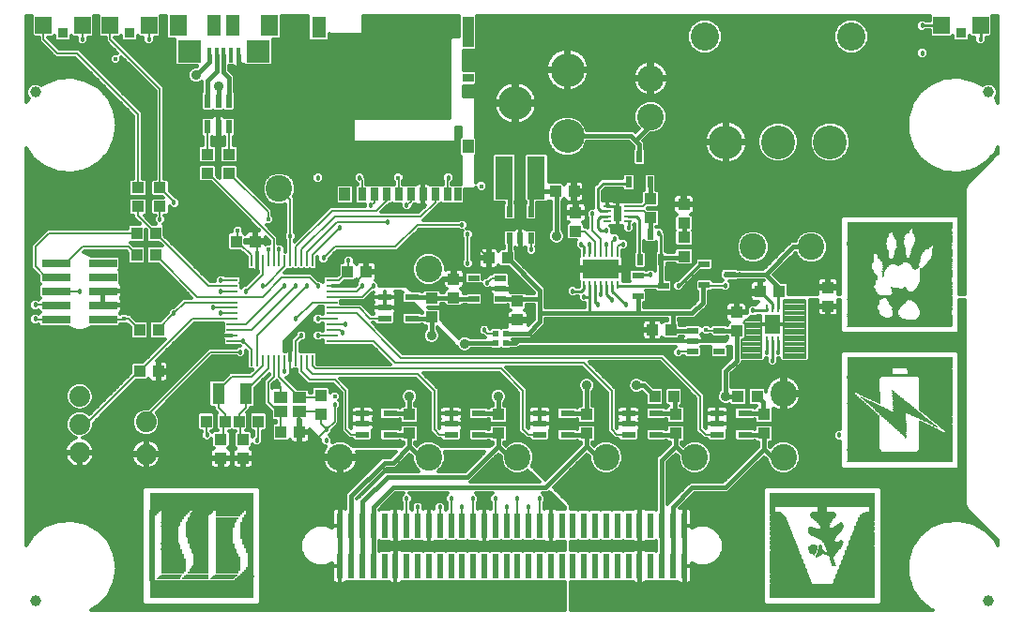
<source format=gtl>
G75*
G70*
%OFA0B0*%
%FSLAX24Y24*%
%IPPOS*%
%LPD*%
%AMOC8*
5,1,8,0,0,1.08239X$1,22.5*
%
%ADD10R,0.0512X0.0217*%
%ADD11R,0.0079X0.0394*%
%ADD12R,0.0394X0.0079*%
%ADD13R,0.0433X0.0394*%
%ADD14R,0.0394X0.0433*%
%ADD15R,0.0591X0.0591*%
%ADD16R,0.0354X0.0354*%
%ADD17C,0.0740*%
%ADD18R,0.0433X0.0748*%
%ADD19R,0.0472X0.0394*%
%ADD20C,0.0945*%
%ADD21R,0.0157X0.0531*%
%ADD22R,0.0630X0.0748*%
%ADD23R,0.0827X0.0787*%
%ADD24R,0.0472X0.0748*%
%ADD25R,0.0276X0.0472*%
%ADD26R,0.0394X0.0472*%
%ADD27R,0.0394X0.0315*%
%ADD28R,0.0394X0.1102*%
%ADD29R,0.0512X0.0748*%
%ADD30R,0.0236X0.0906*%
%ADD31R,0.0276X0.0098*%
%ADD32R,0.0252X0.0539*%
%ADD33R,0.0098X0.0276*%
%ADD34R,0.1299X0.0669*%
%ADD35R,0.0394X0.0217*%
%ADD36R,0.0193X0.0193*%
%ADD37R,0.0217X0.0394*%
%ADD38R,0.0531X0.0650*%
%ADD39R,0.0236X0.0472*%
%ADD40R,0.1000X0.0300*%
%ADD41R,0.0630X0.1535*%
%ADD42C,0.1200*%
%ADD43C,0.1005*%
%ADD44C,0.0394*%
%ADD45R,0.3696X0.0011*%
%ADD46R,0.3696X0.0011*%
%ADD47R,0.0175X0.0011*%
%ADD48R,0.0689X0.0011*%
%ADD49R,0.0175X0.0011*%
%ADD50R,0.0678X0.0011*%
%ADD51R,0.0667X0.0011*%
%ADD52R,0.0656X0.0011*%
%ADD53R,0.0798X0.0011*%
%ADD54R,0.0951X0.0011*%
%ADD55R,0.0809X0.0011*%
%ADD56R,0.0645X0.0011*%
%ADD57R,0.0787X0.0011*%
%ADD58R,0.0941X0.0011*%
%ADD59R,0.0809X0.0011*%
%ADD60R,0.0623X0.0011*%
%ADD61R,0.0930X0.0011*%
%ADD62R,0.0612X0.0011*%
%ADD63R,0.0919X0.0011*%
%ADD64R,0.0601X0.0011*%
%ADD65R,0.0776X0.0011*%
%ADD66R,0.0908X0.0011*%
%ADD67R,0.0591X0.0011*%
%ADD68R,0.0776X0.0011*%
%ADD69R,0.0897X0.0011*%
%ADD70R,0.0809X0.0011*%
%ADD71R,0.0580X0.0011*%
%ADD72R,0.0886X0.0011*%
%ADD73R,0.0798X0.0011*%
%ADD74R,0.0569X0.0011*%
%ADD75R,0.0875X0.0011*%
%ADD76R,0.0558X0.0011*%
%ADD77R,0.0766X0.0011*%
%ADD78R,0.0864X0.0011*%
%ADD79R,0.0536X0.0011*%
%ADD80R,0.0766X0.0011*%
%ADD81R,0.0853X0.0011*%
%ADD82R,0.0525X0.0011*%
%ADD83R,0.0766X0.0011*%
%ADD84R,0.0842X0.0011*%
%ADD85R,0.0514X0.0011*%
%ADD86R,0.0820X0.0011*%
%ADD87R,0.0503X0.0011*%
%ADD88R,0.0755X0.0011*%
%ADD89R,0.0492X0.0011*%
%ADD90R,0.0755X0.0011*%
%ADD91R,0.0481X0.0011*%
%ADD92R,0.0755X0.0011*%
%ADD93R,0.0470X0.0011*%
%ADD94R,0.0459X0.0011*%
%ADD95R,0.0448X0.0011*%
%ADD96R,0.0437X0.0011*%
%ADD97R,0.0416X0.0011*%
%ADD98R,0.0744X0.0011*%
%ADD99R,0.0405X0.0011*%
%ADD100R,0.0733X0.0011*%
%ADD101R,0.0394X0.0011*%
%ADD102R,0.0722X0.0011*%
%ADD103R,0.0809X0.0011*%
%ADD104R,0.0722X0.0011*%
%ADD105R,0.0383X0.0011*%
%ADD106R,0.0711X0.0011*%
%ADD107R,0.0372X0.0011*%
%ADD108R,0.0700X0.0011*%
%ADD109R,0.0361X0.0011*%
%ADD110R,0.0831X0.0011*%
%ADD111R,0.0689X0.0011*%
%ADD112R,0.0350X0.0011*%
%ADD113R,0.0678X0.0011*%
%ADD114R,0.0339X0.0011*%
%ADD115R,0.0842X0.0011*%
%ADD116R,0.0678X0.0011*%
%ADD117R,0.0831X0.0011*%
%ADD118R,0.0328X0.0011*%
%ADD119R,0.0667X0.0011*%
%ADD120R,0.0317X0.0011*%
%ADD121R,0.0853X0.0011*%
%ADD122R,0.0656X0.0011*%
%ADD123R,0.0306X0.0011*%
%ADD124R,0.0645X0.0011*%
%ADD125R,0.0853X0.0011*%
%ADD126R,0.0864X0.0011*%
%ADD127R,0.0295X0.0011*%
%ADD128R,0.0634X0.0011*%
%ADD129R,0.0284X0.0011*%
%ADD130R,0.0623X0.0011*%
%ADD131R,0.0273X0.0011*%
%ADD132R,0.0612X0.0011*%
%ADD133R,0.0262X0.0011*%
%ADD134R,0.0875X0.0011*%
%ADD135R,0.0601X0.0011*%
%ADD136R,0.0262X0.0011*%
%ADD137R,0.0252X0.0011*%
%ADD138R,0.0591X0.0011*%
%ADD139R,0.0241X0.0011*%
%ADD140R,0.0886X0.0011*%
%ADD141R,0.0580X0.0011*%
%ADD142R,0.0230X0.0011*%
%ADD143R,0.0569X0.0011*%
%ADD144R,0.0230X0.0011*%
%ADD145R,0.0219X0.0011*%
%ADD146R,0.0558X0.0011*%
%ADD147R,0.0208X0.0011*%
%ADD148R,0.0547X0.0011*%
%ADD149R,0.0897X0.0011*%
%ADD150R,0.0208X0.0011*%
%ADD151R,0.0547X0.0011*%
%ADD152R,0.0197X0.0011*%
%ADD153R,0.0525X0.0011*%
%ADD154R,0.0525X0.0011*%
%ADD155R,0.0186X0.0011*%
%ADD156R,0.0186X0.0011*%
%ADD157R,0.0514X0.0011*%
%ADD158R,0.0514X0.0011*%
%ADD159R,0.0175X0.0011*%
%ADD160R,0.0175X0.0011*%
%ADD161R,0.0503X0.0011*%
%ADD162R,0.0853X0.0011*%
%ADD163R,0.0820X0.0011*%
%ADD164R,0.0197X0.0011*%
%ADD165R,0.0776X0.0011*%
%ADD166R,0.0536X0.0011*%
%ADD167R,0.0558X0.0011*%
%ADD168R,0.0755X0.0011*%
%ADD169R,0.0733X0.0011*%
%ADD170R,0.0252X0.0011*%
%ADD171R,0.0580X0.0011*%
%ADD172R,0.0711X0.0011*%
%ADD173R,0.0711X0.0011*%
%ADD174R,0.0711X0.0011*%
%ADD175R,0.0273X0.0011*%
%ADD176R,0.0295X0.0011*%
%ADD177R,0.0623X0.0011*%
%ADD178R,0.0667X0.0011*%
%ADD179R,0.0317X0.0011*%
%ADD180R,0.0328X0.0011*%
%ADD181R,0.0656X0.0011*%
%ADD182R,0.0656X0.0011*%
%ADD183R,0.0339X0.0011*%
%ADD184R,0.0634X0.0011*%
%ADD185R,0.0361X0.0011*%
%ADD186R,0.0700X0.0011*%
%ADD187R,0.0372X0.0011*%
%ADD188R,0.0383X0.0011*%
%ADD189R,0.0612X0.0011*%
%ADD190R,0.0612X0.0011*%
%ADD191R,0.0394X0.0011*%
%ADD192R,0.0405X0.0011*%
%ADD193R,0.0416X0.0011*%
%ADD194R,0.0427X0.0011*%
%ADD195R,0.0744X0.0011*%
%ADD196R,0.0427X0.0011*%
%ADD197R,0.0766X0.0011*%
%ADD198R,0.0437X0.0011*%
%ADD199R,0.0459X0.0011*%
%ADD200R,0.0787X0.0011*%
%ADD201R,0.0470X0.0011*%
%ADD202R,0.0481X0.0011*%
%ADD203R,0.0492X0.0011*%
%ADD204R,0.0448X0.0011*%
%ADD205R,0.0186X0.0011*%
%ADD206R,0.0208X0.0011*%
%ADD207R,0.0219X0.0011*%
%ADD208R,0.0230X0.0011*%
%ADD209R,0.0908X0.0011*%
%ADD210R,0.0908X0.0011*%
%ADD211R,0.0262X0.0011*%
%ADD212R,0.0919X0.0011*%
%ADD213R,0.0284X0.0011*%
%ADD214R,0.0306X0.0011*%
%ADD215R,0.0951X0.0011*%
%ADD216R,0.0722X0.0011*%
%ADD217R,0.0951X0.0011*%
%ADD218R,0.0317X0.0011*%
%ADD219R,0.0962X0.0011*%
%ADD220R,0.0733X0.0011*%
%ADD221R,0.0328X0.0011*%
%ADD222R,0.0962X0.0011*%
%ADD223R,0.0973X0.0011*%
%ADD224R,0.0984X0.0011*%
%ADD225R,0.0995X0.0011*%
%ADD226R,0.0361X0.0011*%
%ADD227R,0.1006X0.0011*%
%ADD228R,0.0372X0.0011*%
%ADD229R,0.0383X0.0011*%
%ADD230R,0.0405X0.0011*%
%ADD231R,0.0011X0.0011*%
%ADD232R,0.0011X0.0011*%
%ADD233R,0.3718X0.0011*%
%ADD234R,0.3707X0.0011*%
%ADD235R,0.3718X0.0011*%
%ADD236R,0.3707X0.0011*%
%ADD237R,0.1487X0.0011*%
%ADD238R,0.1498X0.0011*%
%ADD239R,0.1476X0.0011*%
%ADD240R,0.1487X0.0011*%
%ADD241R,0.1476X0.0011*%
%ADD242R,0.1465X0.0011*%
%ADD243R,0.1454X0.0011*%
%ADD244R,0.1465X0.0011*%
%ADD245R,0.1444X0.0011*%
%ADD246R,0.1433X0.0011*%
%ADD247R,0.1444X0.0011*%
%ADD248R,0.1433X0.0011*%
%ADD249R,0.1422X0.0011*%
%ADD250R,0.1411X0.0011*%
%ADD251R,0.1422X0.0011*%
%ADD252R,0.1411X0.0011*%
%ADD253R,0.1400X0.0011*%
%ADD254R,0.1400X0.0011*%
%ADD255R,0.1389X0.0011*%
%ADD256R,0.1389X0.0011*%
%ADD257R,0.1378X0.0011*%
%ADD258R,0.1367X0.0011*%
%ADD259R,0.1378X0.0011*%
%ADD260R,0.1389X0.0011*%
%ADD261R,0.1367X0.0011*%
%ADD262R,0.1356X0.0011*%
%ADD263R,0.1345X0.0011*%
%ADD264R,0.1345X0.0011*%
%ADD265R,0.1345X0.0011*%
%ADD266R,0.1334X0.0011*%
%ADD267R,0.1323X0.0011*%
%ADD268R,0.1323X0.0011*%
%ADD269R,0.1312X0.0011*%
%ADD270R,0.1301X0.0011*%
%ADD271R,0.1312X0.0011*%
%ADD272R,0.1290X0.0011*%
%ADD273R,0.1301X0.0011*%
%ADD274R,0.1290X0.0011*%
%ADD275R,0.1280X0.0011*%
%ADD276R,0.1290X0.0011*%
%ADD277R,0.1269X0.0011*%
%ADD278R,0.1258X0.0011*%
%ADD279R,0.1258X0.0011*%
%ADD280R,0.1247X0.0011*%
%ADD281R,0.1247X0.0011*%
%ADD282R,0.1236X0.0011*%
%ADD283R,0.1247X0.0011*%
%ADD284R,0.0120X0.0011*%
%ADD285R,0.1236X0.0011*%
%ADD286R,0.0120X0.0011*%
%ADD287R,0.1225X0.0011*%
%ADD288R,0.1214X0.0011*%
%ADD289R,0.0109X0.0011*%
%ADD290R,0.0120X0.0011*%
%ADD291R,0.1225X0.0011*%
%ADD292R,0.1203X0.0011*%
%ADD293R,0.1203X0.0011*%
%ADD294R,0.1192X0.0011*%
%ADD295R,0.1192X0.0011*%
%ADD296R,0.0120X0.0011*%
%ADD297R,0.1192X0.0011*%
%ADD298R,0.0109X0.0011*%
%ADD299R,0.1181X0.0011*%
%ADD300R,0.1170X0.0011*%
%ADD301R,0.1170X0.0011*%
%ADD302R,0.1159X0.0011*%
%ADD303R,0.0131X0.0011*%
%ADD304R,0.1148X0.0011*%
%ADD305R,0.1159X0.0011*%
%ADD306R,0.0142X0.0011*%
%ADD307R,0.1148X0.0011*%
%ADD308R,0.0131X0.0011*%
%ADD309R,0.1126X0.0011*%
%ADD310R,0.1137X0.0011*%
%ADD311R,0.1126X0.0011*%
%ADD312R,0.0142X0.0011*%
%ADD313R,0.0153X0.0011*%
%ADD314R,0.1115X0.0011*%
%ADD315R,0.0164X0.0011*%
%ADD316R,0.1105X0.0011*%
%ADD317R,0.0033X0.0011*%
%ADD318R,0.0011X0.0011*%
%ADD319R,0.0164X0.0011*%
%ADD320R,0.1115X0.0011*%
%ADD321R,0.0077X0.0011*%
%ADD322R,0.1105X0.0011*%
%ADD323R,0.0087X0.0011*%
%ADD324R,0.0208X0.0011*%
%ADD325R,0.1083X0.0011*%
%ADD326R,0.0241X0.0011*%
%ADD327R,0.1094X0.0011*%
%ADD328R,0.0153X0.0011*%
%ADD329R,0.1094X0.0011*%
%ADD330R,0.1072X0.0011*%
%ADD331R,0.0033X0.0011*%
%ADD332R,0.1083X0.0011*%
%ADD333R,0.0098X0.0011*%
%ADD334R,0.1072X0.0011*%
%ADD335R,0.1061X0.0011*%
%ADD336R,0.0098X0.0011*%
%ADD337R,0.1039X0.0011*%
%ADD338R,0.0219X0.0011*%
%ADD339R,0.1061X0.0011*%
%ADD340R,0.1050X0.0011*%
%ADD341R,0.1039X0.0011*%
%ADD342R,0.1050X0.0011*%
%ADD343R,0.0273X0.0011*%
%ADD344R,0.1028X0.0011*%
%ADD345R,0.0350X0.0011*%
%ADD346R,0.1039X0.0011*%
%ADD347R,0.0372X0.0011*%
%ADD348R,0.1028X0.0011*%
%ADD349R,0.1017X0.0011*%
%ADD350R,0.1039X0.0011*%
%ADD351R,0.1017X0.0011*%
%ADD352R,0.0306X0.0011*%
%ADD353R,0.0426X0.0011*%
%ADD354R,0.0995X0.0011*%
%ADD355R,0.1006X0.0011*%
%ADD356R,0.0973X0.0011*%
%ADD357R,0.0317X0.0011*%
%ADD358R,0.0066X0.0011*%
%ADD359R,0.0055X0.0011*%
%ADD360R,0.0951X0.0011*%
%ADD361R,0.0940X0.0011*%
%ADD362R,0.0940X0.0011*%
%ADD363R,0.0930X0.0011*%
%ADD364R,0.0164X0.0011*%
%ADD365R,0.0153X0.0011*%
%ADD366R,0.0897X0.0011*%
%ADD367R,0.0470X0.0011*%
%ADD368R,0.0077X0.0011*%
%ADD369R,0.0011X0.0011*%
%ADD370R,0.0481X0.0011*%
%ADD371R,0.0667X0.0011*%
%ADD372R,0.0842X0.0011*%
%ADD373R,0.0798X0.0011*%
%ADD374R,0.0798X0.0011*%
%ADD375R,0.0973X0.0011*%
%ADD376R,0.1061X0.0011*%
%ADD377R,0.1061X0.0011*%
%ADD378R,0.1159X0.0011*%
%ADD379R,0.0744X0.0011*%
%ADD380R,0.1203X0.0011*%
%ADD381R,0.1214X0.0011*%
%ADD382R,0.1214X0.0011*%
%ADD383R,0.0186X0.0011*%
%ADD384R,0.0361X0.0011*%
%ADD385R,0.0339X0.0011*%
%ADD386R,0.0700X0.0011*%
%ADD387R,0.0339X0.0011*%
%ADD388R,0.0700X0.0011*%
%ADD389R,0.0230X0.0011*%
%ADD390R,0.0405X0.0011*%
%ADD391R,0.0645X0.0011*%
%ADD392R,0.0426X0.0011*%
%ADD393R,0.0645X0.0011*%
%ADD394R,0.0514X0.0011*%
%ADD395R,0.0601X0.0011*%
%ADD396R,0.0678X0.0011*%
%ADD397R,0.0569X0.0011*%
%ADD398R,0.0547X0.0011*%
%ADD399R,0.0547X0.0011*%
%ADD400R,0.0864X0.0011*%
%ADD401R,0.0503X0.0011*%
%ADD402R,0.0503X0.0011*%
%ADD403R,0.0459X0.0011*%
%ADD404R,0.0448X0.0011*%
%ADD405R,0.0383X0.0011*%
%ADD406R,0.0350X0.0011*%
%ADD407R,0.0350X0.0011*%
%ADD408R,0.3707X0.0011*%
%ADD409R,0.2067X0.0011*%
%ADD410R,0.2045X0.0011*%
%ADD411R,0.1979X0.0011*%
%ADD412R,0.1979X0.0011*%
%ADD413R,0.1936X0.0011*%
%ADD414R,0.1936X0.0011*%
%ADD415R,0.1345X0.0011*%
%ADD416R,0.0284X0.0011*%
%ADD417R,0.1181X0.0011*%
%ADD418R,0.1148X0.0011*%
%ADD419R,0.1094X0.0011*%
%ADD420R,0.0241X0.0011*%
%ADD421R,0.0241X0.0011*%
%ADD422R,0.0273X0.0011*%
%ADD423R,0.1214X0.0011*%
%ADD424R,0.1094X0.0011*%
%ADD425R,0.1269X0.0011*%
%ADD426R,0.1509X0.0011*%
%ADD427R,0.2329X0.0011*%
%ADD428R,0.2340X0.0011*%
%ADD429R,0.2351X0.0011*%
%ADD430R,0.2384X0.0011*%
%ADD431R,0.2275X0.0011*%
%ADD432R,0.2220X0.0011*%
%ADD433R,0.2209X0.0011*%
%ADD434R,0.2176X0.0011*%
%ADD435R,0.2165X0.0011*%
%ADD436R,0.2154X0.0011*%
%ADD437R,0.2143X0.0011*%
%ADD438R,0.2133X0.0011*%
%ADD439R,0.2143X0.0011*%
%ADD440R,0.2133X0.0011*%
%ADD441R,0.0995X0.0011*%
%ADD442R,0.0558X0.0011*%
%ADD443R,0.1280X0.0011*%
%ADD444R,0.0941X0.0011*%
%ADD445R,0.0984X0.0011*%
%ADD446R,0.1050X0.0011*%
%ADD447R,0.1137X0.0011*%
%ADD448R,0.0044X0.0011*%
%ADD449R,0.1050X0.0011*%
%ADD450R,0.0055X0.0011*%
%ADD451R,0.0066X0.0011*%
%ADD452R,0.0077X0.0011*%
%ADD453R,0.0087X0.0011*%
%ADD454R,0.0033X0.0011*%
%ADD455R,0.1356X0.0011*%
%ADD456R,0.1367X0.0011*%
%ADD457R,0.0995X0.0011*%
%ADD458R,0.0459X0.0011*%
%ADD459R,0.0744X0.0011*%
%ADD460R,0.0448X0.0011*%
%ADD461R,0.0416X0.0011*%
%ADD462R,0.0416X0.0011*%
%ADD463R,0.1444X0.0011*%
%ADD464R,0.1454X0.0011*%
%ADD465R,0.0492X0.0011*%
%ADD466R,0.0525X0.0011*%
%ADD467R,0.0601X0.0011*%
%ADD468R,0.1356X0.0011*%
%ADD469R,0.1334X0.0011*%
%ADD470R,0.0251X0.0011*%
%ADD471R,0.0251X0.0011*%
%ADD472R,0.0328X0.0011*%
%ADD473R,0.1487X0.0011*%
%ADD474R,0.1498X0.0011*%
%ADD475R,0.0536X0.0011*%
%ADD476R,0.1520X0.0011*%
%ADD477R,0.1542X0.0011*%
%ADD478R,0.2187X0.0011*%
%ADD479R,0.2198X0.0011*%
%ADD480R,0.2220X0.0011*%
%ADD481R,0.2209X0.0011*%
%ADD482R,0.2242X0.0011*%
%ADD483R,0.2264X0.0011*%
%ADD484R,0.0022X0.0011*%
%ADD485R,0.0044X0.0011*%
%ADD486R,0.0109X0.0011*%
%ADD487R,0.0164X0.0011*%
%ADD488R,0.0864X0.0011*%
%ADD489R,0.0820X0.0011*%
%ADD490R,0.0262X0.0011*%
%ADD491R,0.0306X0.0011*%
%ADD492R,0.0022X0.0011*%
%ADD493R,0.0295X0.0011*%
%ADD494R,0.0908X0.0011*%
%ADD495R,0.0470X0.0011*%
%ADD496R,0.0897X0.0011*%
%ADD497R,0.0066X0.0011*%
%ADD498R,0.0077X0.0011*%
%ADD499R,0.0055X0.0011*%
%ADD500R,0.0142X0.0011*%
%ADD501R,0.0088X0.0011*%
%ADD502R,0.0033X0.0011*%
%ADD503R,0.1575X0.0011*%
%ADD504R,0.1597X0.0011*%
%ADD505R,0.1586X0.0011*%
%ADD506R,0.1575X0.0011*%
%ADD507R,0.1597X0.0011*%
%ADD508R,0.1586X0.0011*%
%ADD509R,0.1586X0.0011*%
%ADD510R,0.1608X0.0011*%
%ADD511R,0.1619X0.0011*%
%ADD512R,0.1619X0.0011*%
%ADD513R,0.1629X0.0011*%
%ADD514R,0.1629X0.0011*%
%ADD515R,0.1651X0.0011*%
%ADD516R,0.1662X0.0011*%
%ADD517C,0.0100*%
%ADD518C,0.0080*%
%ADD519C,0.0160*%
%ADD520C,0.0172*%
%ADD521C,0.0354*%
%ADD522C,0.0180*%
%ADD523C,0.0120*%
%ADD524C,0.0180*%
D10*
X012563Y006874D03*
X012563Y007248D03*
X012563Y007622D03*
X013547Y007622D03*
X013547Y006874D03*
X015712Y006874D03*
X015712Y007248D03*
X015712Y007622D03*
X016697Y007622D03*
X016697Y006874D03*
X018862Y006874D03*
X018862Y007248D03*
X018862Y007622D03*
X019846Y007622D03*
X019846Y006874D03*
X022012Y006874D03*
X022012Y007248D03*
X022012Y007622D03*
X022996Y007622D03*
X022996Y006874D03*
X025161Y006874D03*
X025161Y007248D03*
X025161Y007622D03*
X026146Y007622D03*
X026146Y006874D03*
X014334Y011008D03*
X014334Y011756D03*
X013350Y011756D03*
X013350Y011382D03*
X013350Y011008D03*
D11*
X010791Y009512D03*
X010594Y009512D03*
X010397Y009512D03*
X010201Y009512D03*
X010004Y009512D03*
X009807Y009512D03*
X009610Y009512D03*
X009413Y009512D03*
X009216Y009512D03*
X009020Y009512D03*
X008823Y009512D03*
X008626Y009512D03*
X008626Y013055D03*
X008823Y013055D03*
X009020Y013055D03*
X009216Y013055D03*
X009413Y013055D03*
X009610Y013055D03*
X009807Y013055D03*
X010004Y013055D03*
X010201Y013055D03*
X010397Y013055D03*
X010594Y013055D03*
X010791Y013055D03*
D12*
X011480Y012366D03*
X011480Y012169D03*
X011480Y011972D03*
X011480Y011775D03*
X011480Y011579D03*
X011480Y011382D03*
X011480Y011185D03*
X011480Y010988D03*
X011480Y010791D03*
X011480Y010594D03*
X011480Y010397D03*
X011480Y010201D03*
X007937Y010201D03*
X007937Y010397D03*
X007937Y010594D03*
X007937Y010791D03*
X007937Y010988D03*
X007937Y011185D03*
X007937Y011382D03*
X007937Y011579D03*
X007937Y011775D03*
X007937Y011972D03*
X007937Y012169D03*
X007937Y012366D03*
D13*
X005378Y014984D03*
X005378Y015653D03*
X004590Y015653D03*
X004590Y014984D03*
X007051Y016165D03*
X007838Y016165D03*
X007838Y016834D03*
X007051Y016834D03*
X015023Y011716D03*
X015811Y011736D03*
X015811Y012405D03*
X015023Y011047D03*
X018075Y010949D03*
X018075Y011618D03*
X020142Y014098D03*
X020142Y014768D03*
X022799Y014590D03*
X022799Y015260D03*
X023980Y015063D03*
X023980Y014394D03*
X023980Y013882D03*
X023980Y013212D03*
X025850Y011224D03*
X025850Y010555D03*
X029098Y011441D03*
X029098Y012110D03*
X026834Y007583D03*
X026834Y006913D03*
X023685Y006913D03*
X023685Y007583D03*
X020535Y007583D03*
X020535Y006913D03*
X017386Y006913D03*
X017386Y007583D03*
X014236Y007583D03*
X014236Y006913D03*
X011086Y007602D03*
X011086Y008271D03*
X008331Y006697D03*
X008331Y006027D03*
X007543Y006027D03*
X007543Y006697D03*
D14*
X007681Y007346D03*
X008193Y007346D03*
X008862Y007346D03*
X009669Y006953D03*
X010338Y006953D03*
X007012Y007346D03*
X005319Y009118D03*
X004649Y009118D03*
X004649Y010594D03*
X005319Y010594D03*
X005220Y013252D03*
X004551Y013252D03*
X004551Y014039D03*
X005220Y014039D03*
X008094Y013744D03*
X008764Y013744D03*
X012031Y012661D03*
X012701Y012661D03*
X017051Y013153D03*
X017720Y013153D03*
X019413Y015516D03*
X020083Y015516D03*
X026697Y011972D03*
X027366Y011972D03*
X023527Y010594D03*
X022858Y010594D03*
X022957Y008232D03*
X023626Y008232D03*
X025909Y008232D03*
X026579Y008232D03*
D15*
X033134Y021421D03*
X034512Y021421D03*
X004984Y021421D03*
X003606Y021421D03*
X002622Y021421D03*
X001244Y021421D03*
D16*
X001933Y021165D03*
X004295Y021165D03*
X033823Y021165D03*
D17*
X004886Y007318D03*
X004886Y006178D03*
X002523Y006232D03*
X002523Y007232D03*
X002523Y008232D03*
D18*
X007445Y008331D03*
X008429Y008331D03*
D19*
X009669Y008193D03*
X010338Y008193D03*
X010338Y007681D03*
X009669Y007681D03*
D20*
X011775Y006067D03*
X014925Y006067D03*
X018075Y006067D03*
X021224Y006067D03*
X024374Y006067D03*
X027523Y006067D03*
X027523Y008331D03*
X028508Y013547D03*
X026441Y013547D03*
X022799Y018173D03*
X022799Y019543D03*
X014925Y012760D03*
X009610Y015614D03*
D21*
X008153Y020368D03*
X007897Y020368D03*
X007642Y020368D03*
X007386Y020368D03*
X007130Y020368D03*
D22*
X006027Y021421D03*
X009256Y021421D03*
D23*
X008862Y020496D03*
X006421Y020496D03*
D24*
X007307Y021421D03*
X007976Y021421D03*
D25*
X012547Y015421D03*
X012980Y015421D03*
X013413Y015421D03*
X013846Y015421D03*
X014279Y015421D03*
X014712Y015421D03*
X015146Y015421D03*
X015579Y015421D03*
X015953Y015421D03*
D26*
X016327Y017114D03*
X011937Y015421D03*
D27*
X016327Y019555D03*
D28*
X016327Y021189D03*
D29*
X011012Y021366D03*
D30*
X011775Y003646D03*
X012169Y003646D03*
X012563Y003646D03*
X012957Y003646D03*
X013350Y003646D03*
X013744Y003646D03*
X014138Y003646D03*
X014531Y003646D03*
X014925Y003646D03*
X015319Y003646D03*
X015712Y003646D03*
X016106Y003646D03*
X016500Y003646D03*
X016894Y003646D03*
X017287Y003646D03*
X017681Y003646D03*
X018075Y003646D03*
X018468Y003646D03*
X018862Y003646D03*
X019256Y003646D03*
X019649Y003646D03*
X020043Y003646D03*
X020437Y003646D03*
X020831Y003646D03*
X021224Y003646D03*
X021618Y003646D03*
X022012Y003646D03*
X022405Y003646D03*
X022799Y003646D03*
X023193Y003646D03*
X023586Y003646D03*
X023980Y003646D03*
X023980Y002189D03*
X023586Y002189D03*
X023193Y002189D03*
X022799Y002189D03*
X022405Y002189D03*
X022012Y002189D03*
X021618Y002189D03*
X021224Y002189D03*
X020831Y002189D03*
X020437Y002189D03*
X020043Y002189D03*
X019649Y002189D03*
X019256Y002189D03*
X018862Y002189D03*
X018468Y002189D03*
X018075Y002189D03*
X017681Y002189D03*
X017287Y002189D03*
X016894Y002189D03*
X016500Y002189D03*
X016106Y002189D03*
X015712Y002189D03*
X015319Y002189D03*
X014925Y002189D03*
X014531Y002189D03*
X014138Y002189D03*
X013744Y002189D03*
X013350Y002189D03*
X012957Y002189D03*
X012563Y002189D03*
X012169Y002189D03*
X011775Y002189D03*
D31*
X021254Y014462D03*
X021254Y014640D03*
X021254Y014817D03*
X021254Y014994D03*
X021982Y014994D03*
X021982Y014817D03*
X021982Y014640D03*
X021982Y014462D03*
D32*
X021618Y014728D03*
D33*
X021618Y013331D03*
X021421Y013331D03*
X021224Y013331D03*
X021027Y013331D03*
X020831Y013331D03*
X020634Y013331D03*
X020437Y013331D03*
X020437Y012189D03*
X020634Y012189D03*
X020831Y012189D03*
X021027Y012189D03*
X021224Y012189D03*
X021421Y012189D03*
X021618Y012189D03*
X026933Y011352D03*
X027130Y011352D03*
X027327Y011352D03*
X027327Y010230D03*
X027130Y010230D03*
X026933Y010230D03*
D34*
X021027Y012760D03*
D35*
X022346Y012543D03*
X022346Y011795D03*
X023252Y012169D03*
X024709Y012189D03*
X025614Y012563D03*
X024709Y012937D03*
X024295Y010575D03*
X024295Y010201D03*
X024295Y009827D03*
X025240Y009827D03*
X025240Y010575D03*
X017464Y011697D03*
X017464Y012071D03*
X017464Y012445D03*
X016520Y012445D03*
X016520Y011697D03*
D36*
X017305Y010478D03*
X017305Y010120D03*
X017663Y010120D03*
X017663Y010478D03*
D37*
X022425Y013094D03*
X023173Y013094D03*
X022799Y014000D03*
X022779Y015850D03*
X022031Y015850D03*
X022405Y016756D03*
X018547Y014807D03*
X017799Y014807D03*
X017799Y013862D03*
X018173Y013862D03*
X018547Y013862D03*
D38*
X027130Y010791D03*
D39*
X007819Y017819D03*
X007445Y017819D03*
X007071Y017819D03*
X007071Y018724D03*
X007445Y018724D03*
X007819Y018724D03*
D40*
X003358Y012972D03*
X003358Y012472D03*
X003358Y011972D03*
X003358Y011472D03*
X003358Y010972D03*
X001688Y010972D03*
X001688Y011472D03*
X001688Y011972D03*
X001688Y012472D03*
X001688Y012972D03*
D41*
X017602Y016008D03*
X018744Y016008D03*
D42*
X019846Y017484D03*
X017996Y018665D03*
X019846Y019846D03*
X025476Y017275D03*
X027327Y017275D03*
X029177Y017275D03*
D43*
X029925Y021027D03*
X024728Y021027D03*
D44*
X000949Y000949D03*
X000949Y019059D03*
X034807Y019059D03*
X034807Y000949D03*
D45*
X006849Y001069D03*
X006849Y001124D03*
X006849Y001167D03*
X006849Y001222D03*
X006849Y001277D03*
X006849Y001320D03*
X006849Y001375D03*
X006849Y001419D03*
X006849Y001474D03*
X006849Y001517D03*
X006849Y001572D03*
X006849Y001616D03*
X006849Y004175D03*
X006849Y004229D03*
X006849Y004273D03*
X006849Y004328D03*
X006849Y004372D03*
X006849Y004426D03*
X006849Y004470D03*
X006849Y004525D03*
X006849Y004569D03*
X006849Y004623D03*
X006849Y004667D03*
X006849Y004722D03*
D46*
X006849Y004733D03*
X006849Y004744D03*
X006849Y004754D03*
X006849Y004711D03*
X006849Y004700D03*
X006849Y004689D03*
X006849Y004678D03*
X006849Y004656D03*
X006849Y004645D03*
X006849Y004634D03*
X006849Y004612D03*
X006849Y004601D03*
X006849Y004590D03*
X006849Y004579D03*
X006849Y004558D03*
X006849Y004547D03*
X006849Y004536D03*
X006849Y004514D03*
X006849Y004503D03*
X006849Y004492D03*
X006849Y004481D03*
X006849Y004459D03*
X006849Y004448D03*
X006849Y004437D03*
X006849Y004415D03*
X006849Y004404D03*
X006849Y004394D03*
X006849Y004383D03*
X006849Y004361D03*
X006849Y004350D03*
X006849Y004339D03*
X006849Y004317D03*
X006849Y004306D03*
X006849Y004295D03*
X006849Y004284D03*
X006849Y004262D03*
X006849Y004251D03*
X006849Y004240D03*
X006849Y004219D03*
X006849Y004208D03*
X006849Y004197D03*
X006849Y004186D03*
X006849Y001660D03*
X006849Y001649D03*
X006849Y001638D03*
X006849Y001627D03*
X006849Y001605D03*
X006849Y001594D03*
X006849Y001583D03*
X006849Y001561D03*
X006849Y001550D03*
X006849Y001539D03*
X006849Y001528D03*
X006849Y001506D03*
X006849Y001495D03*
X006849Y001485D03*
X006849Y001463D03*
X006849Y001452D03*
X006849Y001441D03*
X006849Y001430D03*
X006849Y001408D03*
X006849Y001397D03*
X006849Y001386D03*
X006849Y001364D03*
X006849Y001353D03*
X006849Y001342D03*
X006849Y001331D03*
X006849Y001310D03*
X006849Y001299D03*
X006849Y001288D03*
X006849Y001266D03*
X006849Y001255D03*
X006849Y001244D03*
X006849Y001233D03*
X006849Y001211D03*
X006849Y001200D03*
X006849Y001189D03*
X006849Y001178D03*
X006849Y001156D03*
X006849Y001146D03*
X006849Y001135D03*
X006849Y001113D03*
X006849Y001102D03*
X006849Y001091D03*
X006849Y001080D03*
D47*
X005088Y001670D03*
X005088Y001714D03*
X005088Y001758D03*
X005088Y001813D03*
X005088Y001856D03*
X005088Y001911D03*
X005088Y001955D03*
X005088Y002009D03*
X005088Y002053D03*
X005088Y002108D03*
X005088Y002152D03*
X005088Y002206D03*
X005088Y002261D03*
X005088Y002305D03*
X005088Y002359D03*
X005088Y002403D03*
X005088Y002458D03*
X005088Y002502D03*
X005088Y002556D03*
X005088Y002600D03*
X005088Y002655D03*
X005088Y002698D03*
X005088Y002753D03*
X005088Y002797D03*
X005088Y002852D03*
X005088Y002895D03*
X005088Y002950D03*
X005088Y002994D03*
X005088Y003048D03*
X005088Y003092D03*
X005088Y003147D03*
X005088Y003191D03*
X005088Y003245D03*
X005088Y003289D03*
X005088Y003344D03*
X005088Y003387D03*
X005088Y003442D03*
X005088Y003486D03*
X005088Y003541D03*
X005088Y003584D03*
X005088Y003639D03*
X005088Y003683D03*
X005088Y003737D03*
X005088Y003781D03*
X005088Y003836D03*
X005088Y003880D03*
X005088Y003934D03*
X028754Y002556D03*
X028841Y002753D03*
X031608Y012891D03*
D48*
X033166Y013481D03*
X033166Y013525D03*
X031515Y007379D03*
X027381Y003584D03*
X029295Y002994D03*
X008352Y001670D03*
X007707Y002797D03*
X005771Y002797D03*
D49*
X005088Y002808D03*
X005088Y002819D03*
X005088Y002830D03*
X005088Y002841D03*
X005088Y002862D03*
X005088Y002873D03*
X005088Y002884D03*
X005088Y002906D03*
X005088Y002917D03*
X005088Y002928D03*
X005088Y002939D03*
X005088Y002961D03*
X005088Y002972D03*
X005088Y002983D03*
X005088Y003005D03*
X005088Y003016D03*
X005088Y003027D03*
X005088Y003037D03*
X005088Y003059D03*
X005088Y003070D03*
X005088Y003081D03*
X005088Y003103D03*
X005088Y003114D03*
X005088Y003125D03*
X005088Y003136D03*
X005088Y003158D03*
X005088Y003169D03*
X005088Y003180D03*
X005088Y003201D03*
X005088Y003212D03*
X005088Y003223D03*
X005088Y003234D03*
X005088Y003256D03*
X005088Y003267D03*
X005088Y003278D03*
X005088Y003300D03*
X005088Y003311D03*
X005088Y003322D03*
X005088Y003333D03*
X005088Y003355D03*
X005088Y003366D03*
X005088Y003376D03*
X005088Y003398D03*
X005088Y003409D03*
X005088Y003420D03*
X005088Y003431D03*
X005088Y003453D03*
X005088Y003464D03*
X005088Y003475D03*
X005088Y003497D03*
X005088Y003508D03*
X005088Y003519D03*
X005088Y003530D03*
X005088Y003551D03*
X005088Y003562D03*
X005088Y003573D03*
X005088Y003595D03*
X005088Y003606D03*
X005088Y003617D03*
X005088Y003628D03*
X005088Y003650D03*
X005088Y003661D03*
X005088Y003672D03*
X005088Y003694D03*
X005088Y003705D03*
X005088Y003716D03*
X005088Y003726D03*
X005088Y003748D03*
X005088Y003759D03*
X005088Y003770D03*
X005088Y003792D03*
X005088Y003803D03*
X005088Y003814D03*
X005088Y003825D03*
X005088Y003847D03*
X005088Y003858D03*
X005088Y003869D03*
X005088Y003890D03*
X005088Y003901D03*
X005088Y003912D03*
X005088Y003923D03*
X005088Y003945D03*
X005088Y002786D03*
X005088Y002775D03*
X005088Y002764D03*
X005088Y002742D03*
X005088Y002731D03*
X005088Y002720D03*
X005088Y002709D03*
X005088Y002688D03*
X005088Y002677D03*
X005088Y002666D03*
X005088Y002644D03*
X005088Y002633D03*
X005088Y002622D03*
X005088Y002611D03*
X005088Y002589D03*
X005088Y002578D03*
X005088Y002567D03*
X005088Y002545D03*
X005088Y002534D03*
X005088Y002523D03*
X005088Y002513D03*
X005088Y002491D03*
X005088Y002480D03*
X005088Y002469D03*
X005088Y002447D03*
X005088Y002436D03*
X005088Y002425D03*
X005088Y002414D03*
X005088Y002392D03*
X005088Y002381D03*
X005088Y002370D03*
X005088Y002349D03*
X005088Y002338D03*
X005088Y002327D03*
X005088Y002316D03*
X005088Y002294D03*
X005088Y002283D03*
X005088Y002272D03*
X005088Y002250D03*
X005088Y002239D03*
X005088Y002228D03*
X005088Y002217D03*
X005088Y002195D03*
X005088Y002184D03*
X005088Y002174D03*
X005088Y002163D03*
X005088Y002141D03*
X005088Y002130D03*
X005088Y002119D03*
X005088Y002097D03*
X005088Y002086D03*
X005088Y002075D03*
X005088Y002064D03*
X005088Y002042D03*
X005088Y002031D03*
X005088Y002020D03*
X005088Y001999D03*
X005088Y001988D03*
X005088Y001977D03*
X005088Y001966D03*
X005088Y001944D03*
X005088Y001933D03*
X005088Y001922D03*
X005088Y001900D03*
X005088Y001889D03*
X005088Y001878D03*
X005088Y001867D03*
X005088Y001845D03*
X005088Y001834D03*
X005088Y001824D03*
X005088Y001802D03*
X005088Y001791D03*
X005088Y001780D03*
X005088Y001769D03*
X005088Y001747D03*
X005088Y001736D03*
X005088Y001725D03*
X005088Y001703D03*
X005088Y001692D03*
X005088Y001681D03*
X028765Y002578D03*
X029541Y003661D03*
D50*
X008358Y001681D03*
X006783Y003989D03*
D51*
X008363Y001692D03*
X028923Y003825D03*
X029033Y002622D03*
X031526Y007357D03*
D52*
X031532Y007346D03*
X027365Y003694D03*
X032461Y013569D03*
X008369Y001703D03*
X005755Y002884D03*
X005755Y002906D03*
X005755Y003650D03*
D53*
X005826Y003880D03*
X006690Y003584D03*
X006690Y003387D03*
X006690Y003344D03*
X005826Y002556D03*
X005662Y001714D03*
X006690Y001856D03*
X007674Y001813D03*
X007762Y002556D03*
X027436Y003344D03*
X029000Y003245D03*
X030192Y007817D03*
X031417Y012989D03*
D54*
X030279Y013285D03*
X033035Y012891D03*
X030279Y007674D03*
X027523Y002895D03*
X006614Y001714D03*
D55*
X007570Y001714D03*
X007614Y001758D03*
X007767Y001955D03*
X006685Y003442D03*
X006685Y003486D03*
X006685Y003541D03*
X030350Y003289D03*
D56*
X027370Y003683D03*
X027359Y003737D03*
X031548Y007324D03*
X031745Y007871D03*
X008374Y001714D03*
X006767Y002053D03*
X006767Y002852D03*
D57*
X006696Y003278D03*
X006696Y003300D03*
X006696Y003311D03*
X006696Y003322D03*
X006696Y003650D03*
X006696Y003661D03*
X006696Y003672D03*
X005821Y003869D03*
X007756Y003890D03*
X007756Y002578D03*
X007713Y001845D03*
X007702Y001834D03*
X006696Y001867D03*
X005821Y001922D03*
X005689Y001747D03*
X005679Y001736D03*
X005668Y001725D03*
X005821Y002567D03*
X005821Y002578D03*
X027441Y003311D03*
X029005Y003234D03*
X030361Y003366D03*
X030558Y008320D03*
X033117Y013077D03*
D58*
X030274Y013263D03*
X030263Y013164D03*
X030263Y013121D03*
X030263Y013099D03*
X030263Y013077D03*
X030274Y012125D03*
X030274Y012082D03*
X031389Y007609D03*
X027518Y002917D03*
X007833Y004055D03*
X005897Y004055D03*
X006619Y001725D03*
D59*
X007581Y001725D03*
X007592Y001736D03*
X007603Y001747D03*
X005832Y002513D03*
X005832Y002523D03*
X005832Y003890D03*
X005832Y003901D03*
X031455Y007488D03*
X032745Y006964D03*
D60*
X031559Y007303D03*
X031559Y011579D03*
X029295Y002906D03*
X008385Y001725D03*
D61*
X006624Y001736D03*
X005892Y004044D03*
X007827Y004044D03*
X027502Y002972D03*
X027513Y002961D03*
X027513Y002939D03*
X028923Y004000D03*
X030290Y002983D03*
X030290Y002961D03*
X031395Y007598D03*
X030257Y007707D03*
X033046Y007543D03*
X030268Y012607D03*
X030257Y012618D03*
X030257Y013055D03*
X030268Y013066D03*
X030268Y013110D03*
X030268Y013153D03*
X030268Y013175D03*
X030268Y013197D03*
X030268Y013219D03*
X030268Y013241D03*
X033046Y012913D03*
D62*
X008391Y001736D03*
X005733Y003037D03*
X005733Y003059D03*
X005733Y003070D03*
X005733Y003508D03*
X005733Y003519D03*
X005733Y003530D03*
D63*
X006630Y001747D03*
X027496Y003016D03*
X027507Y002983D03*
X028918Y004011D03*
X028918Y004022D03*
X030296Y003016D03*
X030296Y003005D03*
X033052Y007532D03*
X030263Y007696D03*
X030263Y012628D03*
X033052Y012924D03*
D64*
X032412Y013514D03*
X032401Y013503D03*
X032390Y013492D03*
X031559Y011568D03*
X030093Y007992D03*
X031559Y007292D03*
X032642Y007062D03*
X027338Y003825D03*
X029055Y003180D03*
X008396Y001747D03*
X007663Y003103D03*
X007663Y003114D03*
X007663Y003125D03*
X007663Y003136D03*
X007663Y003158D03*
X007663Y003398D03*
X007663Y003409D03*
X007663Y003420D03*
X007663Y003431D03*
X007663Y003453D03*
X007663Y003464D03*
X006789Y002764D03*
X005728Y003081D03*
X005728Y003103D03*
X005728Y003114D03*
X005728Y003125D03*
X005728Y003136D03*
X005728Y003453D03*
X005728Y003464D03*
X005728Y003475D03*
X005728Y003497D03*
X006789Y002119D03*
D65*
X007718Y001856D03*
X005695Y001758D03*
X028923Y003880D03*
D66*
X030301Y003048D03*
X033057Y007521D03*
X033057Y012935D03*
X030247Y012989D03*
X006635Y001758D03*
D67*
X008402Y001758D03*
X007658Y003191D03*
X007658Y003245D03*
X007658Y003289D03*
X007658Y003344D03*
X007658Y003387D03*
X005722Y003387D03*
X005722Y003344D03*
X005722Y003442D03*
X005722Y003245D03*
X005722Y003191D03*
X005722Y003147D03*
X030460Y003836D03*
X031575Y007281D03*
X031717Y007915D03*
D68*
X031810Y007762D03*
X033123Y007412D03*
X030192Y007827D03*
X030181Y007838D03*
X030367Y003376D03*
X030367Y003355D03*
X027436Y003355D03*
X027425Y003366D03*
X027436Y003333D03*
X007751Y003869D03*
X006701Y003716D03*
X006701Y003705D03*
X006701Y003694D03*
X006701Y003267D03*
X006701Y003256D03*
X006701Y003234D03*
X005815Y003847D03*
X005815Y003858D03*
X005815Y002589D03*
X005728Y001791D03*
X005717Y001780D03*
X005706Y001769D03*
X007729Y001867D03*
X007751Y002589D03*
D69*
X007811Y002327D03*
X007811Y002316D03*
X007811Y002294D03*
X007811Y002283D03*
X007811Y002272D03*
X007811Y002250D03*
X007811Y002239D03*
X007811Y002228D03*
X007811Y002217D03*
X006641Y001769D03*
X005875Y004011D03*
X007811Y004011D03*
X007811Y004000D03*
D70*
X007767Y003912D03*
X006685Y003551D03*
X006685Y003530D03*
X006685Y003519D03*
X006685Y003508D03*
X006685Y003497D03*
X006685Y003475D03*
X006685Y003464D03*
X006685Y003453D03*
X006685Y003431D03*
X006685Y003420D03*
X007767Y002545D03*
X007767Y002534D03*
X007767Y001944D03*
X007767Y001933D03*
X007625Y001769D03*
X006685Y001845D03*
X028918Y003901D03*
X029213Y003497D03*
X030350Y003300D03*
X030350Y003278D03*
X033106Y007445D03*
X031444Y007499D03*
X033106Y013055D03*
D71*
X032379Y013471D03*
X031679Y014039D03*
X008407Y001769D03*
D72*
X007806Y002163D03*
X007806Y002174D03*
X007806Y002184D03*
X007806Y002195D03*
X007806Y002338D03*
X007806Y002349D03*
X007806Y002370D03*
X006646Y001780D03*
X005870Y002141D03*
X005870Y002163D03*
X005870Y002174D03*
X005870Y002184D03*
X005870Y002195D03*
X005870Y002217D03*
X005870Y002228D03*
X005870Y002239D03*
X005870Y002250D03*
X005870Y003989D03*
X005870Y004000D03*
X007806Y003989D03*
X027480Y003103D03*
X027480Y003081D03*
X027491Y003070D03*
X028923Y003956D03*
X028912Y004055D03*
X030312Y003114D03*
X030312Y003103D03*
X031417Y007554D03*
X031406Y007565D03*
X033068Y007499D03*
X030247Y012716D03*
X030236Y012727D03*
X030236Y012749D03*
X030236Y012771D03*
X030236Y012946D03*
X030236Y012967D03*
X030247Y012978D03*
X030247Y013000D03*
X033068Y012967D03*
X033068Y012957D03*
D73*
X031821Y007751D03*
X031821Y007740D03*
X031460Y007467D03*
X029229Y003519D03*
X027436Y003322D03*
X027436Y003300D03*
X007762Y003901D03*
X006690Y003628D03*
X006690Y003617D03*
X006690Y003606D03*
X006690Y003595D03*
X006690Y003573D03*
X006690Y003562D03*
X006690Y003409D03*
X006690Y003398D03*
X006690Y003376D03*
X006690Y003366D03*
X006690Y003355D03*
X006690Y003333D03*
X005826Y002545D03*
X005826Y002534D03*
X005826Y001944D03*
X005826Y001933D03*
X007642Y001780D03*
X007653Y001791D03*
X007663Y001802D03*
X007685Y001824D03*
X007762Y001922D03*
X007762Y002567D03*
D74*
X008413Y001780D03*
X031575Y007270D03*
X031586Y007248D03*
D75*
X030230Y007751D03*
X033074Y007488D03*
X028918Y004065D03*
X030318Y003125D03*
X027474Y003125D03*
X030230Y012924D03*
X030241Y012957D03*
X033074Y012978D03*
X007800Y002392D03*
X007800Y002381D03*
X007800Y002141D03*
X007800Y002130D03*
X007800Y002119D03*
X006652Y001791D03*
X005864Y002097D03*
X005864Y002119D03*
X005864Y002130D03*
X005864Y002272D03*
X005864Y002283D03*
X005864Y002294D03*
X005864Y002316D03*
X005864Y002327D03*
D76*
X008418Y001791D03*
X027316Y003912D03*
X031592Y007259D03*
X030072Y008035D03*
X031548Y011535D03*
X031646Y011983D03*
X031635Y011994D03*
X031635Y012016D03*
X031624Y012027D03*
X032357Y013460D03*
D77*
X033128Y013121D03*
X033128Y013110D03*
X033128Y013099D03*
X031411Y012978D03*
X033128Y007401D03*
X030372Y003409D03*
X030372Y003398D03*
X007745Y003847D03*
X007745Y003858D03*
X006892Y004120D03*
X006707Y003748D03*
X006707Y003726D03*
X006707Y003223D03*
X006707Y003212D03*
X006707Y003201D03*
X005810Y002633D03*
X005810Y002622D03*
X005810Y002611D03*
X005766Y001834D03*
X005733Y001802D03*
X007745Y002611D03*
X007745Y002622D03*
X007745Y002633D03*
D78*
X007795Y002425D03*
X007795Y002414D03*
X007795Y002097D03*
X007795Y002086D03*
X007795Y002075D03*
X006657Y001802D03*
X005859Y002064D03*
X005859Y002075D03*
X005859Y002086D03*
X005859Y002338D03*
X005859Y002349D03*
X005859Y002370D03*
X007795Y003967D03*
X027469Y003169D03*
X027480Y003136D03*
X027480Y003114D03*
X028989Y003267D03*
X030323Y003158D03*
X030323Y003136D03*
X031417Y007543D03*
X031865Y007685D03*
X030236Y007740D03*
X030236Y012760D03*
X030236Y012782D03*
X030236Y012803D03*
X030225Y012814D03*
X030225Y012858D03*
X030225Y012880D03*
X030225Y012902D03*
X030236Y012913D03*
X033079Y013000D03*
D79*
X031668Y014028D03*
X031548Y011524D03*
X030684Y008199D03*
X030072Y008046D03*
X030061Y008057D03*
X031690Y007959D03*
X031603Y007237D03*
X033243Y007215D03*
X030487Y003945D03*
X030487Y003923D03*
X028945Y003759D03*
X029284Y002830D03*
X027316Y003923D03*
X027305Y003956D03*
X008429Y001802D03*
X006821Y002228D03*
X006821Y002239D03*
X006821Y002589D03*
X006821Y002611D03*
D80*
X005744Y001813D03*
D81*
X006663Y001813D03*
X007789Y002053D03*
X007789Y002458D03*
X030329Y003191D03*
X030230Y012891D03*
D82*
X008434Y001813D03*
D83*
X005755Y001824D03*
X031477Y007445D03*
X031477Y007456D03*
X032724Y006985D03*
D84*
X031439Y007510D03*
X030531Y008352D03*
X030225Y007762D03*
X028923Y003912D03*
X028989Y003256D03*
X027469Y003180D03*
X027469Y003158D03*
X027458Y003212D03*
X007784Y002480D03*
X007784Y002469D03*
X007784Y002031D03*
X007784Y002020D03*
X006668Y001824D03*
X005848Y002020D03*
X005848Y002414D03*
X005848Y002425D03*
X005848Y002436D03*
D85*
X008440Y001824D03*
X028945Y003748D03*
X029087Y003125D03*
X029284Y002819D03*
X032598Y007106D03*
X031614Y007215D03*
X031078Y007685D03*
X031668Y007992D03*
D86*
X031843Y007729D03*
X033101Y007456D03*
X030214Y007784D03*
X030203Y007795D03*
X028912Y004087D03*
X030345Y003267D03*
X027458Y003223D03*
X027447Y003256D03*
X027447Y003278D03*
X033101Y013044D03*
X007773Y002523D03*
X007773Y002513D03*
X007773Y001977D03*
X007773Y001966D03*
X006679Y001834D03*
X005837Y001966D03*
X005837Y001977D03*
X005837Y002480D03*
X005837Y002491D03*
X005837Y003912D03*
D87*
X006838Y002491D03*
X006838Y002480D03*
X006838Y002469D03*
X006838Y002447D03*
X006838Y002436D03*
X006838Y002425D03*
X006838Y002414D03*
X006838Y002392D03*
X006838Y002381D03*
X006838Y002370D03*
X006838Y002349D03*
X006838Y002338D03*
X006838Y002327D03*
X008445Y001834D03*
X029279Y002808D03*
X031619Y007204D03*
X032592Y007117D03*
X031663Y008002D03*
X031652Y013142D03*
D88*
X033134Y013142D03*
X033134Y013153D03*
X031799Y007784D03*
X033134Y007390D03*
X030181Y007849D03*
X030378Y003431D03*
X030378Y003420D03*
X027425Y003420D03*
X027425Y003398D03*
X027425Y003376D03*
X007740Y002644D03*
X006712Y003158D03*
X006712Y003169D03*
X006712Y003180D03*
X006712Y003759D03*
X006712Y003770D03*
X005771Y001845D03*
D89*
X008451Y001845D03*
X008451Y003431D03*
X008451Y003453D03*
X008451Y003464D03*
X008451Y003475D03*
X008451Y003497D03*
X027283Y004000D03*
X027294Y003989D03*
X030509Y003989D03*
X031625Y007193D03*
X030050Y008090D03*
X030039Y008101D03*
X030706Y008177D03*
X031537Y011491D03*
X031646Y014006D03*
D90*
X031570Y011655D03*
X005804Y002655D03*
X005782Y001856D03*
D91*
X008456Y001856D03*
X008456Y003344D03*
X008456Y003387D03*
X008456Y003541D03*
X008456Y003584D03*
X031630Y007182D03*
D92*
X030170Y007860D03*
X028923Y003869D03*
X027414Y003453D03*
X027414Y003431D03*
X027414Y003409D03*
X006887Y004109D03*
X006876Y004098D03*
X005804Y003825D03*
X005804Y002644D03*
X005793Y001867D03*
D93*
X008462Y001867D03*
X008462Y003300D03*
X008462Y003311D03*
X008462Y003322D03*
X008462Y003333D03*
X008462Y003595D03*
X008462Y003606D03*
X008462Y003617D03*
X008462Y003628D03*
X029273Y002786D03*
X031635Y007171D03*
X031526Y011469D03*
X031635Y013985D03*
D94*
X032286Y013394D03*
X032133Y007631D03*
X032570Y007139D03*
X031641Y007160D03*
X028962Y003726D03*
X029268Y002775D03*
X008467Y003256D03*
X008467Y003267D03*
X008467Y003278D03*
X008467Y003650D03*
X008467Y003661D03*
X008467Y003672D03*
X008467Y001878D03*
D95*
X008473Y001889D03*
X008473Y003201D03*
X008473Y003212D03*
X008473Y003223D03*
X008473Y003234D03*
X008473Y003694D03*
X008473Y003705D03*
X027261Y004044D03*
X028967Y003716D03*
X029164Y003016D03*
X029262Y002764D03*
X031646Y007149D03*
X032171Y007609D03*
X032182Y007598D03*
X030990Y007740D03*
X030979Y007751D03*
X030728Y008156D03*
X030017Y008145D03*
X032128Y013000D03*
X032270Y013361D03*
X032281Y013372D03*
X031635Y013952D03*
D96*
X031663Y013241D03*
X031663Y013219D03*
X032177Y013142D03*
X032264Y013350D03*
X031630Y008046D03*
X031652Y007139D03*
X033292Y007139D03*
X030022Y008134D03*
X030536Y004044D03*
X029126Y003059D03*
X029115Y003070D03*
X029137Y003037D03*
X008478Y003169D03*
X008478Y003180D03*
X008478Y003716D03*
X008478Y003726D03*
X008478Y001900D03*
D97*
X008489Y001911D03*
X008489Y003781D03*
X032144Y012989D03*
D98*
X030580Y008298D03*
X031794Y007795D03*
X031488Y007434D03*
X007735Y003825D03*
X007735Y003814D03*
X006717Y003803D03*
X006717Y003792D03*
X006717Y003136D03*
X006717Y003125D03*
X005799Y002677D03*
X005799Y002666D03*
X005799Y003803D03*
X005799Y003814D03*
X007735Y002677D03*
X007735Y002666D03*
X006717Y001922D03*
D99*
X008495Y001922D03*
X008495Y003070D03*
X008495Y003081D03*
X008495Y003792D03*
X008495Y003803D03*
X029262Y002742D03*
X031668Y007106D03*
X032237Y007565D03*
X032270Y007554D03*
X031614Y008079D03*
X031603Y008090D03*
X030925Y007784D03*
X030914Y007795D03*
X031526Y011436D03*
X031056Y013197D03*
X031056Y013208D03*
X031056Y013219D03*
X031668Y013306D03*
X032193Y013175D03*
X032215Y013241D03*
D100*
X033145Y013208D03*
X033145Y013197D03*
X031789Y007806D03*
X032707Y006996D03*
X030159Y007882D03*
X028923Y003858D03*
X029011Y003223D03*
X029022Y003212D03*
X027414Y003464D03*
X027403Y003475D03*
X027403Y003497D03*
X007729Y003803D03*
X006865Y004087D03*
X006723Y003825D03*
X006723Y003814D03*
X005793Y003792D03*
X006723Y003114D03*
X006723Y003103D03*
X005793Y002709D03*
X005793Y002688D03*
X006723Y001933D03*
X007729Y002688D03*
X007729Y002709D03*
D101*
X008500Y003037D03*
X008500Y003059D03*
X008500Y003814D03*
X008500Y003825D03*
X008500Y001944D03*
X008500Y001933D03*
X005197Y004153D03*
X028973Y003672D03*
X030558Y004065D03*
X029169Y002611D03*
X033314Y007095D03*
X029990Y008188D03*
X032144Y012978D03*
X031663Y013317D03*
X031061Y013175D03*
X031061Y013164D03*
D102*
X031400Y012957D03*
X033150Y013219D03*
X033150Y007368D03*
X033150Y007357D03*
X031499Y007412D03*
X030394Y003519D03*
X030394Y003508D03*
X030394Y003497D03*
X027398Y003519D03*
X007724Y003792D03*
X006838Y004055D03*
X006728Y003847D03*
X005788Y003770D03*
X006728Y003081D03*
X006728Y003070D03*
X006728Y003059D03*
X005788Y002731D03*
X005788Y002720D03*
X006728Y001944D03*
X007724Y002720D03*
X007724Y002731D03*
D103*
X005832Y001955D03*
D104*
X006728Y001955D03*
X006728Y003836D03*
X007724Y003781D03*
X031783Y007817D03*
X033150Y013230D03*
D105*
X031679Y007084D03*
X029175Y002600D03*
X008506Y001955D03*
D106*
X007718Y002742D03*
X006734Y003027D03*
X006734Y003037D03*
X007718Y003759D03*
X007718Y003770D03*
X006821Y004044D03*
X006734Y003869D03*
X006734Y003858D03*
X006734Y001966D03*
X027392Y003562D03*
X027403Y003530D03*
X027403Y003508D03*
X028923Y003847D03*
X030400Y003551D03*
X030400Y003530D03*
X030159Y007893D03*
X030148Y007904D03*
X030596Y008287D03*
X031395Y012946D03*
X033156Y013241D03*
X033156Y013252D03*
X033156Y013263D03*
X033156Y013306D03*
X033156Y013350D03*
X033156Y013372D03*
X033156Y013394D03*
X033156Y013416D03*
D107*
X031630Y013886D03*
X031083Y013121D03*
X031586Y008123D03*
X028983Y003661D03*
X029016Y003530D03*
X008511Y003869D03*
X008511Y002983D03*
X008511Y002972D03*
X008511Y001966D03*
D108*
X007713Y002764D03*
X007713Y002775D03*
X007713Y002786D03*
X006739Y003005D03*
X006739Y003016D03*
X005777Y002786D03*
X005777Y002775D03*
X006739Y001977D03*
X005777Y003726D03*
X006739Y003890D03*
X006805Y004022D03*
X007713Y003748D03*
X031510Y007390D03*
X031553Y011633D03*
D109*
X031526Y011415D03*
X031100Y013110D03*
X031668Y013372D03*
X031668Y013394D03*
X031679Y013405D03*
X031635Y013864D03*
X030848Y007838D03*
X030859Y007827D03*
X032281Y007543D03*
X032335Y007510D03*
X028989Y003628D03*
X028989Y003606D03*
X008516Y003890D03*
X008516Y003901D03*
X008516Y002961D03*
X008516Y001977D03*
D110*
X007778Y001988D03*
X007778Y001999D03*
X007778Y002491D03*
X005843Y002469D03*
X005843Y002447D03*
X005843Y001999D03*
X005843Y001988D03*
X005843Y003923D03*
X027452Y003234D03*
X027463Y003201D03*
X028918Y003923D03*
X030339Y003256D03*
X030339Y003234D03*
X030536Y008341D03*
X031433Y013000D03*
D111*
X033166Y013460D03*
X033166Y013503D03*
X033166Y013547D03*
X033166Y013569D03*
X031559Y011622D03*
X031559Y011611D03*
X031767Y007827D03*
X032685Y007018D03*
X033166Y007346D03*
X030137Y007926D03*
X030411Y003606D03*
X030411Y003595D03*
X029295Y003005D03*
X029033Y003201D03*
X029065Y002666D03*
X027392Y003551D03*
X027392Y003573D03*
X027381Y003606D03*
X007707Y003716D03*
X007707Y003726D03*
X006799Y004011D03*
X006789Y004000D03*
X006745Y003912D03*
X006745Y003901D03*
X005771Y003716D03*
X005771Y003705D03*
X006745Y002983D03*
X006745Y002972D03*
X006745Y002961D03*
X005771Y002819D03*
X005771Y002808D03*
X006745Y001988D03*
X007707Y002808D03*
D112*
X008522Y002917D03*
X008522Y002928D03*
X008522Y002939D03*
X008522Y001988D03*
X008522Y003912D03*
X008522Y003923D03*
X005175Y004109D03*
X028896Y004142D03*
X028896Y004120D03*
X028896Y004164D03*
X028896Y004186D03*
X028896Y004208D03*
X028896Y004251D03*
X029005Y003551D03*
X031696Y007062D03*
X031674Y013416D03*
D113*
X033172Y013471D03*
X033172Y013492D03*
X033172Y013514D03*
X033172Y013536D03*
X033172Y013558D03*
X033172Y007335D03*
X031521Y007368D03*
X030416Y003650D03*
X030416Y003628D03*
X030416Y003617D03*
X029301Y002983D03*
X027387Y003595D03*
X027376Y003628D03*
X007702Y003694D03*
X007702Y003705D03*
X006750Y003923D03*
X005766Y003694D03*
X006750Y002939D03*
X005766Y002841D03*
X005766Y002830D03*
X006750Y001999D03*
X007702Y002819D03*
X007702Y002830D03*
X007702Y002841D03*
D114*
X008527Y002906D03*
X008527Y001999D03*
X008527Y003945D03*
X005170Y004098D03*
X028562Y003497D03*
X028989Y003595D03*
X028989Y003617D03*
X029470Y003562D03*
X029470Y003551D03*
X032510Y007193D03*
X032368Y007488D03*
X032357Y007499D03*
X031570Y008134D03*
X030826Y007849D03*
X030815Y007860D03*
X029973Y008221D03*
X029962Y008232D03*
X033341Y007051D03*
X031504Y011032D03*
X032160Y012957D03*
X031679Y013438D03*
X031679Y013460D03*
X031635Y013853D03*
D115*
X031843Y007718D03*
X031428Y007521D03*
X030214Y007773D03*
X028912Y004076D03*
X027458Y003191D03*
X005848Y002009D03*
D116*
X006750Y002009D03*
X005766Y002852D03*
X006750Y002950D03*
X006772Y003978D03*
X029060Y002655D03*
X032680Y007029D03*
X030143Y007915D03*
D117*
X033095Y013033D03*
X007778Y002502D03*
X007778Y002009D03*
X005843Y002458D03*
D118*
X008533Y002009D03*
D119*
X007696Y002862D03*
X007696Y002873D03*
X006756Y002906D03*
X006756Y002917D03*
X006756Y002928D03*
X005761Y002873D03*
X005761Y002862D03*
X006756Y002020D03*
X007696Y003661D03*
X007696Y003672D03*
X005761Y003672D03*
X005761Y003661D03*
X027370Y003672D03*
X027370Y003650D03*
X027381Y003617D03*
X028912Y004098D03*
X029295Y002972D03*
X029055Y002644D03*
X029044Y002633D03*
X030422Y003661D03*
X031756Y007849D03*
X031745Y007860D03*
X030126Y007948D03*
D120*
X031559Y008156D03*
X031712Y007040D03*
X029481Y003573D03*
X028562Y002830D03*
X028562Y002808D03*
X028551Y002775D03*
X029197Y002589D03*
X031504Y011043D03*
X031515Y012038D03*
X031646Y013810D03*
X031646Y013831D03*
X008538Y003989D03*
X008538Y002841D03*
X008538Y002020D03*
D121*
X005854Y002031D03*
X005854Y002042D03*
X005854Y002381D03*
X005854Y002392D03*
X032767Y006942D03*
D122*
X033183Y007314D03*
X030624Y008254D03*
X030132Y007937D03*
X030427Y003694D03*
X030427Y003672D03*
X029301Y002961D03*
X027376Y003661D03*
X007691Y003650D03*
X007691Y002884D03*
X006761Y002884D03*
X006761Y002873D03*
X006761Y002031D03*
D123*
X008544Y002042D03*
X008544Y002031D03*
X008544Y002819D03*
X008544Y002830D03*
X008544Y004000D03*
X008544Y004011D03*
X028546Y003508D03*
X028568Y002841D03*
X028557Y002786D03*
X031521Y011382D03*
D124*
X031701Y011929D03*
X032456Y013558D03*
X031734Y007882D03*
X031537Y007335D03*
X032663Y007040D03*
X027359Y003716D03*
X007685Y003628D03*
X007685Y003617D03*
X007685Y003606D03*
X007685Y002928D03*
X007685Y002917D03*
X007685Y002906D03*
X006767Y002862D03*
X005750Y002917D03*
X005750Y002928D03*
X005750Y002939D03*
X005750Y003617D03*
X005750Y003628D03*
X006767Y002042D03*
D125*
X007789Y002042D03*
X007789Y002064D03*
X007789Y002436D03*
X007789Y002447D03*
X030329Y003169D03*
X030329Y003180D03*
X033084Y007467D03*
X031860Y007696D03*
X030230Y012825D03*
X030230Y012847D03*
X030230Y012869D03*
X033084Y013011D03*
D126*
X030236Y012935D03*
X030225Y012836D03*
X033079Y007478D03*
X030323Y003147D03*
X027469Y003147D03*
X005859Y002359D03*
X005859Y002053D03*
D127*
X008549Y002053D03*
X008549Y002797D03*
X008549Y004033D03*
X028573Y002852D03*
X029951Y008265D03*
X031493Y012049D03*
X031679Y013481D03*
X031679Y013525D03*
D128*
X032428Y013536D03*
X033194Y007292D03*
X032658Y007051D03*
X030438Y003726D03*
X029301Y002939D03*
X029301Y002928D03*
X028929Y003814D03*
X027365Y003705D03*
X007680Y003595D03*
X007680Y003573D03*
X007680Y003562D03*
X007680Y002972D03*
X007680Y002961D03*
X007680Y002939D03*
X006772Y002841D03*
X006772Y002830D03*
X005744Y002961D03*
X005744Y002972D03*
X005744Y002983D03*
X005744Y003595D03*
X005744Y003606D03*
X006772Y002064D03*
D129*
X008555Y002075D03*
X008555Y002064D03*
X008555Y002764D03*
X008555Y002775D03*
X008555Y004044D03*
X008555Y004055D03*
X028579Y002873D03*
X028874Y002688D03*
X032177Y012902D03*
X032177Y012913D03*
D130*
X032434Y013547D03*
X031679Y014061D03*
X030640Y008243D03*
X030115Y007959D03*
X031548Y007314D03*
X031734Y007893D03*
X031723Y007904D03*
X030443Y003770D03*
X030443Y003759D03*
X030443Y003748D03*
X029306Y002917D03*
X028934Y003803D03*
X027359Y003748D03*
X027348Y003759D03*
X027359Y003726D03*
X007674Y003551D03*
X007674Y003530D03*
X007674Y003016D03*
X007674Y003005D03*
X007674Y002983D03*
X006778Y002819D03*
X006778Y002808D03*
X005739Y003005D03*
X005739Y003016D03*
X005739Y003027D03*
X005739Y003551D03*
X005739Y003562D03*
X005739Y003573D03*
X006778Y002086D03*
X006778Y002075D03*
D131*
X008560Y002086D03*
X008560Y002742D03*
X008560Y004065D03*
X008560Y004087D03*
X031537Y008199D03*
X031734Y006996D03*
X032182Y012880D03*
X031592Y012924D03*
X031679Y013536D03*
X031679Y013558D03*
D132*
X031685Y011939D03*
X030646Y008232D03*
X030449Y003803D03*
X027354Y003770D03*
X027343Y003803D03*
X007669Y003519D03*
X007669Y003508D03*
X007669Y003497D03*
X007669Y003475D03*
X007669Y003081D03*
X007669Y003070D03*
X007669Y003059D03*
X007669Y003037D03*
X007669Y003027D03*
X006783Y002786D03*
X006783Y002775D03*
X006783Y002097D03*
D133*
X008566Y002097D03*
X008566Y002720D03*
X008566Y002731D03*
X008566Y004098D03*
X008566Y004109D03*
X030689Y007937D03*
X030700Y007926D03*
X031674Y013569D03*
D134*
X033074Y012989D03*
X030241Y012738D03*
X030230Y012792D03*
X027485Y003092D03*
X007800Y002403D03*
X007800Y002108D03*
X005864Y002108D03*
X005864Y002305D03*
X005864Y003978D03*
X007800Y003978D03*
D135*
X007663Y003442D03*
X007663Y003147D03*
X007663Y003092D03*
X006789Y002753D03*
X005728Y003092D03*
X005728Y003486D03*
X006789Y002108D03*
X029295Y002895D03*
D136*
X031674Y013580D03*
X008566Y002108D03*
D137*
X008571Y002119D03*
X008571Y002688D03*
X008571Y002709D03*
X008571Y004120D03*
X008571Y004142D03*
X005126Y004022D03*
X027174Y004098D03*
X028551Y002677D03*
X029208Y002567D03*
X029514Y003617D03*
X032467Y007237D03*
X032521Y007401D03*
X030662Y007948D03*
X030651Y007959D03*
X029929Y008331D03*
X029918Y008320D03*
X029929Y008352D03*
X031504Y011076D03*
X031515Y011086D03*
X031515Y011327D03*
X031482Y012060D03*
X032215Y012814D03*
X032193Y012858D03*
X032182Y012869D03*
X031679Y013591D03*
X031668Y013602D03*
X031668Y013646D03*
X031668Y013667D03*
X031668Y013689D03*
X031668Y013711D03*
D138*
X031553Y011546D03*
X031707Y007926D03*
X032636Y007073D03*
X033216Y007248D03*
X030460Y003847D03*
X030460Y003825D03*
X029301Y002884D03*
X029060Y003169D03*
X028940Y003792D03*
X027343Y003814D03*
X027332Y003847D03*
X007658Y003376D03*
X007658Y003366D03*
X007658Y003355D03*
X007658Y003333D03*
X007658Y003322D03*
X007658Y003311D03*
X007658Y003300D03*
X007658Y003278D03*
X007658Y003267D03*
X007658Y003256D03*
X007658Y003234D03*
X007658Y003223D03*
X007658Y003212D03*
X007658Y003201D03*
X007658Y003180D03*
X007658Y003169D03*
X006794Y002742D03*
X006794Y002731D03*
X006794Y002141D03*
X006794Y002130D03*
X005722Y003158D03*
X005722Y003169D03*
X005722Y003180D03*
X005722Y003201D03*
X005722Y003212D03*
X005722Y003223D03*
X005722Y003234D03*
X005722Y003256D03*
X005722Y003355D03*
X005722Y003366D03*
X005722Y003376D03*
X005722Y003398D03*
X005722Y003409D03*
X005722Y003420D03*
X005722Y003431D03*
D139*
X005121Y004011D03*
X008577Y004153D03*
X008577Y004164D03*
X008577Y002677D03*
X008577Y002666D03*
X008577Y002141D03*
X008577Y002130D03*
X029519Y003016D03*
X029519Y003628D03*
X033391Y006942D03*
X033391Y006964D03*
X031521Y008221D03*
X030832Y008057D03*
X031171Y012880D03*
X031674Y013613D03*
X031674Y013635D03*
X031663Y013700D03*
X032210Y012825D03*
D140*
X030247Y012694D03*
X031865Y007674D03*
X030312Y003092D03*
X027491Y003048D03*
X007806Y002359D03*
X007806Y002152D03*
X005870Y002152D03*
X005870Y002206D03*
X005870Y002261D03*
D141*
X006799Y002152D03*
X006799Y002698D03*
X005717Y003289D03*
X027338Y003836D03*
X028945Y003781D03*
X030083Y008013D03*
X031559Y011557D03*
X031668Y011950D03*
X032390Y013481D03*
D142*
X030629Y007970D03*
X032554Y007379D03*
X028847Y002698D03*
X008582Y002655D03*
X008582Y002152D03*
D143*
X006805Y002163D03*
X006805Y002174D03*
X006805Y002677D03*
X006805Y002688D03*
X027321Y003890D03*
X030471Y003890D03*
X030471Y003869D03*
X031707Y007937D03*
X031696Y007948D03*
X031652Y011972D03*
D144*
X031504Y011283D03*
X031504Y011108D03*
X031515Y011097D03*
X031165Y012869D03*
X031603Y012913D03*
X032543Y007390D03*
X031756Y006953D03*
X028551Y002666D03*
X008582Y002644D03*
X008582Y002163D03*
D145*
X008588Y002174D03*
X008588Y002184D03*
X008588Y002611D03*
X008588Y002622D03*
X008588Y002633D03*
X031160Y012858D03*
X031510Y011294D03*
X031510Y011130D03*
X032592Y007357D03*
X032450Y007248D03*
D146*
X033232Y007237D03*
X030083Y008024D03*
X030476Y003901D03*
X028945Y003770D03*
X027327Y003901D03*
X006810Y002666D03*
X006810Y002644D03*
X006810Y002195D03*
X006810Y002184D03*
D147*
X008593Y002195D03*
X008593Y002217D03*
X008593Y002578D03*
X008593Y002589D03*
X027141Y004284D03*
X028847Y002709D03*
X028562Y002644D03*
X029536Y003027D03*
X029525Y003650D03*
X032631Y007335D03*
X031504Y008243D03*
X031493Y008254D03*
X030607Y007981D03*
X031504Y011141D03*
X031504Y011152D03*
X031504Y011185D03*
X031504Y011207D03*
X031504Y011229D03*
X031504Y011240D03*
X031504Y011251D03*
X031504Y011272D03*
X031603Y012902D03*
D148*
X027310Y003934D03*
X029071Y003147D03*
X006816Y002206D03*
D149*
X007811Y002206D03*
X007811Y002261D03*
X007811Y002305D03*
D150*
X008593Y002206D03*
X008593Y002600D03*
X031767Y006931D03*
X031504Y011119D03*
X031504Y011163D03*
X031504Y011261D03*
D151*
X032614Y007095D03*
X029290Y002841D03*
X006816Y002633D03*
X006816Y002622D03*
X006816Y002217D03*
D152*
X008599Y002228D03*
X008599Y002239D03*
X008599Y002250D03*
X008599Y002545D03*
X008599Y002567D03*
X005099Y003967D03*
X028798Y002611D03*
X029224Y002523D03*
X030657Y004109D03*
X030657Y004153D03*
X030657Y004197D03*
X030657Y004219D03*
X030657Y004240D03*
X030657Y004262D03*
X030657Y004284D03*
X030854Y008035D03*
X031149Y012847D03*
X032210Y012782D03*
D153*
X031542Y011513D03*
X031674Y007981D03*
X033249Y007204D03*
X030493Y003956D03*
X027310Y003945D03*
X006827Y002578D03*
X006827Y002567D03*
X006827Y002272D03*
X006827Y002250D03*
D154*
X006827Y002261D03*
X006827Y002556D03*
D155*
X008604Y002502D03*
X008604Y002261D03*
D156*
X008604Y002272D03*
X008604Y002283D03*
X008604Y002294D03*
X008604Y002513D03*
X008604Y002523D03*
X008604Y002534D03*
X028781Y002589D03*
X031778Y006909D03*
X031482Y008276D03*
D157*
X030050Y008079D03*
X033254Y007193D03*
X030498Y003967D03*
X029076Y003136D03*
X027305Y003967D03*
X006832Y002545D03*
X006832Y002534D03*
X006832Y002523D03*
X006832Y002513D03*
X006832Y002316D03*
X006832Y002294D03*
X006832Y002283D03*
D158*
X006832Y002305D03*
X027294Y003978D03*
X030061Y008068D03*
X031537Y011502D03*
D159*
X008609Y002458D03*
X008609Y002403D03*
X008609Y002359D03*
X008609Y002305D03*
D160*
X008609Y002316D03*
X008609Y002327D03*
X008609Y002338D03*
X008609Y002349D03*
X008609Y002370D03*
X008609Y002381D03*
X008609Y002392D03*
X008609Y002414D03*
X008609Y002425D03*
X008609Y002436D03*
X008609Y002447D03*
X008609Y002469D03*
X008609Y002480D03*
X008609Y002491D03*
X031138Y012814D03*
X031138Y012825D03*
X032428Y007270D03*
D161*
X006838Y002502D03*
X006838Y002458D03*
X006838Y002403D03*
X006838Y002359D03*
D162*
X005854Y002403D03*
X028918Y003934D03*
D163*
X030345Y003245D03*
X027458Y003245D03*
X005837Y002502D03*
D164*
X008599Y002556D03*
X028787Y002600D03*
X030657Y004131D03*
X030657Y004175D03*
X031149Y012836D03*
D165*
X033123Y013088D03*
X027425Y003387D03*
X007751Y002600D03*
X006701Y003245D03*
X006701Y003683D03*
X005815Y002600D03*
D166*
X006821Y002600D03*
X031603Y007226D03*
X031679Y007970D03*
D167*
X027327Y003880D03*
X029295Y002852D03*
X006810Y002655D03*
D168*
X007740Y002655D03*
X007740Y003836D03*
X030378Y003442D03*
X030575Y008309D03*
X033134Y013131D03*
D169*
X030170Y007871D03*
X031493Y007423D03*
X030389Y003486D03*
X027414Y003442D03*
X007729Y002698D03*
X006723Y003092D03*
X005793Y002698D03*
X005793Y003781D03*
D170*
X008571Y004131D03*
X008571Y002698D03*
X028551Y002698D03*
X031745Y006974D03*
X030826Y008068D03*
X029929Y008309D03*
X031176Y012891D03*
X031668Y013624D03*
D171*
X031657Y011961D03*
X030662Y008221D03*
X030093Y008002D03*
X033221Y007259D03*
X030465Y003858D03*
X029065Y003158D03*
X029295Y002873D03*
X029295Y002862D03*
X027338Y003858D03*
X027327Y003869D03*
X006799Y002720D03*
X006799Y002709D03*
X005717Y003267D03*
X005717Y003278D03*
X005717Y003300D03*
X005717Y003311D03*
X005717Y003322D03*
X005717Y003333D03*
D172*
X005782Y003748D03*
X005782Y003759D03*
X005782Y002764D03*
X005782Y002742D03*
X031504Y007401D03*
X031767Y007838D03*
X031559Y011644D03*
D173*
X005782Y002753D03*
D174*
X006734Y003048D03*
X007718Y002753D03*
X027392Y003541D03*
X027403Y003486D03*
X030400Y003541D03*
X033156Y013285D03*
X033156Y013328D03*
X033156Y013383D03*
D175*
X032182Y012891D03*
X031526Y008210D03*
X032478Y007226D03*
X028584Y002895D03*
X008560Y002753D03*
X008560Y004076D03*
D176*
X008549Y004022D03*
X008549Y002808D03*
X008549Y002786D03*
X005148Y004055D03*
X028541Y003519D03*
X028551Y002764D03*
X028551Y002742D03*
X028551Y002731D03*
X028880Y002677D03*
X029197Y002578D03*
X029492Y003595D03*
X029503Y003606D03*
X031723Y007018D03*
X032488Y007215D03*
X033363Y007018D03*
X031548Y008177D03*
X030804Y008090D03*
X030728Y007904D03*
X030761Y007893D03*
X029940Y008276D03*
X031504Y011054D03*
X031515Y011371D03*
X031187Y012902D03*
X031198Y012913D03*
X032171Y012924D03*
X031679Y013503D03*
X031679Y013514D03*
X031646Y013799D03*
D177*
X027348Y003781D03*
X007674Y003541D03*
X007674Y002994D03*
X006778Y002797D03*
X005739Y002994D03*
D178*
X005761Y003683D03*
X007696Y003683D03*
X007696Y002852D03*
X027381Y003639D03*
X030422Y003639D03*
X033177Y007324D03*
X030618Y008265D03*
X031559Y011600D03*
D179*
X032390Y007478D03*
X029492Y003584D03*
X028551Y002797D03*
X008538Y002852D03*
X008538Y003978D03*
D180*
X008533Y003967D03*
X008533Y003956D03*
X008533Y002884D03*
X008533Y002873D03*
X008533Y002862D03*
X028557Y002819D03*
X029246Y002677D03*
X032505Y007204D03*
X032406Y007467D03*
X031564Y008145D03*
X030777Y007882D03*
D181*
X005755Y003639D03*
X005755Y002895D03*
D182*
X006761Y002895D03*
X007691Y002895D03*
X007691Y003639D03*
X029301Y002950D03*
D183*
X031712Y007029D03*
X030782Y008112D03*
X031526Y011404D03*
X031570Y012935D03*
X031220Y012935D03*
X008527Y003934D03*
X008527Y002895D03*
D184*
X007680Y002950D03*
X007680Y003584D03*
X005744Y003584D03*
X005744Y002950D03*
X030110Y007970D03*
X030438Y003737D03*
D185*
X029011Y003541D03*
X028978Y003639D03*
X032324Y007521D03*
X029973Y008210D03*
X031078Y013131D03*
X008516Y002950D03*
D186*
X007713Y003737D03*
X006816Y004033D03*
X006739Y003880D03*
X005777Y003737D03*
X006739Y002994D03*
D187*
X008511Y002994D03*
X008511Y003880D03*
X031586Y008112D03*
X032527Y007182D03*
D188*
X030892Y007806D03*
X028978Y003650D03*
X031635Y013897D03*
X008506Y003858D03*
X008506Y003847D03*
X008506Y003027D03*
X008506Y003016D03*
X008506Y003005D03*
D189*
X005733Y003048D03*
X005733Y003541D03*
D190*
X007669Y003486D03*
X007669Y003048D03*
X030449Y003781D03*
X033205Y007281D03*
D191*
X031061Y013186D03*
X031663Y013328D03*
X031630Y013919D03*
X008500Y003836D03*
X008500Y003048D03*
D192*
X008495Y003092D03*
X031668Y013285D03*
D193*
X031663Y013263D03*
X032210Y013219D03*
X032210Y013208D03*
X032549Y007160D03*
X031663Y007117D03*
X029257Y002731D03*
X008489Y003103D03*
X008489Y003114D03*
X008489Y003770D03*
D194*
X008484Y003759D03*
X008484Y003748D03*
X008484Y003158D03*
X008484Y003136D03*
X008484Y003125D03*
X029142Y003027D03*
X032554Y007149D03*
X032204Y007587D03*
X032193Y013164D03*
X032204Y013197D03*
X032248Y013306D03*
X032248Y013317D03*
X032259Y013339D03*
D195*
X006717Y003781D03*
X006717Y003147D03*
D196*
X008484Y003147D03*
X031657Y007128D03*
X031614Y008068D03*
X032193Y013186D03*
X032248Y013328D03*
D197*
X031805Y007773D03*
X030372Y003387D03*
X006707Y003191D03*
X006707Y003737D03*
X005810Y003836D03*
D198*
X008478Y003737D03*
X008478Y003191D03*
D199*
X008467Y003245D03*
X008467Y003639D03*
X031028Y007718D03*
X032286Y013383D03*
D200*
X031466Y007478D03*
X032735Y006974D03*
X033117Y007423D03*
X030361Y003344D03*
X007756Y003880D03*
X006696Y003639D03*
X006696Y003289D03*
D201*
X008462Y003289D03*
X032576Y007128D03*
D202*
X031532Y011480D03*
X008456Y003573D03*
X008456Y003562D03*
X008456Y003551D03*
X008456Y003530D03*
X008456Y003519D03*
X008456Y003508D03*
X008456Y003420D03*
X008456Y003409D03*
X008456Y003398D03*
X008456Y003376D03*
X008456Y003366D03*
X008456Y003355D03*
D203*
X008451Y003442D03*
X008451Y003486D03*
X029273Y002797D03*
X031657Y008013D03*
X032314Y013427D03*
D204*
X031635Y013974D03*
X031034Y013285D03*
X031526Y011458D03*
X027272Y004033D03*
X029109Y003092D03*
X008473Y003683D03*
D205*
X005093Y003956D03*
X027130Y004109D03*
X027141Y004120D03*
X027141Y004142D03*
X027130Y004153D03*
X027141Y004164D03*
X027141Y004186D03*
X027130Y004197D03*
X027141Y004208D03*
X027130Y004219D03*
X027130Y004240D03*
X027141Y004251D03*
X027130Y004262D03*
X028836Y002731D03*
X028847Y002720D03*
X029229Y002513D03*
X030662Y004098D03*
X030662Y004120D03*
X030662Y004142D03*
X030662Y004164D03*
X030662Y004186D03*
X030662Y004208D03*
X030662Y004251D03*
X031789Y006898D03*
X032434Y007259D03*
X032609Y007346D03*
X032663Y007314D03*
X030575Y008002D03*
X031504Y011174D03*
X031504Y011196D03*
X032204Y012771D03*
D206*
X005104Y003978D03*
D207*
X005110Y003989D03*
D208*
X005115Y004000D03*
X028519Y003530D03*
X029219Y002545D03*
X031767Y006942D03*
X033396Y006953D03*
X032215Y012803D03*
X031668Y013656D03*
D209*
X031865Y007663D03*
X028912Y004044D03*
X005881Y004022D03*
D210*
X007817Y004022D03*
X027491Y003059D03*
X027491Y003037D03*
X027502Y003027D03*
X027502Y003005D03*
X028923Y003967D03*
X028923Y003989D03*
X028978Y003278D03*
X030301Y003037D03*
X030301Y003027D03*
X031395Y007587D03*
X030247Y007729D03*
X030257Y012650D03*
X030247Y012661D03*
X030257Y012672D03*
X030247Y012683D03*
X030247Y012705D03*
X030247Y013011D03*
X030257Y013022D03*
X030257Y013044D03*
D211*
X005132Y004033D03*
D212*
X005886Y004033D03*
X007822Y004033D03*
X028918Y004033D03*
X028918Y003978D03*
X030296Y002994D03*
X030252Y013033D03*
D213*
X031674Y013547D03*
X031652Y013766D03*
X031652Y013788D03*
X031542Y008188D03*
X030810Y008079D03*
X032450Y007445D03*
X032461Y007434D03*
X033369Y007007D03*
X028590Y002884D03*
X028546Y002720D03*
X005143Y004044D03*
D214*
X005154Y004065D03*
X031728Y007007D03*
D215*
X030268Y007685D03*
X028978Y003300D03*
X027513Y002928D03*
X030268Y012071D03*
X030268Y012093D03*
X030268Y012114D03*
X030268Y012136D03*
X030268Y012158D03*
X030268Y013142D03*
X030268Y013208D03*
X030268Y013252D03*
X030268Y013274D03*
X005903Y004065D03*
D216*
X006849Y004065D03*
X032702Y007007D03*
D217*
X033035Y007565D03*
X030279Y012038D03*
X030279Y012060D03*
X030279Y012169D03*
X030279Y012191D03*
X030279Y012213D03*
X030279Y012563D03*
X030279Y012585D03*
X030279Y002939D03*
X030279Y002928D03*
X030279Y002917D03*
X007838Y004065D03*
D218*
X005159Y004076D03*
X030793Y007871D03*
X032171Y012935D03*
D219*
X030274Y012049D03*
X030274Y002895D03*
X007844Y004076D03*
X005908Y004076D03*
D220*
X006854Y004076D03*
D221*
X005165Y004087D03*
X030788Y008101D03*
X031521Y011393D03*
X032166Y012946D03*
X031674Y013449D03*
X031641Y013842D03*
D222*
X033030Y012880D03*
X030274Y012180D03*
X030285Y012016D03*
X033030Y007554D03*
X030274Y002906D03*
X030274Y002884D03*
X027529Y002873D03*
X027518Y002906D03*
X005908Y004087D03*
D223*
X005914Y004098D03*
X007849Y004087D03*
X027523Y002884D03*
X027523Y002862D03*
X027534Y002830D03*
X030268Y002873D03*
X030290Y007653D03*
X030279Y007663D03*
X030290Y011972D03*
X030290Y011994D03*
X030279Y012027D03*
X030279Y012224D03*
X030290Y012235D03*
X030290Y012257D03*
X030290Y012279D03*
X030279Y012574D03*
X033024Y012869D03*
D224*
X033019Y012858D03*
X030263Y002862D03*
X030263Y002841D03*
X027540Y002808D03*
X027529Y002841D03*
X007855Y004098D03*
X005919Y004109D03*
D225*
X005925Y004120D03*
X007860Y004109D03*
X027534Y002819D03*
X030290Y007642D03*
X031395Y007631D03*
X030290Y011961D03*
X030290Y011983D03*
X030290Y012268D03*
X030290Y012289D03*
X030290Y012311D03*
X030290Y012552D03*
X031887Y013121D03*
D226*
X031111Y013099D03*
X029984Y008199D03*
X028901Y004284D03*
X028901Y004262D03*
X028901Y004240D03*
X028901Y004219D03*
X028901Y004197D03*
X028901Y004153D03*
X028901Y004109D03*
X029251Y002688D03*
X005181Y004120D03*
D227*
X007866Y004120D03*
X027551Y002764D03*
X028972Y003322D03*
X030252Y002786D03*
X030252Y002775D03*
X033008Y007598D03*
X030296Y012333D03*
X031881Y013110D03*
X033008Y012825D03*
D228*
X005186Y004131D03*
D229*
X005192Y004142D03*
X027228Y004087D03*
X029251Y002720D03*
X031690Y007073D03*
X032303Y007532D03*
X032532Y007171D03*
X031603Y008101D03*
X030761Y008134D03*
X029995Y008177D03*
X031526Y011425D03*
X032149Y012967D03*
X031668Y013339D03*
X031668Y013361D03*
X031078Y013142D03*
X031067Y013153D03*
D230*
X031635Y013908D03*
X031635Y013930D03*
X031679Y007095D03*
X033309Y007106D03*
X005203Y004164D03*
D231*
X027053Y001058D03*
X027206Y001058D03*
X027250Y001058D03*
X027403Y001058D03*
X027447Y001058D03*
X027600Y001058D03*
X027644Y001058D03*
X027797Y001058D03*
X027841Y001058D03*
X027994Y001058D03*
X028037Y001058D03*
X028191Y001058D03*
X028234Y001058D03*
X028387Y001058D03*
X028431Y001058D03*
X028584Y001058D03*
X028628Y001058D03*
X028781Y001058D03*
X028825Y001058D03*
X028978Y001058D03*
X029022Y001058D03*
X029175Y001058D03*
X029219Y001058D03*
X029372Y001058D03*
X029415Y001058D03*
X029569Y001058D03*
X029612Y001058D03*
X029722Y001058D03*
X029765Y001058D03*
X029918Y001058D03*
X029962Y001058D03*
X030115Y001058D03*
X030159Y001058D03*
X030312Y001058D03*
X030356Y001058D03*
X030509Y001058D03*
X030553Y001058D03*
X030706Y001058D03*
X030750Y001058D03*
X029022Y002589D03*
X028781Y002523D03*
X028584Y002589D03*
X028584Y002939D03*
X028530Y004284D03*
X028486Y004284D03*
X028333Y004284D03*
X028289Y004284D03*
X028136Y004284D03*
X028092Y004284D03*
X027939Y004284D03*
X027895Y004284D03*
X027742Y004284D03*
X027698Y004284D03*
X027545Y004284D03*
X027502Y004284D03*
X027348Y004284D03*
X027305Y004284D03*
X028683Y004284D03*
X029120Y004284D03*
X029273Y004284D03*
X029317Y004284D03*
X029470Y004284D03*
X029514Y004284D03*
X029667Y004284D03*
X029820Y004284D03*
X029864Y004284D03*
X030017Y004284D03*
X030061Y004284D03*
X030214Y004284D03*
X030257Y004284D03*
X030411Y004284D03*
X030454Y004284D03*
X030509Y004098D03*
X030553Y004098D03*
X030553Y005881D03*
X030596Y005881D03*
X030750Y005881D03*
X030793Y005881D03*
X030946Y005881D03*
X030990Y005881D03*
X031143Y005881D03*
X031187Y005881D03*
X031340Y005881D03*
X031384Y005881D03*
X031537Y005881D03*
X031581Y005881D03*
X031734Y005881D03*
X031778Y005881D03*
X031931Y005881D03*
X031974Y005881D03*
X032128Y005881D03*
X032171Y005881D03*
X032324Y005881D03*
X032368Y005881D03*
X032478Y005881D03*
X032521Y005881D03*
X032674Y005881D03*
X032718Y005881D03*
X032871Y005881D03*
X032915Y005881D03*
X033068Y005881D03*
X033112Y005881D03*
X033265Y005881D03*
X033309Y005881D03*
X033462Y005881D03*
X033506Y005881D03*
X031876Y006745D03*
X032576Y007248D03*
X032871Y007171D03*
X030892Y007904D03*
X030848Y007926D03*
X030553Y008134D03*
X030400Y005881D03*
X030356Y005881D03*
X030203Y005881D03*
X030159Y005881D03*
X030006Y005881D03*
X029962Y005881D03*
X029809Y005881D03*
X029809Y010704D03*
X029962Y010704D03*
X030006Y010704D03*
X030159Y010704D03*
X030203Y010704D03*
X030356Y010704D03*
X030400Y010704D03*
X030553Y010704D03*
X030596Y010704D03*
X030750Y010704D03*
X030793Y010704D03*
X030946Y010704D03*
X030990Y010704D03*
X031143Y010704D03*
X031187Y010704D03*
X031340Y010704D03*
X031384Y010704D03*
X031537Y010704D03*
X031581Y010704D03*
X031734Y010704D03*
X031778Y010704D03*
X031931Y010704D03*
X031974Y010704D03*
X032128Y010704D03*
X032171Y010704D03*
X032324Y010704D03*
X032368Y010704D03*
X032478Y010704D03*
X032521Y010704D03*
X032674Y010704D03*
X032718Y010704D03*
X032871Y010704D03*
X032915Y010704D03*
X033068Y010704D03*
X033112Y010704D03*
X033265Y010704D03*
X033309Y010704D03*
X033462Y010704D03*
X033506Y010704D03*
X032171Y010944D03*
X031187Y011010D03*
X031089Y011786D03*
X031482Y012071D03*
X032324Y012782D03*
X032423Y012771D03*
D232*
X032401Y012771D03*
X032379Y012771D03*
X032248Y012749D03*
X031887Y013000D03*
X031603Y012847D03*
X031373Y012924D03*
X031078Y012475D03*
X031406Y012082D03*
X031526Y012071D03*
X031548Y012071D03*
X031570Y012071D03*
X031690Y012038D03*
X031712Y012038D03*
X032040Y011929D03*
X032062Y011929D03*
X032084Y011929D03*
X032040Y011644D03*
X031220Y011786D03*
X031198Y011786D03*
X031176Y011786D03*
X031154Y011786D03*
X031132Y011786D03*
X031111Y011786D03*
X031056Y011710D03*
X031100Y011032D03*
X031209Y011010D03*
X031231Y011010D03*
X031253Y011010D03*
X031253Y010704D03*
X031275Y010704D03*
X031296Y010704D03*
X031318Y010704D03*
X031362Y010704D03*
X031406Y010704D03*
X031428Y010704D03*
X031450Y010704D03*
X031471Y010704D03*
X031493Y010704D03*
X031515Y010704D03*
X031559Y010704D03*
X031603Y010704D03*
X031625Y010704D03*
X031646Y010704D03*
X031668Y010704D03*
X031690Y010704D03*
X031712Y010704D03*
X031756Y010704D03*
X031799Y010704D03*
X031821Y010704D03*
X031843Y010704D03*
X031865Y010704D03*
X031887Y010704D03*
X031909Y010704D03*
X031953Y010704D03*
X031996Y010704D03*
X032018Y010704D03*
X032040Y010704D03*
X032062Y010704D03*
X032084Y010704D03*
X032106Y010704D03*
X032149Y010704D03*
X032193Y010704D03*
X032215Y010704D03*
X032237Y010704D03*
X032259Y010704D03*
X032281Y010704D03*
X032303Y010704D03*
X032346Y010704D03*
X032390Y010704D03*
X032412Y010704D03*
X032434Y010704D03*
X032456Y010704D03*
X032499Y010704D03*
X032543Y010704D03*
X032565Y010704D03*
X032587Y010704D03*
X032609Y010704D03*
X032631Y010704D03*
X032653Y010704D03*
X032696Y010704D03*
X032740Y010704D03*
X032762Y010704D03*
X032784Y010704D03*
X032806Y010704D03*
X032827Y010704D03*
X032849Y010704D03*
X032893Y010704D03*
X032937Y010704D03*
X032959Y010704D03*
X032981Y010704D03*
X033002Y010704D03*
X033024Y010704D03*
X033046Y010704D03*
X033090Y010704D03*
X033134Y010704D03*
X033156Y010704D03*
X033177Y010704D03*
X033199Y010704D03*
X033221Y010704D03*
X033243Y010704D03*
X033287Y010704D03*
X033331Y010704D03*
X033352Y010704D03*
X033374Y010704D03*
X033396Y010704D03*
X033418Y010704D03*
X033440Y010704D03*
X033484Y010704D03*
X032248Y010977D03*
X031887Y010944D03*
X031854Y010955D03*
X031231Y010704D03*
X031209Y010704D03*
X031165Y010704D03*
X031121Y010704D03*
X031100Y010704D03*
X031078Y010704D03*
X031056Y010704D03*
X031034Y010704D03*
X031012Y010704D03*
X030968Y010704D03*
X030925Y010704D03*
X030903Y010704D03*
X030881Y010704D03*
X030859Y010704D03*
X030837Y010704D03*
X030815Y010704D03*
X030771Y010704D03*
X030728Y010704D03*
X030706Y010704D03*
X030684Y010704D03*
X030662Y010704D03*
X030640Y010704D03*
X030618Y010704D03*
X030575Y010704D03*
X030531Y010704D03*
X030509Y010704D03*
X030487Y010704D03*
X030465Y010704D03*
X030443Y010704D03*
X030422Y010704D03*
X030378Y010704D03*
X030334Y010704D03*
X030312Y010704D03*
X030290Y010704D03*
X030268Y010704D03*
X030247Y010704D03*
X030225Y010704D03*
X030181Y010704D03*
X030137Y010704D03*
X030115Y010704D03*
X030093Y010704D03*
X030072Y010704D03*
X030050Y010704D03*
X030028Y010704D03*
X029984Y010704D03*
X029940Y010704D03*
X029918Y010704D03*
X029897Y010704D03*
X029875Y010704D03*
X029853Y010704D03*
X029831Y010704D03*
X030728Y007981D03*
X031318Y007696D03*
X031395Y007663D03*
X032084Y007543D03*
X032346Y007346D03*
X032543Y007259D03*
X032882Y007160D03*
X032992Y007117D03*
X033177Y006953D03*
X033177Y005881D03*
X033156Y005881D03*
X033134Y005881D03*
X033090Y005881D03*
X033046Y005881D03*
X033024Y005881D03*
X033002Y005881D03*
X032981Y005881D03*
X032959Y005881D03*
X032937Y005881D03*
X032893Y005881D03*
X032849Y005881D03*
X032827Y005881D03*
X032806Y005881D03*
X032784Y005881D03*
X032762Y005881D03*
X032740Y005881D03*
X032696Y005881D03*
X032653Y005881D03*
X032631Y005881D03*
X032609Y005881D03*
X032587Y005881D03*
X032565Y005881D03*
X032543Y005881D03*
X032499Y005881D03*
X032456Y005881D03*
X032434Y005881D03*
X032412Y005881D03*
X032390Y005881D03*
X032346Y005881D03*
X032303Y005881D03*
X032281Y005881D03*
X032259Y005881D03*
X032237Y005881D03*
X032215Y005881D03*
X032193Y005881D03*
X032149Y005881D03*
X032106Y005881D03*
X032084Y005881D03*
X032062Y005881D03*
X032040Y005881D03*
X032018Y005881D03*
X031996Y005881D03*
X031953Y005881D03*
X031909Y005881D03*
X031887Y005881D03*
X031865Y005881D03*
X031843Y005881D03*
X031821Y005881D03*
X031799Y005881D03*
X031756Y005881D03*
X031712Y005881D03*
X031690Y005881D03*
X031668Y005881D03*
X031646Y005881D03*
X031625Y005881D03*
X031603Y005881D03*
X031559Y005881D03*
X031515Y005881D03*
X031493Y005881D03*
X031471Y005881D03*
X031450Y005881D03*
X031428Y005881D03*
X031406Y005881D03*
X031362Y005881D03*
X031318Y005881D03*
X031296Y005881D03*
X031275Y005881D03*
X031253Y005881D03*
X031231Y005881D03*
X031209Y005881D03*
X031165Y005881D03*
X031121Y005881D03*
X031100Y005881D03*
X031078Y005881D03*
X031056Y005881D03*
X031034Y005881D03*
X031012Y005881D03*
X030968Y005881D03*
X030925Y005881D03*
X030903Y005881D03*
X030881Y005881D03*
X030859Y005881D03*
X030837Y005881D03*
X030815Y005881D03*
X030771Y005881D03*
X030728Y005881D03*
X030706Y005881D03*
X030684Y005881D03*
X030662Y005881D03*
X030640Y005881D03*
X030618Y005881D03*
X030575Y005881D03*
X030531Y005881D03*
X030509Y005881D03*
X030487Y005881D03*
X030465Y005881D03*
X030443Y005881D03*
X030422Y005881D03*
X030378Y005881D03*
X030334Y005881D03*
X030312Y005881D03*
X030290Y005881D03*
X030268Y005881D03*
X030247Y005881D03*
X030225Y005881D03*
X030181Y005881D03*
X030137Y005881D03*
X030115Y005881D03*
X030093Y005881D03*
X030072Y005881D03*
X030050Y005881D03*
X030028Y005881D03*
X029984Y005881D03*
X029940Y005881D03*
X029918Y005881D03*
X029897Y005881D03*
X029875Y005881D03*
X029853Y005881D03*
X029831Y005881D03*
X029842Y004284D03*
X029886Y004284D03*
X029908Y004284D03*
X029929Y004284D03*
X029951Y004284D03*
X029973Y004284D03*
X029995Y004284D03*
X030039Y004284D03*
X030083Y004284D03*
X030104Y004284D03*
X030126Y004284D03*
X030148Y004284D03*
X030170Y004284D03*
X030192Y004284D03*
X030236Y004284D03*
X030279Y004284D03*
X030301Y004284D03*
X030323Y004284D03*
X030345Y004284D03*
X030367Y004284D03*
X030389Y004284D03*
X030432Y004284D03*
X030476Y004284D03*
X030498Y004284D03*
X030520Y004284D03*
X030542Y004284D03*
X030531Y004098D03*
X030487Y004098D03*
X030465Y004098D03*
X029798Y004284D03*
X029776Y004284D03*
X029754Y004284D03*
X029733Y004284D03*
X029711Y004284D03*
X029689Y004284D03*
X029645Y004284D03*
X029623Y004284D03*
X029601Y004284D03*
X029579Y004284D03*
X029558Y004284D03*
X029536Y004284D03*
X029492Y004284D03*
X029448Y004284D03*
X029426Y004284D03*
X029404Y004284D03*
X029383Y004284D03*
X029361Y004284D03*
X029339Y004284D03*
X029295Y004284D03*
X029251Y004284D03*
X029229Y004284D03*
X029208Y004284D03*
X029186Y004284D03*
X029164Y004284D03*
X029142Y004284D03*
X029098Y004284D03*
X029262Y004098D03*
X028705Y004284D03*
X028661Y004284D03*
X028639Y004284D03*
X028617Y004284D03*
X028595Y004284D03*
X028573Y004284D03*
X028551Y004284D03*
X028508Y004284D03*
X028464Y004284D03*
X028442Y004284D03*
X028420Y004284D03*
X028398Y004284D03*
X028376Y004284D03*
X028355Y004284D03*
X028311Y004284D03*
X028267Y004284D03*
X028245Y004284D03*
X028223Y004284D03*
X028201Y004284D03*
X028180Y004284D03*
X028158Y004284D03*
X028114Y004284D03*
X028070Y004284D03*
X028048Y004284D03*
X028027Y004284D03*
X028005Y004284D03*
X027983Y004284D03*
X027961Y004284D03*
X027917Y004284D03*
X027873Y004284D03*
X027852Y004284D03*
X027830Y004284D03*
X027808Y004284D03*
X027786Y004284D03*
X027764Y004284D03*
X027720Y004284D03*
X027677Y004284D03*
X027655Y004284D03*
X027633Y004284D03*
X027611Y004284D03*
X027589Y004284D03*
X027567Y004284D03*
X027523Y004284D03*
X027480Y004284D03*
X027458Y004284D03*
X027436Y004284D03*
X027414Y004284D03*
X027392Y004284D03*
X027370Y004284D03*
X027327Y004284D03*
X027283Y004284D03*
X027261Y004284D03*
X027316Y004098D03*
X027338Y004098D03*
X027359Y004098D03*
X028562Y004098D03*
X028551Y003562D03*
X028748Y003497D03*
X028737Y003180D03*
X028748Y003169D03*
X028672Y002917D03*
X028562Y002939D03*
X028541Y002939D03*
X028617Y002578D03*
X028770Y002513D03*
X029044Y002677D03*
X029525Y003705D03*
X029558Y003716D03*
X029579Y003716D03*
X033199Y005881D03*
X033221Y005881D03*
X033243Y005881D03*
X033287Y005881D03*
X033331Y005881D03*
X033352Y005881D03*
X033374Y005881D03*
X033396Y005881D03*
X033418Y005881D03*
X033440Y005881D03*
X033484Y005881D03*
X030728Y001058D03*
X030684Y001058D03*
X030662Y001058D03*
X030640Y001058D03*
X030618Y001058D03*
X030597Y001058D03*
X030575Y001058D03*
X030531Y001058D03*
X030487Y001058D03*
X030465Y001058D03*
X030443Y001058D03*
X030422Y001058D03*
X030400Y001058D03*
X030378Y001058D03*
X030334Y001058D03*
X030290Y001058D03*
X030268Y001058D03*
X030247Y001058D03*
X030225Y001058D03*
X030203Y001058D03*
X030181Y001058D03*
X030137Y001058D03*
X030093Y001058D03*
X030072Y001058D03*
X030050Y001058D03*
X030028Y001058D03*
X030006Y001058D03*
X029984Y001058D03*
X029940Y001058D03*
X029897Y001058D03*
X029875Y001058D03*
X029853Y001058D03*
X029831Y001058D03*
X029809Y001058D03*
X029787Y001058D03*
X029744Y001058D03*
X029700Y001058D03*
X029678Y001058D03*
X029656Y001058D03*
X029634Y001058D03*
X029590Y001058D03*
X029547Y001058D03*
X029525Y001058D03*
X029503Y001058D03*
X029481Y001058D03*
X029459Y001058D03*
X029437Y001058D03*
X029394Y001058D03*
X029350Y001058D03*
X029328Y001058D03*
X029306Y001058D03*
X029284Y001058D03*
X029262Y001058D03*
X029240Y001058D03*
X029197Y001058D03*
X029153Y001058D03*
X029131Y001058D03*
X029109Y001058D03*
X029087Y001058D03*
X029065Y001058D03*
X029044Y001058D03*
X029000Y001058D03*
X028956Y001058D03*
X028934Y001058D03*
X028912Y001058D03*
X028890Y001058D03*
X028869Y001058D03*
X028847Y001058D03*
X028803Y001058D03*
X028759Y001058D03*
X028737Y001058D03*
X028716Y001058D03*
X028694Y001058D03*
X028672Y001058D03*
X028650Y001058D03*
X028606Y001058D03*
X028562Y001058D03*
X028541Y001058D03*
X028519Y001058D03*
X028497Y001058D03*
X028475Y001058D03*
X028453Y001058D03*
X028409Y001058D03*
X028366Y001058D03*
X028344Y001058D03*
X028322Y001058D03*
X028300Y001058D03*
X028278Y001058D03*
X028256Y001058D03*
X028212Y001058D03*
X028169Y001058D03*
X028147Y001058D03*
X028125Y001058D03*
X028103Y001058D03*
X028081Y001058D03*
X028059Y001058D03*
X028016Y001058D03*
X027972Y001058D03*
X027950Y001058D03*
X027928Y001058D03*
X027906Y001058D03*
X027884Y001058D03*
X027862Y001058D03*
X027819Y001058D03*
X027775Y001058D03*
X027753Y001058D03*
X027731Y001058D03*
X027709Y001058D03*
X027688Y001058D03*
X027666Y001058D03*
X027622Y001058D03*
X027578Y001058D03*
X027556Y001058D03*
X027534Y001058D03*
X027513Y001058D03*
X027491Y001058D03*
X027469Y001058D03*
X027425Y001058D03*
X027381Y001058D03*
X027359Y001058D03*
X027338Y001058D03*
X027316Y001058D03*
X027294Y001058D03*
X027272Y001058D03*
X027228Y001058D03*
X027184Y001058D03*
X027163Y001058D03*
X027141Y001058D03*
X027119Y001058D03*
X027097Y001058D03*
X027075Y001058D03*
X032806Y013569D03*
X031351Y014061D03*
D233*
X031652Y014214D03*
X031652Y014367D03*
X031652Y010868D03*
X031652Y010715D03*
X031652Y009544D03*
X031652Y009391D03*
X031652Y009348D03*
X031652Y008998D03*
X031652Y008954D03*
X031652Y006242D03*
X031652Y006198D03*
X031652Y006045D03*
X031652Y005892D03*
X028896Y004722D03*
X028896Y004569D03*
X028896Y004525D03*
X028896Y004372D03*
X028896Y004328D03*
X028896Y001419D03*
X028896Y001375D03*
X028896Y001222D03*
X028896Y001069D03*
D234*
X028901Y001080D03*
X028901Y001102D03*
X028901Y001146D03*
X028901Y001189D03*
X028901Y001211D03*
X028901Y001233D03*
X028901Y001255D03*
X028901Y001299D03*
X028901Y001342D03*
X028901Y001364D03*
X028901Y001386D03*
X028901Y001408D03*
X028901Y001430D03*
X028901Y001452D03*
X028901Y001495D03*
X028901Y004295D03*
X028901Y004317D03*
X028901Y004339D03*
X028901Y004361D03*
X028901Y004383D03*
X028901Y004404D03*
X028901Y004448D03*
X028901Y004492D03*
X028901Y004514D03*
X028901Y004536D03*
X028901Y004558D03*
X028901Y004579D03*
X028901Y004601D03*
X028901Y004645D03*
X028901Y004689D03*
X028901Y004711D03*
X028901Y004733D03*
X028901Y004754D03*
X031657Y005903D03*
X031657Y005925D03*
X031657Y005968D03*
X031657Y006012D03*
X031657Y006034D03*
X031657Y006056D03*
X031657Y006078D03*
X031657Y006121D03*
X031657Y006165D03*
X031657Y006187D03*
X031657Y006209D03*
X031657Y006231D03*
X031657Y008943D03*
X031657Y008965D03*
X031657Y008987D03*
X031657Y009227D03*
X031657Y009271D03*
X031657Y009315D03*
X031657Y009337D03*
X031657Y009359D03*
X031657Y009380D03*
X031657Y009402D03*
X031657Y009424D03*
X031657Y009468D03*
X031657Y009512D03*
X031657Y009534D03*
X031657Y009555D03*
X031657Y009577D03*
X031657Y010726D03*
X031657Y010747D03*
X031657Y010791D03*
X031657Y010835D03*
X031657Y010857D03*
X031657Y010879D03*
X031657Y010901D03*
X031657Y011732D03*
X031657Y011775D03*
X031657Y014181D03*
X031657Y014203D03*
X031657Y014225D03*
X031657Y014247D03*
X031657Y014291D03*
X031657Y014334D03*
X031657Y014356D03*
X031657Y014378D03*
X031657Y014400D03*
D235*
X031652Y014389D03*
X031652Y014345D03*
X031652Y014324D03*
X031652Y014302D03*
X031652Y014280D03*
X031652Y014258D03*
X031652Y014236D03*
X031652Y014192D03*
X031652Y011764D03*
X031652Y011743D03*
X031652Y010933D03*
X031652Y010911D03*
X031652Y010890D03*
X031652Y010846D03*
X031652Y010824D03*
X031652Y010802D03*
X031652Y010780D03*
X031652Y010758D03*
X031652Y010736D03*
X031652Y009566D03*
X031652Y009523D03*
X031652Y009501D03*
X031652Y009479D03*
X031652Y009457D03*
X031652Y009435D03*
X031652Y009413D03*
X031652Y009369D03*
X031652Y009326D03*
X031652Y009304D03*
X031652Y009282D03*
X031652Y009260D03*
X031652Y009238D03*
X031652Y008976D03*
X031652Y006220D03*
X031652Y006176D03*
X031652Y006154D03*
X031652Y006132D03*
X031652Y006111D03*
X031652Y006089D03*
X031652Y006067D03*
X031652Y006023D03*
X031652Y006001D03*
X031652Y005979D03*
X031652Y005957D03*
X031652Y005936D03*
X031652Y005914D03*
X028896Y004744D03*
X028896Y004700D03*
X028896Y004678D03*
X028896Y004656D03*
X028896Y004634D03*
X028896Y004612D03*
X028896Y004590D03*
X028896Y004547D03*
X028896Y004503D03*
X028896Y004481D03*
X028896Y004459D03*
X028896Y004437D03*
X028896Y004415D03*
X028896Y004394D03*
X028896Y004350D03*
X028896Y004306D03*
X028896Y001528D03*
X028896Y001506D03*
X028896Y001485D03*
X028896Y001463D03*
X028896Y001441D03*
X028896Y001397D03*
X028896Y001353D03*
X028896Y001331D03*
X028896Y001310D03*
X028896Y001288D03*
X028896Y001266D03*
X028896Y001244D03*
X028896Y001200D03*
X028896Y001178D03*
X028896Y001156D03*
X028896Y001135D03*
X028896Y001113D03*
X028896Y001091D03*
D236*
X028901Y001124D03*
X028901Y001167D03*
X028901Y001277D03*
X028901Y001320D03*
X028901Y001474D03*
X028901Y001517D03*
X028901Y004426D03*
X028901Y004470D03*
X028901Y004623D03*
X028901Y004667D03*
X031657Y005946D03*
X031657Y005990D03*
X031657Y006100D03*
X031657Y006143D03*
X031657Y009249D03*
X031657Y009293D03*
X031657Y009446D03*
X031657Y009490D03*
X031657Y010769D03*
X031657Y010813D03*
X031657Y010922D03*
X031657Y011754D03*
X031657Y014269D03*
X031657Y014313D03*
D237*
X030011Y001550D03*
X027791Y001539D03*
D238*
X027786Y001550D03*
X030006Y001539D03*
X030542Y013995D03*
X030553Y014028D03*
D239*
X030542Y014006D03*
X030542Y013985D03*
X030542Y013963D03*
X030542Y013941D03*
X030531Y013930D03*
X030531Y013908D03*
X030017Y001583D03*
X030017Y001561D03*
X027786Y001561D03*
X027775Y001594D03*
D240*
X027780Y001572D03*
X030536Y013974D03*
D241*
X030017Y001572D03*
D242*
X030022Y001594D03*
X030022Y001605D03*
X027780Y001583D03*
X031619Y007642D03*
D243*
X031603Y007653D03*
X032784Y011644D03*
X030520Y013296D03*
X030520Y013317D03*
X030520Y013339D03*
X030520Y013361D03*
X030520Y013886D03*
X030531Y013897D03*
X030028Y001649D03*
X030028Y001638D03*
X030028Y001627D03*
X027775Y001627D03*
X027764Y001638D03*
X027764Y001660D03*
X027775Y001605D03*
D244*
X027770Y001616D03*
X030022Y001616D03*
D245*
X030033Y001660D03*
X030033Y001681D03*
X027770Y001649D03*
X032789Y011633D03*
X030525Y013306D03*
D246*
X030509Y013427D03*
X030520Y013875D03*
X030039Y001670D03*
X027764Y001670D03*
D247*
X027759Y001681D03*
X030514Y013405D03*
D248*
X030520Y013394D03*
X030520Y013372D03*
X030520Y013350D03*
X030509Y013864D03*
X031668Y013077D03*
X030039Y001692D03*
X027764Y001692D03*
X027753Y001703D03*
X027753Y001725D03*
D249*
X030044Y001725D03*
X030044Y001703D03*
X030514Y013416D03*
X030504Y013449D03*
D250*
X030498Y013820D03*
X027753Y001714D03*
D251*
X030044Y001714D03*
X032800Y014170D03*
D252*
X032806Y014160D03*
X031668Y013066D03*
X030509Y013438D03*
X030509Y013460D03*
X030498Y013471D03*
X030498Y013492D03*
X030498Y013842D03*
X030509Y013853D03*
X032806Y011929D03*
X032806Y011622D03*
X030050Y001747D03*
X030050Y001736D03*
X027753Y001736D03*
X027742Y001747D03*
X027742Y001769D03*
D253*
X027748Y001758D03*
X030055Y001758D03*
X030504Y013481D03*
X032811Y014072D03*
X032811Y014116D03*
D254*
X032811Y014127D03*
X032811Y014138D03*
X032811Y014149D03*
X032811Y014105D03*
X032811Y014094D03*
X032811Y014083D03*
X032811Y014061D03*
X032811Y014039D03*
X031674Y013055D03*
X030493Y013799D03*
X030504Y013831D03*
X032811Y011939D03*
X032811Y011611D03*
X030055Y001791D03*
X030055Y001769D03*
X027737Y001791D03*
D255*
X027742Y001802D03*
X027742Y001780D03*
X030061Y001780D03*
X030061Y001802D03*
X030498Y013503D03*
X030498Y013788D03*
X030498Y013810D03*
X032817Y014028D03*
X032817Y014050D03*
D256*
X030487Y013777D03*
X027731Y001813D03*
D257*
X027726Y001856D03*
X030066Y001813D03*
X030493Y013525D03*
X030482Y013580D03*
X032822Y013580D03*
X032822Y014017D03*
D258*
X032827Y013985D03*
X032827Y013602D03*
X032827Y013591D03*
X030487Y013591D03*
X030476Y013602D03*
X030487Y013569D03*
X030487Y013547D03*
X030476Y013646D03*
X030476Y013667D03*
X030476Y013689D03*
X030487Y013700D03*
X030487Y013744D03*
X030487Y011010D03*
X030072Y001845D03*
X027731Y001845D03*
X027731Y001824D03*
X027720Y001878D03*
D259*
X030066Y001834D03*
X030066Y001824D03*
X031674Y013044D03*
X030482Y013711D03*
X030493Y013766D03*
X032822Y013995D03*
X032822Y014006D03*
D260*
X030487Y013755D03*
X030487Y013733D03*
X030487Y013558D03*
X030487Y013536D03*
X030487Y013514D03*
X027731Y001834D03*
D261*
X030072Y001856D03*
X032827Y011600D03*
X030476Y013624D03*
X030487Y013722D03*
D262*
X030482Y013656D03*
X030482Y013635D03*
X030482Y013613D03*
X032833Y013613D03*
X032833Y013952D03*
X032833Y013963D03*
X032833Y011961D03*
X032833Y011590D03*
X030077Y001900D03*
X030077Y001878D03*
X030077Y001867D03*
X027726Y001867D03*
X027715Y001900D03*
D263*
X027720Y001889D03*
X030083Y001889D03*
X032838Y011579D03*
X032838Y013635D03*
X032838Y013646D03*
X032838Y013656D03*
X032838Y013941D03*
D264*
X032838Y011950D03*
X030083Y001911D03*
X027720Y001911D03*
D265*
X027709Y001922D03*
X027709Y001944D03*
X031679Y013022D03*
D266*
X032844Y013667D03*
X032844Y013689D03*
X032844Y013908D03*
X032844Y013930D03*
X032844Y011983D03*
X032844Y011568D03*
X030088Y001944D03*
X030088Y001933D03*
X030088Y001922D03*
X027715Y001933D03*
X027704Y001966D03*
D267*
X027709Y001955D03*
X030093Y001955D03*
X032849Y013722D03*
X032849Y013919D03*
D268*
X032849Y013897D03*
X032849Y013711D03*
X032849Y013700D03*
X032849Y011972D03*
X032849Y010944D03*
X030454Y011721D03*
X030093Y001977D03*
X030093Y001966D03*
X027698Y001988D03*
D269*
X027704Y001977D03*
X030099Y001988D03*
X032855Y011994D03*
X032855Y013733D03*
X032855Y013744D03*
X032855Y013755D03*
X032855Y013799D03*
X032855Y013842D03*
X032855Y013864D03*
X032855Y013886D03*
D270*
X032860Y013853D03*
X032860Y013831D03*
X032860Y013810D03*
X032860Y013788D03*
X032860Y013766D03*
X032860Y012016D03*
X032860Y011546D03*
X030104Y002031D03*
X030104Y002020D03*
X030104Y001999D03*
X027698Y001999D03*
X027698Y002020D03*
X027687Y002031D03*
D271*
X027693Y002009D03*
X030099Y002009D03*
X032855Y011557D03*
X032855Y012005D03*
X032855Y013777D03*
X032855Y013820D03*
X032855Y013875D03*
D272*
X032866Y012027D03*
X032866Y011535D03*
X032866Y011524D03*
X032866Y010955D03*
X030110Y002075D03*
X030110Y002042D03*
X027693Y002042D03*
D273*
X027687Y002053D03*
D274*
X030110Y002053D03*
D275*
X030115Y002064D03*
X030115Y002086D03*
X027688Y002064D03*
X027677Y002097D03*
X027677Y002119D03*
X030443Y011032D03*
X030432Y011043D03*
X030432Y011786D03*
X032871Y012038D03*
X032871Y011513D03*
D276*
X027682Y002075D03*
D277*
X027682Y002086D03*
X030121Y002097D03*
X030121Y002119D03*
X032877Y012060D03*
X032877Y012071D03*
D278*
X032882Y010966D03*
X030126Y002108D03*
X027677Y002108D03*
D279*
X027677Y002130D03*
X027666Y002141D03*
X027666Y002163D03*
X030126Y002141D03*
X030126Y002130D03*
X032882Y011480D03*
X032882Y011491D03*
X032882Y012082D03*
D280*
X032888Y012104D03*
X032888Y011458D03*
X030132Y002152D03*
X027671Y002152D03*
D281*
X030132Y002163D03*
X030132Y002184D03*
X032888Y008932D03*
X032888Y010977D03*
X032888Y011469D03*
X032888Y012093D03*
X032888Y012114D03*
X030427Y011054D03*
D282*
X030422Y011710D03*
X032893Y011447D03*
X032893Y011436D03*
X032893Y011425D03*
X032893Y010988D03*
X032893Y012125D03*
X030411Y008932D03*
X032893Y006253D03*
X030137Y002195D03*
X030137Y002174D03*
X027666Y002174D03*
X027666Y002195D03*
X027655Y002228D03*
D283*
X027660Y002184D03*
D284*
X028737Y002534D03*
X028836Y002830D03*
X028825Y002862D03*
X029262Y002338D03*
X029317Y002195D03*
X029317Y002184D03*
X031821Y006843D03*
X030892Y008002D03*
X031100Y012727D03*
X031100Y012749D03*
D285*
X030411Y011065D03*
X027655Y002206D03*
D286*
X029240Y002403D03*
X029295Y002261D03*
X029306Y002206D03*
X030476Y008068D03*
X031460Y008309D03*
D287*
X030143Y002206D03*
D288*
X030148Y002217D03*
X030148Y002239D03*
X030148Y002250D03*
X027655Y002239D03*
X027644Y002250D03*
X027644Y002272D03*
X027655Y002217D03*
X030411Y006253D03*
X030400Y006264D03*
X032904Y008921D03*
X032904Y011010D03*
X032904Y011382D03*
X032904Y012158D03*
X030411Y011076D03*
X030400Y011086D03*
D289*
X031072Y012661D03*
X031444Y008331D03*
X030427Y008101D03*
X028819Y002884D03*
X029257Y002349D03*
X029279Y002283D03*
X029301Y002217D03*
D290*
X029306Y002228D03*
X029295Y002239D03*
X029295Y002250D03*
X029284Y002272D03*
X029284Y002294D03*
X029251Y002370D03*
X029251Y002392D03*
X029547Y003694D03*
X032751Y007259D03*
X032795Y007237D03*
X030465Y008079D03*
X031406Y012071D03*
X031111Y012760D03*
D291*
X032899Y012136D03*
X032899Y011415D03*
X032899Y011393D03*
X032899Y010999D03*
X032899Y006264D03*
X030143Y002228D03*
D292*
X030154Y002261D03*
X027649Y002261D03*
X032909Y011021D03*
D293*
X032909Y011371D03*
X032909Y012169D03*
X032909Y012180D03*
X032909Y008910D03*
X032909Y006286D03*
X032909Y006275D03*
X030154Y002294D03*
X030154Y002272D03*
X027638Y002294D03*
D294*
X027644Y002283D03*
X030159Y002283D03*
X030400Y008921D03*
X032915Y011032D03*
X032915Y011349D03*
X032915Y012191D03*
X030400Y011688D03*
D295*
X030400Y011797D03*
X032915Y012202D03*
X032915Y011360D03*
X032915Y008899D03*
X032915Y006296D03*
X030159Y002305D03*
X027644Y002305D03*
D296*
X028836Y002852D03*
X029262Y002359D03*
X029273Y002305D03*
D297*
X027633Y002316D03*
X027633Y002338D03*
X028989Y003453D03*
X030389Y006286D03*
X030389Y008910D03*
X030389Y011677D03*
X030389Y011808D03*
D298*
X031827Y012071D03*
X030897Y007992D03*
X029563Y003070D03*
X029268Y002327D03*
X029268Y002316D03*
D299*
X030165Y002316D03*
X030165Y002327D03*
X030165Y002338D03*
X028983Y003431D03*
X030394Y006275D03*
X032920Y006307D03*
X032920Y006329D03*
X032920Y008866D03*
X032920Y008888D03*
X032920Y011043D03*
X032920Y011327D03*
X032920Y011338D03*
X032920Y012213D03*
X032920Y012224D03*
X030394Y011097D03*
X030383Y011108D03*
D300*
X030378Y011130D03*
X032926Y011086D03*
X032926Y011076D03*
X032926Y011054D03*
X032926Y011294D03*
X032926Y011305D03*
X032926Y012235D03*
X032926Y012257D03*
X032926Y012279D03*
X032926Y008877D03*
X032926Y008845D03*
X032926Y008834D03*
X032926Y008823D03*
X032926Y008812D03*
X032926Y008790D03*
X032926Y008779D03*
X032926Y008768D03*
X032926Y008746D03*
X032926Y008735D03*
X032926Y008724D03*
X032926Y008713D03*
X032926Y008691D03*
X032926Y008681D03*
X032926Y008670D03*
X032926Y008648D03*
X032926Y008637D03*
X032926Y008626D03*
X032926Y008615D03*
X032926Y008593D03*
X032926Y008582D03*
X032926Y008571D03*
X032926Y008549D03*
X032926Y008538D03*
X032926Y008527D03*
X032926Y008516D03*
X032926Y008495D03*
X032926Y008484D03*
X032926Y008473D03*
X032926Y008451D03*
X032926Y008440D03*
X032926Y008429D03*
X032926Y008418D03*
X032926Y008396D03*
X032926Y008385D03*
X032926Y008374D03*
X032926Y008352D03*
X032926Y008341D03*
X032926Y008331D03*
X032926Y008320D03*
X032926Y008298D03*
X032926Y008287D03*
X032926Y008276D03*
X032926Y008254D03*
X032926Y008243D03*
X032926Y008232D03*
X032926Y008221D03*
X032926Y008199D03*
X032926Y008188D03*
X032926Y008177D03*
X032926Y008156D03*
X032926Y008145D03*
X032926Y008134D03*
X032926Y008123D03*
X032926Y008101D03*
X032926Y008090D03*
X032926Y008079D03*
X032926Y008057D03*
X032926Y008046D03*
X032926Y008035D03*
X032926Y008024D03*
X032926Y008002D03*
X032926Y007992D03*
X032926Y007981D03*
X032926Y007959D03*
X032926Y007948D03*
X032926Y007937D03*
X032926Y007926D03*
X032926Y007904D03*
X032926Y007893D03*
X032926Y007882D03*
X032926Y007860D03*
X032926Y007849D03*
X032926Y007838D03*
X032926Y007827D03*
X032926Y007806D03*
X032926Y007795D03*
X032926Y007784D03*
X032926Y007762D03*
X032926Y007751D03*
X032926Y007740D03*
X032926Y007729D03*
X032926Y006920D03*
X032926Y006909D03*
X032926Y006898D03*
X032926Y006887D03*
X032926Y006865D03*
X032926Y006854D03*
X032926Y006843D03*
X032926Y006821D03*
X032926Y006810D03*
X032926Y006799D03*
X032926Y006789D03*
X032926Y006767D03*
X032926Y006756D03*
X032926Y006745D03*
X032926Y006723D03*
X032926Y006712D03*
X032926Y006701D03*
X032926Y006690D03*
X032926Y006668D03*
X032926Y006657D03*
X032926Y006646D03*
X032926Y006625D03*
X032926Y006614D03*
X032926Y006603D03*
X032926Y006592D03*
X032926Y006570D03*
X032926Y006559D03*
X032926Y006548D03*
X032926Y006526D03*
X032926Y006515D03*
X032926Y006504D03*
X032926Y006482D03*
X032926Y006471D03*
X032926Y006460D03*
X032926Y006450D03*
X032926Y006428D03*
X032926Y006417D03*
X032926Y006406D03*
X032926Y006384D03*
X032926Y006373D03*
X032926Y006362D03*
X032926Y006351D03*
X032926Y006318D03*
X030378Y006329D03*
X030378Y006307D03*
X030378Y008866D03*
X030378Y008888D03*
X030170Y002370D03*
X030170Y002349D03*
X027633Y002349D03*
X027633Y002327D03*
X027622Y002381D03*
D301*
X027622Y002359D03*
X028989Y003442D03*
X030170Y002359D03*
X030389Y006296D03*
X032926Y006340D03*
X032926Y006395D03*
X032926Y006439D03*
X032926Y006493D03*
X032926Y006537D03*
X032926Y006581D03*
X032926Y006635D03*
X032926Y006679D03*
X032926Y006734D03*
X032926Y006778D03*
X032926Y006832D03*
X032926Y006876D03*
X032926Y007773D03*
X032926Y007817D03*
X032926Y007871D03*
X032926Y007915D03*
X032926Y007970D03*
X032926Y008013D03*
X032926Y008068D03*
X032926Y008112D03*
X032926Y008166D03*
X032926Y008210D03*
X032926Y008265D03*
X032926Y008309D03*
X032926Y008363D03*
X032926Y008407D03*
X032926Y008462D03*
X032926Y008506D03*
X032926Y008560D03*
X032926Y008604D03*
X032926Y008659D03*
X032926Y008702D03*
X032926Y008757D03*
X032926Y008801D03*
X032926Y008855D03*
X030389Y008899D03*
X032926Y011316D03*
X030378Y011655D03*
D302*
X030383Y011666D03*
X032931Y011283D03*
X032931Y011272D03*
X032931Y011240D03*
X032931Y011196D03*
X032931Y011174D03*
X032931Y011152D03*
X032931Y011130D03*
X032931Y011108D03*
X032931Y011097D03*
X032931Y012268D03*
X032931Y012289D03*
X032931Y012311D03*
X032931Y012333D03*
X030383Y008877D03*
X030372Y008845D03*
X030372Y008823D03*
X030372Y008779D03*
X030372Y008735D03*
X030372Y008713D03*
X030372Y008691D03*
X030372Y008670D03*
X030372Y008648D03*
X030372Y008626D03*
X030372Y008582D03*
X030372Y008538D03*
X030372Y008516D03*
X030372Y008495D03*
X030372Y008473D03*
X030372Y008451D03*
X030372Y008429D03*
X030372Y008385D03*
X030372Y007488D03*
X030372Y007467D03*
X030372Y007445D03*
X030372Y007401D03*
X030372Y007357D03*
X030372Y007335D03*
X030372Y007314D03*
X030372Y007292D03*
X030372Y007270D03*
X030372Y007248D03*
X030372Y007204D03*
X030372Y007160D03*
X030372Y007139D03*
X030372Y007117D03*
X030372Y007095D03*
X030372Y007073D03*
X030372Y007051D03*
X030372Y007007D03*
X030372Y006985D03*
X030372Y006964D03*
X030372Y006942D03*
X030372Y006920D03*
X030372Y006898D03*
X030372Y006854D03*
X030372Y006810D03*
X030372Y006789D03*
X030372Y006767D03*
X030372Y006745D03*
X030372Y006723D03*
X030372Y006701D03*
X030372Y006657D03*
X030372Y006614D03*
X030372Y006592D03*
X030372Y006570D03*
X030372Y006548D03*
X030372Y006526D03*
X030372Y006504D03*
X030372Y006482D03*
X030372Y006460D03*
X030372Y006417D03*
X030372Y006373D03*
X030372Y006351D03*
X030175Y002381D03*
X027627Y002370D03*
D303*
X029246Y002381D03*
X032406Y007292D03*
X032199Y012760D03*
X031116Y012771D03*
D304*
X032937Y012366D03*
X032937Y012355D03*
X032937Y012322D03*
X032937Y011251D03*
X032937Y011229D03*
X032937Y011207D03*
X032937Y011185D03*
X032937Y011141D03*
X030378Y011141D03*
X030378Y008834D03*
X030378Y008812D03*
X030378Y008790D03*
X030378Y008768D03*
X030378Y008746D03*
X030378Y008724D03*
X030378Y008681D03*
X030378Y008637D03*
X030378Y008615D03*
X030378Y008593D03*
X030378Y008571D03*
X030378Y008549D03*
X030378Y008527D03*
X030378Y008484D03*
X030378Y008440D03*
X030378Y008418D03*
X030378Y008396D03*
X030378Y008374D03*
X030378Y007456D03*
X030378Y007434D03*
X030378Y007412D03*
X030378Y007390D03*
X030378Y007368D03*
X030378Y007346D03*
X030378Y007303D03*
X030378Y007259D03*
X030378Y007237D03*
X030378Y007215D03*
X030378Y007193D03*
X030378Y007171D03*
X030378Y007149D03*
X030378Y007106D03*
X030378Y007062D03*
X030378Y007040D03*
X030378Y007018D03*
X030378Y006996D03*
X030378Y006953D03*
X030378Y006909D03*
X030378Y006887D03*
X030378Y006865D03*
X030378Y006843D03*
X030378Y006821D03*
X030378Y006799D03*
X030378Y006756D03*
X030378Y006712D03*
X030378Y006690D03*
X030378Y006668D03*
X030378Y006646D03*
X030378Y006625D03*
X030378Y006603D03*
X030378Y006559D03*
X030378Y006515D03*
X030378Y006471D03*
X030378Y006450D03*
X030378Y006428D03*
X030378Y006406D03*
X030378Y006384D03*
X030378Y006362D03*
X030378Y006318D03*
X030181Y002425D03*
X030181Y002414D03*
X030181Y002392D03*
X027622Y002392D03*
X027622Y002414D03*
D305*
X027616Y002403D03*
X030175Y002403D03*
X030372Y006395D03*
X030372Y006439D03*
X030372Y006635D03*
X030372Y006679D03*
X030372Y006832D03*
X030372Y006876D03*
X030372Y007029D03*
X030372Y007182D03*
X030372Y007226D03*
X030372Y007379D03*
X030372Y007423D03*
X030372Y008363D03*
X030372Y008407D03*
X030372Y008560D03*
X030372Y008604D03*
X030372Y008757D03*
X030372Y008801D03*
X032931Y011218D03*
X032931Y011261D03*
X032931Y012300D03*
D306*
X031821Y012060D03*
X031614Y012880D03*
X031121Y012782D03*
X030498Y008057D03*
X030509Y008046D03*
X031810Y006854D03*
X032773Y007248D03*
X028497Y003551D03*
X028573Y002928D03*
X028836Y002819D03*
X028836Y002808D03*
X028737Y002545D03*
X029229Y002447D03*
X029240Y002436D03*
X029240Y002414D03*
X029558Y003059D03*
D307*
X027611Y002447D03*
X027611Y002425D03*
X030367Y007510D03*
X030367Y011152D03*
X030367Y011633D03*
D308*
X028830Y002841D03*
X029235Y002425D03*
D309*
X030192Y002480D03*
X028978Y003398D03*
X027600Y002513D03*
X027600Y002491D03*
X027600Y002469D03*
X027611Y002436D03*
X032948Y007696D03*
X030356Y011174D03*
X030356Y011196D03*
X030356Y011568D03*
X030356Y011590D03*
X030367Y011622D03*
X030367Y011819D03*
X030356Y011830D03*
X032948Y012453D03*
X032948Y012475D03*
X032948Y012519D03*
X032948Y012563D03*
X032948Y012585D03*
X032948Y012607D03*
X032948Y012628D03*
X032948Y012650D03*
X032948Y012672D03*
D310*
X032942Y012661D03*
X032942Y012683D03*
X032942Y012705D03*
X032942Y012716D03*
X032942Y012727D03*
X032942Y012749D03*
X032942Y012760D03*
X032942Y012618D03*
X032942Y012574D03*
X032942Y012552D03*
X032942Y012530D03*
X032942Y012508D03*
X032942Y012486D03*
X032942Y012464D03*
X032942Y012432D03*
X032942Y012421D03*
X032942Y012410D03*
X032942Y012388D03*
X032942Y012377D03*
X030372Y011644D03*
X030361Y011611D03*
X032942Y007707D03*
X030372Y007499D03*
X030186Y002469D03*
X030186Y002447D03*
X030186Y002436D03*
D311*
X030192Y002458D03*
X028978Y003387D03*
X027611Y002458D03*
X030367Y011163D03*
X032948Y012497D03*
X032948Y012541D03*
X032948Y012694D03*
D312*
X032718Y007281D03*
X029547Y003683D03*
X028836Y002797D03*
X029240Y002458D03*
D313*
X029235Y002469D03*
X028841Y002775D03*
X028579Y002622D03*
X032735Y007270D03*
D314*
X032953Y007685D03*
X030350Y007532D03*
X030361Y011185D03*
X030350Y011546D03*
X030197Y002513D03*
X030197Y002491D03*
X027605Y002480D03*
D315*
X028573Y002633D03*
X028836Y002742D03*
X028836Y002764D03*
X028836Y002786D03*
X028573Y002917D03*
X029229Y002491D03*
X029229Y002480D03*
X031789Y006887D03*
X032685Y007303D03*
X031482Y008287D03*
X031471Y008298D03*
X030542Y008024D03*
X031132Y012803D03*
D316*
X030356Y011557D03*
X030345Y011502D03*
X030345Y011261D03*
X030356Y007521D03*
X032959Y007674D03*
X027589Y002556D03*
X027600Y002502D03*
D317*
X028705Y002502D03*
X031406Y008407D03*
D318*
X033221Y006931D03*
X030378Y004076D03*
X029590Y003092D03*
X029547Y003092D03*
X028737Y002502D03*
X028617Y003541D03*
X031799Y010966D03*
X031985Y011655D03*
X032149Y011950D03*
X031843Y012104D03*
X031275Y011797D03*
X031012Y011797D03*
X031023Y011699D03*
X032215Y012738D03*
D319*
X031821Y012049D03*
X029229Y002502D03*
D320*
X030197Y002502D03*
X030350Y011218D03*
X030361Y011600D03*
D321*
X031067Y012519D03*
X031603Y012858D03*
X030914Y007981D03*
X032849Y007204D03*
X028716Y002513D03*
D322*
X027600Y002523D03*
X027589Y002534D03*
X028978Y003376D03*
X030203Y002545D03*
X030203Y002534D03*
X030203Y002523D03*
X030356Y011207D03*
X030356Y011229D03*
X030345Y011240D03*
X030345Y011480D03*
X030345Y011524D03*
X030356Y011579D03*
D323*
X031061Y012530D03*
X031061Y012563D03*
X031061Y012585D03*
X031061Y012607D03*
X032385Y007314D03*
X031838Y006821D03*
X028819Y002906D03*
X028721Y002523D03*
D324*
X029219Y002534D03*
X031778Y006920D03*
X032576Y007368D03*
X030848Y008046D03*
X030596Y007992D03*
D325*
X030334Y007554D03*
X030345Y007543D03*
X030345Y011251D03*
X030345Y011272D03*
X030345Y011294D03*
X030334Y011305D03*
X030334Y011327D03*
X030334Y011349D03*
X030334Y011371D03*
X030334Y011393D03*
X030334Y011415D03*
X030334Y011436D03*
X030345Y011447D03*
X030345Y011469D03*
X030345Y011491D03*
X030345Y011513D03*
X030345Y011841D03*
X028978Y003366D03*
X030214Y002589D03*
X030214Y002567D03*
X027589Y002567D03*
X027578Y002578D03*
X027589Y002545D03*
X027578Y002622D03*
D326*
X029213Y002556D03*
X033391Y006974D03*
D327*
X030208Y002556D03*
D328*
X028754Y002567D03*
X031805Y006865D03*
D329*
X032964Y007663D03*
X030350Y011535D03*
X030208Y002578D03*
D330*
X030219Y002611D03*
X030219Y002622D03*
X027584Y002589D03*
X030340Y011338D03*
X030340Y011382D03*
X030340Y011425D03*
X030329Y012464D03*
X032975Y012771D03*
D331*
X031373Y012082D03*
X030301Y008177D03*
X030936Y007959D03*
X031865Y006767D03*
X032904Y007171D03*
X032959Y007139D03*
X028617Y002589D03*
D332*
X027578Y002600D03*
X030334Y011852D03*
D333*
X031067Y012596D03*
X031067Y012639D03*
X031100Y012738D03*
X032817Y007226D03*
X028825Y002895D03*
X028595Y002600D03*
D334*
X030219Y002600D03*
X030340Y011316D03*
X030340Y011360D03*
X030340Y011404D03*
X030329Y012443D03*
D335*
X030334Y012453D03*
X030334Y012432D03*
X030323Y012421D03*
X030334Y012475D03*
X030323Y012486D03*
X030323Y011874D03*
X030334Y011863D03*
X032981Y012782D03*
X032981Y007653D03*
X032981Y007642D03*
X030334Y007565D03*
X027567Y002666D03*
X027567Y002644D03*
X027578Y002633D03*
X027578Y002611D03*
X030225Y002633D03*
X030225Y002644D03*
D336*
X028825Y002873D03*
X028584Y002611D03*
X028486Y003562D03*
X031832Y006810D03*
X032390Y007303D03*
X032827Y007215D03*
X031439Y008341D03*
X030443Y008090D03*
X030389Y008123D03*
X031067Y012552D03*
X031067Y012574D03*
X031067Y012618D03*
X031067Y012628D03*
X031078Y012650D03*
X031078Y012672D03*
X031089Y012683D03*
X031089Y012705D03*
X031100Y012716D03*
X031603Y012869D03*
X032182Y012749D03*
D337*
X027567Y002655D03*
D338*
X028557Y002655D03*
D339*
X030225Y002655D03*
X030323Y007576D03*
D340*
X030230Y002688D03*
X030230Y002677D03*
X030230Y002666D03*
D341*
X027567Y002677D03*
X027556Y002709D03*
X030323Y007587D03*
X030312Y007598D03*
X030323Y011885D03*
X030312Y012377D03*
X030323Y012410D03*
D342*
X030318Y012508D03*
X030318Y011896D03*
X027562Y002688D03*
D343*
X028551Y002688D03*
X028551Y002709D03*
X028595Y002906D03*
X031745Y006985D03*
X032499Y007412D03*
X033374Y006996D03*
X029940Y008287D03*
X029929Y008298D03*
X029929Y008341D03*
X031515Y011338D03*
X031515Y011349D03*
X031657Y013733D03*
X031657Y013755D03*
D344*
X032997Y007620D03*
X027562Y002698D03*
D345*
X029246Y002698D03*
D346*
X030236Y002698D03*
X031854Y013088D03*
D347*
X031663Y013350D03*
X030766Y008123D03*
X033325Y007073D03*
X029443Y003530D03*
X029257Y002709D03*
D348*
X028972Y003333D03*
X030241Y002731D03*
X030241Y002709D03*
X027551Y002731D03*
X030307Y011918D03*
X030318Y012388D03*
X032997Y012814D03*
D349*
X031876Y013099D03*
X030312Y012519D03*
X030301Y012530D03*
X030312Y012366D03*
X030301Y012355D03*
X030301Y011939D03*
X030312Y011929D03*
X030312Y007609D03*
X033002Y007609D03*
X030247Y002764D03*
X030247Y002742D03*
X027556Y002742D03*
X027556Y002720D03*
X027545Y002775D03*
D350*
X030236Y002720D03*
X032992Y007631D03*
X032992Y012803D03*
D351*
X030312Y011907D03*
X030301Y007620D03*
X030247Y002753D03*
X027545Y002753D03*
D352*
X028557Y002753D03*
X031553Y008166D03*
D353*
X030946Y007773D03*
X030006Y008166D03*
X033298Y007128D03*
X029131Y003048D03*
X029262Y002753D03*
X032215Y013230D03*
D354*
X033013Y012847D03*
X030301Y012322D03*
X030301Y007631D03*
X033013Y007587D03*
X030257Y002830D03*
X030257Y002819D03*
X030257Y002808D03*
X027545Y002786D03*
D355*
X027540Y002797D03*
X030252Y002797D03*
X033008Y012836D03*
D356*
X030279Y012202D03*
X030279Y012005D03*
X030268Y002852D03*
X027534Y002852D03*
D357*
X028573Y002862D03*
X033352Y007040D03*
X029962Y008243D03*
X029951Y008254D03*
X031198Y012924D03*
X031679Y013471D03*
X031679Y013492D03*
D358*
X031422Y008374D03*
X030361Y008145D03*
X028819Y002917D03*
D359*
X028814Y002928D03*
X029569Y003705D03*
X031417Y008385D03*
X031832Y012093D03*
D360*
X030268Y012596D03*
X030268Y013230D03*
X031384Y007620D03*
X027513Y002950D03*
D361*
X030285Y002950D03*
D362*
X030285Y002972D03*
X033041Y012902D03*
D363*
X030268Y013088D03*
X030268Y013131D03*
X030257Y012639D03*
X028978Y003289D03*
X027502Y002994D03*
D364*
X029547Y003037D03*
X029547Y003672D03*
X032696Y007292D03*
X030870Y008024D03*
X030531Y008035D03*
X031810Y012038D03*
D365*
X031127Y012792D03*
X030875Y008013D03*
X032417Y007281D03*
X029552Y003048D03*
D366*
X030307Y003059D03*
X030307Y003070D03*
X030307Y003081D03*
X033063Y007510D03*
X033063Y012946D03*
D367*
X032303Y013405D03*
X031657Y013175D03*
X031646Y008035D03*
X031646Y008024D03*
X031067Y007696D03*
X031012Y007729D03*
X030028Y008123D03*
X033276Y007160D03*
X030520Y004011D03*
X029109Y003081D03*
X027283Y004011D03*
D368*
X029569Y003081D03*
X032860Y007193D03*
X031832Y012082D03*
D369*
X032073Y014170D03*
X029569Y003092D03*
D370*
X029104Y003103D03*
X029093Y003114D03*
X027277Y004022D03*
X031050Y007707D03*
X033270Y007171D03*
X031652Y013153D03*
X031652Y013164D03*
X032308Y013416D03*
X031641Y013995D03*
D371*
X029033Y003191D03*
D372*
X030334Y003201D03*
X030334Y003212D03*
X030334Y003223D03*
X031854Y007707D03*
X033090Y013022D03*
D373*
X033112Y013066D03*
X030553Y008331D03*
X030203Y007806D03*
X033112Y007434D03*
X028923Y003890D03*
X029219Y003508D03*
X030356Y003333D03*
X030356Y003322D03*
X030356Y003311D03*
X027447Y003267D03*
D374*
X027447Y003289D03*
D375*
X028978Y003311D03*
D376*
X028967Y003344D03*
D377*
X028978Y003355D03*
D378*
X028983Y003409D03*
X028983Y003420D03*
D379*
X030383Y003453D03*
X030383Y003464D03*
X030383Y003475D03*
X031411Y012967D03*
X033139Y013164D03*
X033139Y013175D03*
D380*
X028994Y003464D03*
D381*
X029000Y003475D03*
D382*
X029000Y003486D03*
D383*
X028508Y003541D03*
X027130Y004131D03*
X027130Y004175D03*
X027141Y004229D03*
X027141Y004273D03*
X030662Y004273D03*
X030662Y004229D03*
X032653Y007324D03*
X031493Y008265D03*
X030564Y008013D03*
X031504Y011218D03*
D384*
X033331Y007084D03*
X030575Y004076D03*
X029448Y003541D03*
X028901Y004131D03*
X028901Y004175D03*
D385*
X029000Y003573D03*
X029000Y003562D03*
D386*
X030405Y003562D03*
X030405Y003573D03*
X030602Y008276D03*
X033161Y013274D03*
X033161Y013296D03*
X033161Y013317D03*
X033161Y013339D03*
X033161Y013361D03*
X033161Y013405D03*
X033161Y013438D03*
X033161Y013449D03*
D387*
X029000Y003584D03*
D388*
X030405Y003584D03*
X033161Y013427D03*
D389*
X032226Y012792D03*
X031668Y013678D03*
X029525Y003639D03*
D390*
X028978Y003683D03*
X032226Y007576D03*
X031045Y013230D03*
D391*
X030432Y003683D03*
D392*
X030542Y004055D03*
X028978Y003694D03*
X028967Y003705D03*
X027261Y004055D03*
X027250Y004065D03*
X030957Y007762D03*
X031624Y008057D03*
X031482Y011010D03*
X031526Y011447D03*
X032182Y013153D03*
X032215Y013252D03*
X032226Y013263D03*
X032237Y013296D03*
X031668Y013296D03*
X031668Y013274D03*
X031668Y013252D03*
X031045Y013263D03*
X031034Y013274D03*
X031635Y013941D03*
X031635Y013963D03*
D393*
X031559Y011590D03*
X033188Y007303D03*
X030432Y003716D03*
X030432Y003705D03*
D394*
X028956Y003737D03*
X031111Y007674D03*
D395*
X030104Y007981D03*
X033210Y007270D03*
X030454Y003814D03*
X030454Y003792D03*
X027348Y003792D03*
X031679Y014050D03*
D396*
X028929Y003836D03*
D397*
X030471Y003880D03*
X030668Y008210D03*
D398*
X030482Y003912D03*
D399*
X030482Y003934D03*
X033238Y007226D03*
D400*
X031428Y007532D03*
X028923Y003945D03*
D401*
X030504Y003978D03*
X033259Y007182D03*
D402*
X030700Y008188D03*
X030504Y004000D03*
D403*
X030525Y004022D03*
X031663Y013197D03*
D404*
X031657Y013230D03*
X030531Y004033D03*
D405*
X027239Y004076D03*
X030881Y007817D03*
X031493Y011021D03*
X031132Y013088D03*
X031668Y013383D03*
D406*
X031707Y007051D03*
X033336Y007062D03*
X030580Y004087D03*
D407*
X028896Y004229D03*
X028896Y004273D03*
X031674Y013427D03*
X031630Y013875D03*
D408*
X031646Y014411D03*
X031646Y009588D03*
X028890Y004765D03*
D409*
X030837Y010944D03*
D410*
X030815Y010955D03*
D411*
X030793Y010966D03*
D412*
X030782Y010977D03*
D413*
X030771Y010988D03*
D414*
X030761Y010999D03*
D415*
X030465Y011021D03*
D416*
X031510Y011065D03*
X031652Y013777D03*
D417*
X032920Y012246D03*
X032920Y011065D03*
D418*
X032937Y011119D03*
X032937Y011163D03*
X032937Y012344D03*
X030378Y011119D03*
X030378Y008855D03*
X030378Y008702D03*
X030378Y008659D03*
X030378Y008506D03*
X030378Y008462D03*
X030378Y007478D03*
X030378Y007324D03*
X030378Y007281D03*
X030378Y007128D03*
X030378Y007084D03*
X030378Y006974D03*
X030378Y006931D03*
X030378Y006778D03*
X030378Y006734D03*
X030378Y006581D03*
X030378Y006537D03*
X030378Y006493D03*
X030378Y006340D03*
X032937Y007718D03*
D419*
X030340Y011283D03*
D420*
X031510Y011305D03*
X032199Y012847D03*
X031510Y008232D03*
D421*
X031510Y011316D03*
X032199Y012836D03*
D422*
X031515Y011360D03*
X030728Y007915D03*
X032488Y007423D03*
D423*
X032904Y011404D03*
X032904Y012147D03*
X030400Y011699D03*
D424*
X030340Y011458D03*
D425*
X032877Y011502D03*
D426*
X032756Y011655D03*
D427*
X032346Y011666D03*
X032346Y011677D03*
X032346Y011688D03*
D428*
X032341Y011699D03*
D429*
X032335Y011710D03*
D430*
X032319Y011721D03*
D431*
X032374Y011786D03*
D432*
X032401Y011797D03*
D433*
X032406Y011808D03*
D434*
X032423Y011819D03*
D435*
X032428Y011830D03*
D436*
X032434Y011841D03*
D437*
X032439Y011852D03*
D438*
X032445Y011863D03*
X032445Y011885D03*
X032445Y011896D03*
X032445Y011918D03*
D439*
X032439Y011874D03*
D440*
X032445Y011907D03*
D441*
X030301Y011950D03*
X030301Y012344D03*
X030301Y012541D03*
D442*
X031635Y012005D03*
X032620Y007084D03*
D443*
X032871Y012049D03*
D444*
X030274Y012104D03*
X030274Y012147D03*
X030263Y013186D03*
D445*
X030296Y012300D03*
X030285Y012246D03*
X033019Y007576D03*
D446*
X030318Y012399D03*
D447*
X032942Y012399D03*
X032942Y012443D03*
X032942Y012596D03*
X032942Y012639D03*
X032942Y012738D03*
D448*
X031072Y012486D03*
X030339Y008156D03*
X032363Y007335D03*
X032920Y007160D03*
D449*
X030329Y012497D03*
X032986Y012792D03*
D450*
X031078Y012497D03*
X030323Y008166D03*
X032368Y007324D03*
X032882Y007182D03*
D451*
X031849Y006799D03*
X031849Y006789D03*
X031072Y012508D03*
D452*
X031067Y012541D03*
D453*
X031083Y012694D03*
D454*
X032182Y012738D03*
X032970Y007128D03*
D455*
X031685Y013011D03*
D456*
X031679Y013033D03*
D457*
X031898Y013131D03*
D458*
X031652Y013186D03*
X030722Y008166D03*
D459*
X033139Y007379D03*
X033139Y013186D03*
D460*
X031657Y013208D03*
X033287Y007149D03*
D461*
X033303Y007117D03*
X030744Y008145D03*
X030011Y008156D03*
X031050Y013241D03*
X031039Y013252D03*
X032231Y013274D03*
D462*
X032231Y013285D03*
D463*
X030525Y013328D03*
D464*
X030520Y013383D03*
X030531Y013919D03*
D465*
X032324Y013438D03*
D466*
X032341Y013449D03*
X031116Y007663D03*
D467*
X032423Y013525D03*
D468*
X032833Y013624D03*
X032833Y013974D03*
X030482Y013678D03*
D469*
X032844Y013678D03*
D470*
X031657Y013722D03*
X033385Y006931D03*
D471*
X031756Y006964D03*
X031657Y013744D03*
D472*
X031641Y013820D03*
D473*
X030536Y013952D03*
D474*
X030542Y014017D03*
D475*
X031657Y014017D03*
D476*
X030564Y014050D03*
X030553Y014039D03*
D477*
X030564Y014061D03*
D478*
X030897Y014072D03*
D479*
X030892Y014083D03*
X030903Y014094D03*
D480*
X030903Y014105D03*
X030903Y014127D03*
X030914Y014138D03*
D481*
X030908Y014116D03*
D482*
X030914Y014149D03*
X030925Y014160D03*
D483*
X030925Y014170D03*
D484*
X031389Y008418D03*
X030941Y007948D03*
X031871Y006756D03*
D485*
X031860Y006778D03*
D486*
X031827Y006832D03*
D487*
X031799Y006876D03*
D488*
X032773Y006931D03*
D489*
X032751Y006953D03*
D490*
X033380Y006985D03*
D491*
X033358Y007029D03*
D492*
X032942Y007149D03*
X030285Y008188D03*
D493*
X032423Y007456D03*
D494*
X031406Y007576D03*
D495*
X032149Y007620D03*
X030039Y008112D03*
D496*
X030252Y007718D03*
D497*
X030919Y007970D03*
D498*
X030411Y008112D03*
X031428Y008363D03*
D499*
X030378Y008134D03*
D500*
X031460Y008320D03*
D501*
X031433Y008352D03*
D502*
X031406Y008396D03*
D503*
X030591Y009009D03*
X030591Y009030D03*
X030591Y009074D03*
X030591Y009118D03*
X030591Y009140D03*
D504*
X032713Y009129D03*
X032713Y009140D03*
X032713Y009118D03*
X032713Y009107D03*
X032713Y009085D03*
X032713Y009074D03*
X032713Y009063D03*
X032713Y009041D03*
X032713Y009030D03*
X032713Y009020D03*
X032713Y009009D03*
D505*
X030586Y009020D03*
X030586Y009041D03*
X030586Y009063D03*
X030586Y009085D03*
X030586Y009107D03*
X030586Y009129D03*
D506*
X030591Y009096D03*
X030591Y009052D03*
D507*
X032713Y009052D03*
X032713Y009096D03*
X032713Y009151D03*
D508*
X030586Y009151D03*
D509*
X030596Y009162D03*
X030596Y009184D03*
D510*
X030596Y009173D03*
X030607Y009205D03*
X032707Y009162D03*
D511*
X032702Y009173D03*
X032702Y009184D03*
D512*
X030602Y009194D03*
D513*
X032696Y009194D03*
D514*
X032696Y009205D03*
D515*
X030618Y009216D03*
D516*
X032680Y009216D03*
D517*
X029098Y010988D02*
X029098Y011441D01*
X029059Y012071D02*
X029098Y012110D01*
X029098Y012169D02*
X029098Y012563D01*
X027366Y012090D02*
X027366Y011972D01*
X027327Y011933D01*
X027327Y011352D01*
X027130Y011352D02*
X027130Y011539D01*
X026697Y011972D01*
X026598Y011874D01*
X026047Y011874D01*
X025220Y011224D02*
X025063Y011382D01*
X025220Y011224D02*
X025850Y011224D01*
X026441Y011283D02*
X026933Y011283D01*
X026933Y011352D01*
X026933Y010230D02*
X026933Y009807D01*
X027130Y009512D02*
X027130Y010230D01*
X027327Y010230D02*
X027327Y009807D01*
X025653Y007642D02*
X025161Y007642D01*
X025161Y007622D01*
X025161Y007248D01*
X022504Y007642D02*
X022012Y007642D01*
X022012Y007622D01*
X022012Y007248D01*
X019354Y007642D02*
X018862Y007642D01*
X018862Y007622D01*
X018862Y007248D01*
X016205Y007642D02*
X015712Y007642D01*
X015712Y007622D01*
X015712Y007248D01*
X013055Y007642D02*
X012563Y007642D01*
X012563Y007622D01*
X012563Y007248D01*
X011086Y007602D02*
X011008Y007681D01*
X011008Y008193D02*
X011086Y008271D01*
X010338Y008193D02*
X010299Y008232D01*
X010338Y006953D02*
X010299Y006913D01*
X008331Y006697D02*
X008291Y006736D01*
X007583Y006736D02*
X007543Y006697D01*
X013744Y004295D02*
X013744Y003705D01*
X014925Y003646D02*
X014925Y004590D01*
X016894Y004295D02*
X016894Y003646D01*
X019256Y003646D02*
X019256Y004295D01*
X013744Y002189D02*
X013744Y001539D01*
X011775Y001539D02*
X011775Y002228D01*
X022405Y010496D02*
X022504Y010594D01*
X022858Y010594D01*
X021913Y011480D02*
X021421Y011972D01*
X021421Y012189D01*
X021224Y012189D02*
X021224Y011874D01*
X021421Y011677D01*
X021027Y011874D02*
X021027Y012189D01*
X020831Y012189D02*
X020831Y011579D01*
X020929Y011480D01*
X020634Y011185D02*
X020634Y011775D01*
X020437Y011775D01*
X020634Y011775D02*
X020634Y012189D01*
X020437Y012189D02*
X020437Y012071D01*
X020338Y011972D01*
X020043Y011972D01*
X021618Y012169D02*
X021618Y012189D01*
X021618Y012179D01*
X021618Y012169D02*
X023252Y012169D01*
X023783Y012169D02*
X024551Y012937D01*
X024709Y012937D01*
X023173Y013153D02*
X023173Y013960D01*
X023094Y014039D01*
X022405Y014531D02*
X022405Y013094D01*
X022425Y013094D01*
X022403Y012563D02*
X022799Y012563D01*
X022403Y012563D02*
X022346Y012543D01*
X022399Y012563D01*
X020634Y013331D02*
X020634Y013646D01*
X020437Y013547D02*
X020338Y013646D01*
X020437Y013547D02*
X020437Y013331D01*
X021027Y014138D02*
X021224Y014138D01*
X021027Y014138D02*
X020929Y014236D01*
X020929Y014531D01*
X021037Y014640D01*
X021254Y014640D01*
X021254Y014817D02*
X021037Y014817D01*
X020929Y014925D01*
X020929Y015614D01*
X021126Y015811D01*
X022031Y015811D01*
X022031Y015850D01*
X021618Y014994D02*
X021254Y014994D01*
X021618Y014994D02*
X021618Y014728D01*
X021982Y014640D02*
X022297Y014640D01*
X022405Y014531D01*
X022012Y014433D02*
X022012Y014236D01*
X022012Y014433D02*
X021982Y014462D01*
X013842Y011775D02*
X013350Y011775D01*
X013350Y011756D01*
X013350Y011382D01*
X001244Y021421D02*
X001283Y021520D01*
X032445Y021421D02*
X033134Y021421D01*
X034512Y021421D02*
X034512Y020929D01*
D518*
X022799Y015260D02*
X022533Y014994D01*
X021982Y014994D01*
X021982Y014817D02*
X022573Y014817D01*
X022799Y014590D01*
X021618Y014994D02*
X021618Y015220D01*
X021323Y014994D02*
X021254Y014994D01*
X020732Y014728D02*
X020732Y014138D01*
X021027Y013842D01*
X021027Y013331D01*
X020831Y013331D02*
X020831Y013744D01*
X020476Y014098D01*
X020142Y014098D01*
X021224Y013646D02*
X021224Y013331D01*
X021421Y013331D02*
X021421Y013744D01*
X021520Y013842D01*
X021716Y013646D02*
X021815Y013646D01*
X021716Y013646D02*
X021618Y013547D01*
X021618Y013331D01*
X018567Y013449D02*
X018547Y013468D01*
X018547Y013862D01*
X017051Y013153D02*
X016795Y013409D01*
X016795Y013646D01*
X016303Y014000D02*
X016303Y012957D01*
X015811Y012858D02*
X015811Y012405D01*
X016992Y012268D02*
X017169Y012445D01*
X017464Y012445D01*
X016894Y010594D02*
X017010Y010478D01*
X017305Y010478D01*
X017484Y009216D02*
X018271Y008429D01*
X018271Y007051D01*
X018449Y006874D01*
X018862Y006874D01*
X019157Y006559D02*
X018468Y006559D01*
X018075Y006953D01*
X018075Y008331D01*
X017386Y009020D01*
X015417Y009020D01*
X015319Y008921D01*
X015319Y007346D01*
X015417Y007248D01*
X015712Y007248D01*
X016008Y007248D01*
X016205Y007051D01*
X016205Y006756D01*
X016008Y006559D01*
X015319Y006559D01*
X014925Y006953D01*
X014925Y008331D01*
X014433Y008823D01*
X012268Y008823D01*
X012169Y008724D01*
X012169Y007346D01*
X012268Y007248D01*
X012858Y007248D01*
X013055Y007051D01*
X013055Y006756D01*
X012858Y006559D01*
X012169Y006559D01*
X011775Y006953D01*
X011775Y008331D01*
X011480Y008626D01*
X010397Y008626D01*
X010004Y009020D01*
X010004Y009512D01*
X010201Y009512D02*
X010201Y010201D01*
X010397Y010397D01*
X010988Y010397D02*
X011480Y010397D01*
X011480Y010201D02*
X012957Y010201D01*
X013744Y009413D01*
X020437Y009413D01*
X021421Y008429D01*
X021421Y007051D01*
X021598Y006874D01*
X022012Y006874D01*
X022307Y006559D02*
X021618Y006559D01*
X021224Y006953D01*
X021224Y008331D01*
X020338Y009216D01*
X018567Y009216D01*
X018468Y009118D01*
X018468Y007346D01*
X018567Y007248D01*
X019157Y007248D01*
X019354Y007051D01*
X019354Y006756D01*
X019157Y006559D01*
X021618Y007346D02*
X021618Y009315D01*
X021716Y009413D01*
X023094Y009413D01*
X024374Y008134D01*
X024374Y006953D01*
X024768Y006559D01*
X025457Y006559D01*
X025653Y006756D01*
X025653Y007051D01*
X025457Y007248D01*
X024866Y007248D01*
X024768Y007346D01*
X024768Y008331D01*
X023291Y009807D01*
X014138Y009807D01*
X013744Y010201D01*
X013744Y011283D01*
X013646Y011382D01*
X012760Y011382D01*
X012563Y011579D01*
X011972Y011579D01*
X011480Y011579D02*
X010791Y011579D01*
X010201Y010988D01*
X010988Y010988D02*
X011480Y010988D01*
X011480Y010791D02*
X011972Y010791D01*
X011775Y010594D02*
X011874Y010496D01*
X011775Y010594D02*
X011480Y010594D01*
X011480Y011185D02*
X012366Y011185D01*
X013941Y009610D01*
X023193Y009610D01*
X024571Y008232D01*
X024571Y007051D01*
X024748Y006874D01*
X025161Y006874D01*
X022504Y006756D02*
X022307Y006559D01*
X022504Y006756D02*
X022504Y007051D01*
X022307Y007248D01*
X021716Y007248D01*
X021618Y007346D01*
X023783Y009807D02*
X023803Y009827D01*
X024295Y009827D01*
X024177Y009807D01*
X024295Y010201D02*
X023783Y010201D01*
X024768Y010594D02*
X024787Y010575D01*
X025240Y010575D01*
X026030Y010258D02*
X026108Y010258D01*
X026167Y010317D01*
X026167Y010793D01*
X026108Y010852D01*
X026108Y010852D01*
X026356Y011100D01*
X026362Y011093D01*
X026519Y011093D01*
X026559Y011133D01*
X026724Y011133D01*
X026724Y010831D01*
X027090Y010831D01*
X027090Y010751D01*
X026724Y010751D01*
X026724Y010448D01*
X026734Y010412D01*
X026736Y010408D01*
X026736Y009610D01*
X026030Y009610D01*
X026030Y010258D01*
X026030Y010215D02*
X026736Y010215D01*
X026736Y010293D02*
X026143Y010293D01*
X026167Y010372D02*
X026736Y010372D01*
X026724Y010450D02*
X026167Y010450D01*
X026167Y010529D02*
X026724Y010529D01*
X026724Y010608D02*
X026167Y010608D01*
X026167Y010686D02*
X026724Y010686D01*
X026724Y010843D02*
X026117Y010843D01*
X026167Y010765D02*
X027090Y010765D01*
X027170Y010765D02*
X028311Y010765D01*
X028311Y010843D02*
X027535Y010843D01*
X027535Y010831D02*
X027170Y010831D01*
X027170Y010751D01*
X027535Y010751D01*
X027535Y010448D01*
X027526Y010412D01*
X027523Y010408D01*
X027523Y009610D01*
X028311Y009610D01*
X028311Y011677D01*
X027625Y011677D01*
X027604Y011656D01*
X027523Y011656D01*
X027523Y011174D01*
X027526Y011170D01*
X027535Y011134D01*
X027535Y010831D01*
X027535Y010922D02*
X028311Y010922D01*
X028311Y011000D02*
X027535Y011000D01*
X027535Y011079D02*
X028311Y011079D01*
X028311Y011157D02*
X027529Y011157D01*
X027523Y011236D02*
X028311Y011236D01*
X028311Y011314D02*
X027523Y011314D01*
X027523Y011393D02*
X028311Y011393D01*
X028311Y011471D02*
X027523Y011471D01*
X027523Y011550D02*
X028311Y011550D01*
X028311Y011629D02*
X027523Y011629D01*
X026724Y011079D02*
X026335Y011079D01*
X026256Y011000D02*
X026724Y011000D01*
X026724Y010922D02*
X026178Y010922D01*
X026030Y010136D02*
X026736Y010136D01*
X026736Y010058D02*
X026030Y010058D01*
X026030Y009979D02*
X026736Y009979D01*
X026736Y009901D02*
X026030Y009901D01*
X026030Y009822D02*
X026736Y009822D01*
X026736Y009744D02*
X026030Y009744D01*
X026030Y009665D02*
X026736Y009665D01*
X027523Y009665D02*
X028311Y009665D01*
X028311Y009744D02*
X027523Y009744D01*
X027523Y009822D02*
X028311Y009822D01*
X028311Y009901D02*
X027523Y009901D01*
X027523Y009979D02*
X028311Y009979D01*
X028311Y010058D02*
X027523Y010058D01*
X027523Y010136D02*
X028311Y010136D01*
X028311Y010215D02*
X027523Y010215D01*
X027523Y010293D02*
X028311Y010293D01*
X028311Y010372D02*
X027523Y010372D01*
X027535Y010450D02*
X028311Y010450D01*
X028311Y010529D02*
X027535Y010529D01*
X027535Y010608D02*
X028311Y010608D01*
X028311Y010686D02*
X027535Y010686D01*
X025457Y012169D02*
X024687Y012169D01*
X024709Y012189D01*
X017484Y009216D02*
X010890Y009216D01*
X010791Y009315D01*
X010791Y009512D01*
X010594Y009512D02*
X010594Y009216D01*
X010791Y009020D01*
X014531Y009020D01*
X015122Y008429D01*
X015122Y007051D01*
X015299Y006874D01*
X015712Y006874D01*
X012563Y006874D02*
X012149Y006874D01*
X011972Y007051D01*
X011972Y008429D01*
X011579Y008823D01*
X010693Y008823D01*
X010397Y009118D01*
X010397Y009512D01*
X009807Y009512D02*
X009807Y009118D01*
X009610Y008921D02*
X009610Y009512D01*
X009413Y009512D02*
X009413Y008921D01*
X009216Y008724D01*
X009216Y008035D01*
X009571Y007681D01*
X009669Y007681D01*
X009669Y006953D01*
X010299Y006913D02*
X010299Y006460D01*
X010693Y006460D01*
X011283Y007051D01*
X011579Y007346D01*
X011579Y007937D01*
X011086Y007602D02*
X011086Y007248D01*
X011283Y007051D01*
X011008Y007681D02*
X010338Y007681D01*
X010338Y006953D01*
X010299Y006460D02*
X009512Y006460D01*
X009216Y006756D01*
X008823Y006362D01*
X008823Y005771D01*
X008724Y005673D01*
X007937Y005673D01*
X007937Y005968D01*
X007602Y005968D01*
X007543Y006027D01*
X007937Y005968D02*
X008271Y005968D01*
X008331Y006027D01*
X007937Y005673D02*
X007149Y005673D01*
X007051Y005771D01*
X007051Y006559D01*
X006657Y006953D01*
X006657Y007642D01*
X006953Y007937D01*
X006953Y008724D01*
X007346Y009118D01*
X008232Y009118D01*
X007937Y008921D02*
X007543Y008527D01*
X007543Y008429D01*
X007445Y008331D01*
X007445Y007838D01*
X007681Y007602D01*
X007681Y007346D01*
X007681Y007189D01*
X007642Y007149D01*
X007642Y006795D01*
X007583Y006736D01*
X008193Y007189D02*
X008193Y007346D01*
X008193Y007602D01*
X008429Y007838D01*
X008429Y008331D01*
X008527Y008331D01*
X008527Y008527D01*
X009216Y009216D01*
X009216Y009512D01*
X009020Y009512D02*
X009020Y009315D01*
X008626Y008921D01*
X007937Y008921D01*
X008626Y009512D02*
X008626Y009905D01*
X008331Y010201D01*
X007937Y010201D01*
X007937Y010397D02*
X007248Y010397D01*
X007937Y010594D02*
X008626Y010594D01*
X010201Y012169D01*
X010594Y012169D02*
X008823Y010397D01*
X008823Y009512D01*
X008232Y009807D02*
X007178Y009807D01*
X004886Y007515D01*
X004886Y007318D01*
X005279Y008527D02*
X005279Y009079D01*
X005319Y009118D01*
X004649Y009118D02*
X006520Y010988D01*
X007937Y010988D01*
X007937Y010791D02*
X008429Y010791D01*
X009807Y012169D01*
X009709Y012464D02*
X010693Y012464D01*
X010988Y012169D01*
X011480Y012169D02*
X012209Y012169D01*
X012701Y012661D01*
X013153Y012661D01*
X012957Y012169D02*
X012563Y011775D01*
X011480Y011775D01*
X011480Y011972D02*
X012366Y011972D01*
X012563Y012169D01*
X012071Y012701D02*
X012071Y013055D01*
X012071Y012701D02*
X012031Y012661D01*
X011736Y012366D01*
X011480Y012366D01*
X011185Y013153D02*
X011579Y013547D01*
X012760Y013547D01*
X013744Y013547D01*
X014531Y014334D01*
X016106Y014334D01*
X015146Y015146D02*
X015146Y015421D01*
X015146Y015146D02*
X014630Y014630D01*
X011579Y014630D01*
X010397Y013449D01*
X010397Y013055D01*
X010201Y013055D02*
X010201Y013547D01*
X011480Y014827D01*
X013055Y014827D01*
X013413Y015185D01*
X013413Y015421D01*
X012980Y015421D02*
X012980Y015146D01*
X012858Y015023D01*
X012547Y015421D02*
X012547Y015925D01*
X012464Y016008D01*
X013842Y016008D02*
X013846Y016004D01*
X013846Y015421D01*
X014279Y015421D02*
X014279Y015165D01*
X014138Y015023D01*
X014712Y015421D02*
X014728Y015535D01*
X014728Y016008D01*
X015579Y015972D02*
X015579Y015421D01*
X015579Y015972D02*
X015614Y016008D01*
X013449Y014433D02*
X011677Y014433D01*
X010594Y013350D01*
X010594Y013055D01*
X010791Y013055D02*
X010791Y013252D01*
X011775Y014236D01*
X010004Y013941D02*
X010004Y013055D01*
X009807Y013055D02*
X009807Y012858D01*
X009118Y012169D01*
X009020Y012169D01*
X009020Y011775D02*
X009709Y012464D01*
X009020Y012563D02*
X009020Y013055D01*
X009216Y013055D02*
X009216Y013449D01*
X009610Y013449D02*
X009610Y013055D01*
X009413Y013055D02*
X009413Y013842D01*
X007090Y016165D01*
X007051Y016165D01*
X007838Y016165D02*
X009216Y014787D01*
X009216Y014531D01*
X010004Y013941D02*
X010004Y015220D01*
X009610Y015614D01*
X008134Y014138D02*
X008134Y013783D01*
X008094Y013744D01*
X008193Y013646D01*
X008232Y013646D01*
X008626Y013252D01*
X008626Y013055D01*
X008823Y013153D02*
X008823Y013646D01*
X008724Y013744D01*
X009020Y012563D02*
X008429Y011972D01*
X007937Y011972D02*
X007543Y011972D01*
X007937Y011775D02*
X006697Y011775D01*
X005220Y013252D01*
X004551Y013252D02*
X004256Y013547D01*
X002622Y013547D01*
X002031Y012957D01*
X002016Y012972D01*
X001688Y012972D01*
X001688Y012472D02*
X001342Y012472D01*
X000949Y012866D01*
X000949Y013547D01*
X001441Y014039D01*
X004551Y014039D01*
X004590Y014669D02*
X005220Y014039D01*
X007090Y012169D01*
X007937Y012169D01*
X007937Y012366D02*
X007543Y012366D01*
X007937Y011775D02*
X009020Y011775D01*
X007937Y011579D02*
X006264Y011579D01*
X005870Y011185D01*
X005319Y010634D01*
X005319Y010594D01*
X004649Y010594D02*
X004256Y010988D01*
X004098Y010988D01*
X004083Y010972D01*
X003358Y010972D01*
X003374Y010988D01*
X003358Y011472D02*
X003358Y011972D01*
X003366Y011480D02*
X003358Y011472D01*
X003366Y011480D02*
X004098Y011480D01*
X002523Y011972D02*
X001688Y011972D01*
X001681Y011480D02*
X000949Y011480D01*
X000949Y010988D02*
X000964Y010972D01*
X001688Y010972D01*
X001688Y011472D02*
X001681Y011480D01*
X001342Y012472D02*
X001236Y012472D01*
X004590Y014669D02*
X004590Y014984D01*
X004590Y015653D02*
X004590Y018271D01*
X002425Y020437D01*
X001736Y020437D01*
X001244Y020929D01*
X001244Y021421D01*
X002563Y021460D02*
X002622Y021421D01*
X002622Y020929D01*
X003606Y020929D02*
X003606Y021421D01*
X003606Y020929D02*
X005378Y019157D01*
X005378Y015653D01*
X005870Y015161D01*
X005870Y015122D01*
X005378Y014984D02*
X005378Y014531D01*
X007051Y016834D02*
X007071Y016854D01*
X007071Y017819D01*
X007819Y017819D02*
X007819Y016854D01*
X007838Y016834D01*
X004984Y020929D02*
X004984Y021421D01*
X005023Y021480D01*
X007248Y011382D02*
X007937Y011382D01*
X007937Y011185D02*
X007543Y011185D01*
X009610Y008921D02*
X010299Y008232D01*
X010338Y008193D02*
X011008Y008193D01*
X009669Y008193D02*
X009669Y008567D01*
X009610Y008626D01*
X008921Y008429D02*
X008921Y007937D01*
X009216Y007642D01*
X009216Y006756D01*
X008862Y006697D02*
X008823Y006657D01*
X008862Y006697D02*
X008862Y007346D01*
X008232Y007149D02*
X008193Y007189D01*
X008232Y007149D02*
X008232Y006795D01*
X008291Y006736D01*
X007051Y006854D02*
X007012Y006894D01*
X007012Y007346D01*
X004649Y009118D02*
X004630Y009118D01*
X002744Y007232D01*
X002523Y007232D01*
X011480Y011382D02*
X012464Y011382D01*
X012838Y011008D01*
X013350Y011008D01*
X014138Y004590D02*
X014138Y003646D01*
X014531Y003646D02*
X014531Y004295D01*
X015319Y004295D02*
X015319Y003646D01*
X015712Y003646D02*
X015712Y004590D01*
X016106Y004295D02*
X016106Y003646D01*
X016500Y003646D02*
X016500Y004590D01*
X017287Y004590D02*
X017287Y003646D01*
X017681Y003646D02*
X017681Y004295D01*
X018075Y004590D02*
X018075Y003646D01*
X018468Y003646D02*
X018468Y004295D01*
X018862Y004590D02*
X018862Y003646D01*
D519*
X019059Y004984D02*
X020535Y006460D01*
X020929Y006067D01*
X021224Y006067D01*
X020535Y006460D02*
X020535Y006913D01*
X020496Y006874D02*
X019846Y006874D01*
X019846Y007622D02*
X020496Y007622D01*
X020535Y007583D02*
X020535Y008626D01*
X022307Y008626D02*
X022563Y008626D01*
X022957Y008232D01*
X023626Y008232D02*
X023646Y008212D01*
X023646Y007622D01*
X022996Y007622D01*
X022996Y006874D02*
X023646Y006874D01*
X023685Y006913D02*
X023685Y006460D01*
X024079Y006067D01*
X024374Y006067D01*
X023685Y006460D02*
X023193Y005968D01*
X023193Y003646D01*
X023586Y003646D02*
X023586Y004295D01*
X024275Y004984D01*
X025457Y004984D01*
X026834Y006362D01*
X027130Y006067D01*
X027523Y006067D01*
X026834Y006362D02*
X026834Y006913D01*
X026795Y006874D01*
X026146Y006874D01*
X026146Y007622D02*
X026795Y007622D01*
X026795Y008016D01*
X026579Y008232D01*
X025909Y008232D02*
X025457Y008232D01*
X025457Y009118D01*
X025850Y009512D01*
X025850Y010555D01*
X025831Y010575D01*
X025240Y010575D01*
X024295Y010575D02*
X023527Y010575D01*
X023527Y010594D01*
X023586Y010594D01*
X023586Y011185D01*
X024275Y011185D01*
X024669Y011579D01*
X024669Y012187D01*
X024709Y012189D01*
X025463Y012563D02*
X025614Y012563D01*
X025945Y012563D01*
X026894Y012563D01*
X027878Y013547D01*
X028508Y013547D01*
X027366Y012090D02*
X026894Y012563D01*
X023980Y013153D02*
X023980Y013212D01*
X023921Y013153D01*
X023980Y013153D02*
X023173Y013153D01*
X023173Y013094D01*
X023173Y012169D01*
X023252Y012169D01*
X022346Y011795D02*
X022346Y011185D01*
X020634Y011185D01*
X018862Y011185D01*
X018862Y010890D01*
X018451Y010478D01*
X017663Y010478D01*
X017663Y010120D02*
X017994Y010120D01*
X018075Y010201D01*
X017305Y010120D02*
X016222Y010120D01*
X016205Y010102D01*
X015023Y010397D02*
X015023Y010968D01*
X014984Y011008D01*
X014334Y011008D01*
X014984Y011008D02*
X015023Y011047D01*
X015023Y011716D02*
X015791Y011716D01*
X015811Y011736D01*
X015850Y011697D01*
X016520Y011697D01*
X017464Y011697D02*
X017996Y011697D01*
X018862Y011697D01*
X018862Y011185D01*
X018862Y011697D02*
X018862Y012012D01*
X017720Y013153D01*
X017799Y013232D01*
X017799Y013862D01*
X018173Y013862D02*
X018173Y013252D01*
X019453Y013941D02*
X019453Y015516D01*
X019413Y015516D01*
X018744Y015516D01*
X018744Y016008D01*
X018547Y015811D01*
X018547Y014807D01*
X017799Y014807D02*
X017799Y015811D01*
X017602Y016008D01*
X019846Y017484D02*
X022110Y017484D01*
X022258Y017336D01*
X022799Y017878D01*
X022799Y018173D01*
X022258Y017336D02*
X022405Y017189D01*
X022405Y016756D01*
X022779Y015850D02*
X022779Y015260D01*
X022799Y015260D01*
X022793Y015266D01*
X022799Y014590D02*
X022799Y014000D01*
X023947Y013246D02*
X023980Y013212D01*
X024020Y013842D02*
X023980Y013882D01*
X023980Y014394D01*
X023980Y015063D02*
X023980Y015516D01*
X020535Y015516D02*
X020083Y015516D01*
X017976Y012071D02*
X017464Y012071D01*
X017996Y011697D02*
X018075Y011618D01*
X018134Y011579D01*
X018075Y010949D02*
X017642Y010949D01*
X017484Y010791D01*
X017386Y008232D02*
X017386Y007583D01*
X017346Y007622D02*
X016697Y007622D01*
X016697Y006874D02*
X017346Y006874D01*
X017386Y006913D02*
X017386Y006460D01*
X017779Y006067D01*
X018075Y006067D01*
X017386Y006460D02*
X016303Y005378D01*
X013449Y005378D01*
X012563Y004492D01*
X012563Y003646D01*
X012563Y002189D01*
X012957Y002189D02*
X012957Y003646D01*
X012957Y004295D01*
X013646Y004984D01*
X019059Y004984D01*
X022405Y004295D02*
X022405Y003646D01*
X022405Y002189D01*
X022405Y002130D02*
X022405Y001539D01*
X023586Y002189D02*
X023586Y003646D01*
X023980Y003646D02*
X023980Y004295D01*
X023980Y003646D02*
X023980Y002228D01*
X023980Y002189D02*
X023980Y001539D01*
X014925Y006067D02*
X014630Y006067D01*
X014236Y006460D01*
X014236Y006913D01*
X014295Y006854D01*
X014236Y006756D01*
X014197Y006874D02*
X013547Y006874D01*
X014236Y006460D02*
X013646Y005870D01*
X013350Y005870D01*
X012169Y004689D01*
X012169Y003646D01*
X012169Y002189D01*
X011775Y002189D02*
X011775Y002228D01*
X011775Y003646D01*
X011775Y006067D01*
X013547Y007622D02*
X014197Y007622D01*
X014236Y007583D01*
X014236Y008232D01*
X013744Y003646D02*
X013744Y002189D01*
X022346Y011185D02*
X022405Y011185D01*
X022399Y011191D01*
X022405Y011185D02*
X023586Y011185D01*
X008626Y019649D02*
X008153Y020122D01*
X008153Y020368D01*
X007642Y020368D02*
X007642Y019748D01*
X007819Y019571D01*
X007819Y018724D01*
X007445Y018724D02*
X007445Y019256D01*
X007071Y019472D02*
X007071Y018724D01*
X007445Y017819D02*
X007445Y017287D01*
X007071Y019472D02*
X007386Y019787D01*
X007386Y020368D01*
X007130Y020368D02*
X007130Y020122D01*
X006657Y019649D01*
D520*
X003803Y020240D03*
X009216Y014531D03*
X008134Y014138D03*
X009216Y013449D03*
X007248Y010397D03*
X009610Y008626D03*
X011579Y008232D03*
X013055Y007642D03*
X016205Y007642D03*
X019354Y007642D03*
X022504Y007642D03*
X025653Y007642D03*
X023783Y010201D03*
X024768Y010594D03*
X025063Y011382D03*
X026047Y011874D03*
X029098Y010988D03*
X029492Y013153D03*
X023980Y015516D03*
X021618Y015220D03*
X020535Y015516D03*
X018173Y013252D03*
X016795Y013646D03*
X016106Y014728D03*
X016795Y015712D03*
X014728Y016008D03*
X013842Y016008D03*
X013842Y011775D03*
X018567Y011086D03*
X020732Y012563D03*
X020732Y012957D03*
X020142Y012760D03*
X022405Y010496D03*
X014925Y004590D03*
X013744Y004295D03*
X016894Y004295D03*
X019256Y004295D03*
X022405Y004295D03*
X023980Y004295D03*
X023980Y001539D03*
X022405Y001539D03*
X013744Y001539D03*
X011775Y001539D03*
X007937Y005968D03*
X004098Y010988D03*
X004098Y011480D03*
D521*
X007445Y017287D03*
X007445Y019256D03*
X006657Y019649D03*
X008626Y019649D03*
X019453Y013941D03*
X015023Y010397D03*
X016205Y010102D03*
X017386Y008232D03*
X014236Y008232D03*
X020535Y008626D03*
X022307Y008626D03*
X025457Y008232D03*
D522*
X027130Y009512D03*
X027327Y009807D03*
X026933Y009807D03*
X028705Y010988D03*
X029492Y010988D03*
X029492Y012563D03*
X029098Y012563D03*
X028705Y012563D03*
X026441Y011283D03*
X025457Y012169D03*
X025945Y012563D03*
X024866Y013449D03*
X023783Y012169D03*
X022799Y012563D03*
X022012Y013153D03*
X021815Y013646D03*
X021520Y013842D03*
X021224Y013646D03*
X021224Y014138D03*
X020634Y013646D03*
X020338Y013646D03*
X020732Y014728D03*
X022012Y014236D03*
X023094Y014039D03*
X021027Y011874D03*
X021421Y011677D03*
X020929Y011480D03*
X020437Y011775D03*
X020043Y011972D03*
X021913Y011480D03*
X023783Y009807D03*
X018567Y013449D03*
X016992Y012268D03*
X016303Y012957D03*
X015811Y012858D03*
X016303Y014000D03*
X016106Y014334D03*
X014138Y015023D03*
X013449Y014433D03*
X012858Y015023D03*
X011775Y014236D03*
X012071Y013055D03*
X011185Y013153D03*
X010988Y012169D03*
X010594Y012169D03*
X010201Y012169D03*
X009807Y012169D03*
X009020Y012169D03*
X008429Y011972D03*
X007543Y011972D03*
X007543Y012366D03*
X007248Y011382D03*
X007543Y011185D03*
X008331Y010201D03*
X008232Y009807D03*
X008232Y009118D03*
X008921Y008429D03*
X009807Y009118D03*
X010201Y008823D03*
X011579Y007937D03*
X011283Y007051D03*
X011283Y006657D03*
X010299Y006460D03*
X008823Y006657D03*
X007051Y006854D03*
X005279Y008527D03*
X005870Y011185D03*
X002523Y011972D03*
X000949Y011480D03*
X000949Y010988D03*
X005378Y014531D03*
X005870Y015122D03*
X008724Y014138D03*
X009610Y013449D03*
X010004Y013941D03*
X010988Y016008D03*
X012464Y016008D03*
X015614Y016008D03*
X013153Y012661D03*
X012957Y012169D03*
X012563Y012169D03*
X011972Y011579D03*
X010988Y010988D03*
X010988Y010397D03*
X010397Y010397D03*
X010201Y010988D03*
X011874Y010496D03*
X011972Y010791D03*
X011775Y009610D03*
X014236Y006067D03*
X014138Y004590D03*
X014531Y004295D03*
X015319Y004295D03*
X015712Y004590D03*
X016106Y004295D03*
X016500Y004590D03*
X017287Y004590D03*
X017681Y004295D03*
X018075Y004590D03*
X018468Y004295D03*
X018862Y004590D03*
X016894Y005279D03*
X016205Y006067D03*
X018075Y010201D03*
X017484Y010791D03*
X016894Y010594D03*
X017976Y012071D03*
X029492Y006854D03*
X032445Y020437D03*
X032445Y021421D03*
X034512Y020929D03*
X004984Y020929D03*
X002622Y020929D03*
D523*
X002778Y020788D02*
X003521Y020788D01*
X003540Y020769D02*
X003863Y020446D01*
X003718Y020446D01*
X003597Y020325D01*
X003597Y020155D01*
X003718Y020034D01*
X003888Y020034D01*
X004009Y020155D01*
X004009Y020300D01*
X005218Y019091D01*
X005218Y015970D01*
X005112Y015970D01*
X005041Y015900D01*
X005041Y015407D01*
X005112Y015337D01*
X005468Y015337D01*
X005504Y015301D01*
X005112Y015301D01*
X005041Y015231D01*
X005041Y014738D01*
X005112Y014667D01*
X005217Y014667D01*
X005168Y014618D01*
X005168Y014444D01*
X005236Y014376D01*
X005110Y014376D01*
X004818Y014667D01*
X004857Y014667D01*
X004927Y014738D01*
X004927Y015231D01*
X004857Y015301D01*
X004324Y015301D01*
X004254Y015231D01*
X004254Y014738D01*
X004324Y014667D01*
X004430Y014667D01*
X004430Y014603D01*
X004524Y014509D01*
X004658Y014376D01*
X004304Y014376D01*
X004234Y014305D01*
X004234Y014199D01*
X001374Y014199D01*
X001281Y014105D01*
X000789Y013613D01*
X000789Y013481D01*
X000789Y012932D01*
X000789Y012800D01*
X001068Y012520D01*
X001068Y012273D01*
X001119Y012222D01*
X001068Y012172D01*
X001068Y011773D01*
X001119Y011722D01*
X001068Y011672D01*
X001068Y011657D01*
X001036Y011690D01*
X000862Y011690D01*
X000739Y011567D01*
X000739Y011393D01*
X000862Y011270D01*
X001036Y011270D01*
X001068Y011303D01*
X001068Y011273D01*
X001119Y011222D01*
X001068Y011172D01*
X001068Y011165D01*
X001036Y011198D01*
X000862Y011198D01*
X000739Y011075D01*
X000739Y010901D01*
X000862Y010778D01*
X001036Y010778D01*
X001068Y010811D01*
X001068Y010773D01*
X001139Y010702D01*
X002131Y010702D01*
X002158Y010675D01*
X002395Y010577D01*
X002652Y010577D01*
X002889Y010675D01*
X002916Y010702D01*
X003908Y010702D01*
X003978Y010773D01*
X003978Y010812D01*
X003983Y010812D01*
X004013Y010782D01*
X004184Y010782D01*
X004210Y010808D01*
X004333Y010685D01*
X004333Y010328D01*
X004403Y010258D01*
X004896Y010258D01*
X004966Y010328D01*
X004966Y010861D01*
X004896Y010931D01*
X004539Y010931D01*
X004322Y011148D01*
X004230Y011148D01*
X004184Y011194D01*
X004013Y011194D01*
X003978Y011160D01*
X003978Y011172D01*
X003956Y011194D01*
X003957Y011194D01*
X003986Y011224D01*
X004008Y011261D01*
X004018Y011301D01*
X004018Y011457D01*
X003374Y011457D01*
X003374Y011487D01*
X004018Y011487D01*
X004018Y011643D01*
X004008Y011684D01*
X003986Y011721D01*
X003985Y011722D01*
X003986Y011724D01*
X004008Y011761D01*
X004018Y011801D01*
X004018Y011957D01*
X003374Y011957D01*
X003374Y011987D01*
X004018Y011987D01*
X004018Y012143D01*
X004008Y012184D01*
X003986Y012221D01*
X003957Y012250D01*
X003956Y012250D01*
X003978Y012273D01*
X003978Y012672D01*
X003928Y012722D01*
X003978Y012773D01*
X003978Y013172D01*
X003908Y013242D01*
X002916Y013242D01*
X002889Y013269D01*
X002663Y013362D01*
X002688Y013387D01*
X004189Y013387D01*
X004234Y013342D01*
X004234Y012986D01*
X004304Y012915D01*
X004798Y012915D01*
X004868Y012986D01*
X004868Y013518D01*
X004798Y013588D01*
X004441Y013588D01*
X004326Y013703D01*
X004798Y013703D01*
X004868Y013773D01*
X004868Y014165D01*
X004903Y014130D01*
X004903Y013773D01*
X004974Y013703D01*
X005331Y013703D01*
X005445Y013588D01*
X004974Y013588D01*
X004903Y013518D01*
X004903Y012986D01*
X004974Y012915D01*
X005331Y012915D01*
X006507Y011739D01*
X006330Y011739D01*
X006197Y011739D01*
X005854Y011395D01*
X005783Y011395D01*
X005660Y011272D01*
X005660Y011201D01*
X005390Y010931D01*
X005072Y010931D01*
X005002Y010861D01*
X005002Y010328D01*
X005072Y010258D01*
X005563Y010258D01*
X004760Y009454D01*
X004403Y009454D01*
X004333Y009384D01*
X004333Y009047D01*
X002867Y007581D01*
X002801Y007647D01*
X002621Y007722D01*
X002426Y007722D01*
X002246Y007647D01*
X002108Y007510D01*
X002033Y007330D01*
X002033Y007135D01*
X002108Y006955D01*
X002246Y006817D01*
X002407Y006750D01*
X002399Y006749D01*
X002320Y006723D01*
X002246Y006685D01*
X002178Y006636D01*
X002119Y006577D01*
X002070Y006510D01*
X002032Y006436D01*
X002006Y006356D01*
X001993Y006274D01*
X001993Y006272D01*
X002483Y006272D01*
X002483Y006192D01*
X001993Y006192D01*
X001993Y006190D01*
X002006Y006108D01*
X002032Y006029D01*
X002070Y005954D01*
X002119Y005887D01*
X002178Y005828D01*
X002246Y005779D01*
X002320Y005741D01*
X002399Y005715D01*
X002482Y005702D01*
X002483Y005702D01*
X002483Y006192D01*
X002563Y006192D01*
X002563Y005702D01*
X002565Y005702D01*
X002648Y005715D01*
X002727Y005741D01*
X002801Y005779D01*
X002869Y005828D01*
X002928Y005887D01*
X002977Y005954D01*
X003015Y006029D01*
X003040Y006108D01*
X003053Y006190D01*
X003053Y006192D01*
X002564Y006192D01*
X002564Y006272D01*
X003053Y006272D01*
X003053Y006274D01*
X003040Y006356D01*
X003015Y006436D01*
X002977Y006510D01*
X002928Y006577D01*
X002869Y006636D01*
X002801Y006685D01*
X002727Y006723D01*
X002648Y006749D01*
X002640Y006750D01*
X002801Y006817D01*
X002939Y006955D01*
X003013Y007135D01*
X003013Y007275D01*
X004519Y008781D01*
X004896Y008781D01*
X004966Y008852D01*
X004966Y008864D01*
X004973Y008840D01*
X004994Y008803D01*
X005024Y008773D01*
X005060Y008752D01*
X005101Y008741D01*
X005280Y008741D01*
X005280Y009079D01*
X005357Y009079D01*
X005357Y008741D01*
X005537Y008741D01*
X005577Y008752D01*
X005614Y008773D01*
X005644Y008803D01*
X005665Y008840D01*
X005676Y008880D01*
X005676Y009079D01*
X005357Y009079D01*
X005357Y009156D01*
X005676Y009156D01*
X005676Y009356D01*
X005665Y009396D01*
X005644Y009433D01*
X005614Y009462D01*
X005577Y009484D01*
X005537Y009494D01*
X005357Y009494D01*
X005357Y009157D01*
X005280Y009157D01*
X005280Y009494D01*
X005252Y009494D01*
X006586Y010828D01*
X007620Y010828D01*
X007620Y010702D01*
X007629Y010693D01*
X007620Y010683D01*
X007620Y010543D01*
X007612Y010535D01*
X007591Y010499D01*
X007580Y010458D01*
X007580Y010398D01*
X007936Y010398D01*
X007936Y010397D01*
X007580Y010397D01*
X007580Y010337D01*
X007591Y010296D01*
X007612Y010260D01*
X007620Y010252D01*
X007620Y010112D01*
X007690Y010041D01*
X007870Y010041D01*
X007871Y010041D01*
X008194Y010041D01*
X008217Y010017D01*
X008145Y010017D01*
X008095Y009967D01*
X007244Y009967D01*
X007112Y009967D01*
X004953Y007808D01*
X004788Y007808D01*
X004608Y007733D01*
X004470Y007595D01*
X004396Y007415D01*
X004396Y007220D01*
X004470Y007040D01*
X004608Y006902D01*
X004788Y006828D01*
X004983Y006828D01*
X005163Y006902D01*
X005301Y007040D01*
X005376Y007220D01*
X005376Y007415D01*
X005301Y007595D01*
X005247Y007650D01*
X007244Y009647D01*
X008095Y009647D01*
X008145Y009597D01*
X008319Y009597D01*
X008442Y009720D01*
X008442Y009863D01*
X008466Y009839D01*
X008466Y009445D01*
X008466Y009445D01*
X008466Y009265D01*
X008537Y009195D01*
X008673Y009195D01*
X008560Y009081D01*
X008003Y009081D01*
X007871Y009081D01*
X007614Y008825D01*
X007178Y008825D01*
X007108Y008754D01*
X007108Y007907D01*
X007178Y007837D01*
X007285Y007837D01*
X007285Y007772D01*
X007404Y007653D01*
X007364Y007613D01*
X007364Y007080D01*
X007431Y007014D01*
X007277Y007014D01*
X007233Y006969D01*
X007192Y007010D01*
X007258Y007010D01*
X007328Y007080D01*
X007328Y007613D01*
X007258Y007683D01*
X006765Y007683D01*
X006695Y007613D01*
X006695Y007080D01*
X006765Y007010D01*
X006852Y007010D01*
X006852Y006960D01*
X006852Y006952D01*
X006841Y006941D01*
X006841Y006767D01*
X006964Y006644D01*
X007138Y006644D01*
X007207Y006713D01*
X007207Y006450D01*
X007277Y006380D01*
X007289Y006380D01*
X007265Y006373D01*
X007228Y006352D01*
X007199Y006322D01*
X007178Y006286D01*
X007167Y006245D01*
X007167Y006066D01*
X007504Y006066D01*
X007504Y005989D01*
X007167Y005989D01*
X007167Y005809D01*
X007178Y005769D01*
X007199Y005732D01*
X007228Y005703D01*
X007265Y005681D01*
X007306Y005671D01*
X007505Y005671D01*
X007505Y005989D01*
X007582Y005989D01*
X007582Y006066D01*
X007920Y006066D01*
X007920Y006245D01*
X007909Y006286D01*
X007888Y006322D01*
X007858Y006352D01*
X007821Y006373D01*
X007797Y006380D01*
X007809Y006380D01*
X007880Y006450D01*
X007880Y006943D01*
X007813Y007010D01*
X007927Y007010D01*
X007937Y007019D01*
X007946Y007010D01*
X008061Y007010D01*
X007994Y006943D01*
X007994Y006450D01*
X008064Y006380D01*
X008077Y006380D01*
X008052Y006373D01*
X008016Y006352D01*
X007986Y006322D01*
X007965Y006286D01*
X007954Y006245D01*
X007954Y006066D01*
X008292Y006066D01*
X008292Y005989D01*
X007954Y005989D01*
X007954Y005809D01*
X007965Y005769D01*
X007986Y005732D01*
X008016Y005703D01*
X008052Y005681D01*
X008093Y005671D01*
X008292Y005671D01*
X008292Y005989D01*
X008369Y005989D01*
X008369Y006066D01*
X008707Y006066D01*
X008707Y006245D01*
X008696Y006286D01*
X008675Y006322D01*
X008645Y006352D01*
X008609Y006373D01*
X008584Y006380D01*
X008597Y006380D01*
X008667Y006450D01*
X008667Y006516D01*
X008736Y006447D01*
X008910Y006447D01*
X009033Y006570D01*
X009033Y006744D01*
X009022Y006755D01*
X009022Y006763D01*
X009022Y007010D01*
X009109Y007010D01*
X009179Y007080D01*
X009179Y007613D01*
X009109Y007683D01*
X008615Y007683D01*
X008545Y007613D01*
X008545Y007080D01*
X008615Y007010D01*
X008702Y007010D01*
X008702Y006834D01*
X008667Y006799D01*
X008667Y006943D01*
X008597Y007014D01*
X008443Y007014D01*
X008510Y007080D01*
X008510Y007613D01*
X008469Y007653D01*
X008589Y007772D01*
X008589Y007837D01*
X008695Y007837D01*
X008765Y007907D01*
X008765Y008539D01*
X009253Y009027D01*
X009253Y008987D01*
X009056Y008791D01*
X009056Y008658D01*
X009056Y008102D01*
X009056Y007969D01*
X009313Y007712D01*
X009313Y007434D01*
X009383Y007364D01*
X009509Y007364D01*
X009509Y007289D01*
X009423Y007289D01*
X009352Y007219D01*
X009352Y006686D01*
X009423Y006616D01*
X009916Y006616D01*
X009986Y006686D01*
X009986Y006699D01*
X009992Y006674D01*
X010014Y006638D01*
X010043Y006608D01*
X010080Y006587D01*
X010120Y006576D01*
X010300Y006576D01*
X010300Y006914D01*
X010377Y006914D01*
X010377Y006991D01*
X010695Y006991D01*
X010695Y007049D01*
X011073Y006670D01*
X011073Y006570D01*
X011196Y006447D01*
X011270Y006447D01*
X011234Y006398D01*
X011189Y006310D01*
X011159Y006215D01*
X011145Y006127D01*
X011715Y006127D01*
X011715Y006007D01*
X011145Y006007D01*
X011159Y005919D01*
X011189Y005824D01*
X011234Y005735D01*
X011293Y005655D01*
X011363Y005584D01*
X011444Y005526D01*
X011533Y005481D01*
X011627Y005450D01*
X011715Y005436D01*
X011715Y006007D01*
X011835Y006007D01*
X011835Y005436D01*
X011924Y005450D01*
X012018Y005481D01*
X012107Y005526D01*
X012187Y005584D01*
X012258Y005655D01*
X012316Y005735D01*
X012362Y005824D01*
X012392Y005919D01*
X012406Y006007D01*
X011836Y006007D01*
X011836Y006127D01*
X012406Y006127D01*
X012392Y006215D01*
X012376Y006264D01*
X013756Y006264D01*
X013563Y006070D01*
X013267Y006070D01*
X013150Y005953D01*
X011969Y004772D01*
X011969Y004606D01*
X011969Y004239D01*
X011955Y004247D01*
X011915Y004258D01*
X011776Y004258D01*
X011776Y003646D01*
X011775Y003646D01*
X011775Y004258D01*
X011636Y004258D01*
X011596Y004247D01*
X011559Y004226D01*
X011529Y004196D01*
X011508Y004160D01*
X011497Y004119D01*
X011497Y003646D01*
X011775Y003646D01*
X011775Y003645D01*
X011497Y003645D01*
X011497Y003551D01*
X011252Y003653D01*
X010960Y003653D01*
X010689Y003541D01*
X010483Y003334D01*
X010371Y003063D01*
X010371Y002771D01*
X010483Y002500D01*
X010689Y002294D01*
X010960Y002182D01*
X011252Y002182D01*
X011497Y002283D01*
X011497Y002189D01*
X011775Y002189D01*
X011775Y002189D01*
X011775Y002610D01*
X011776Y002611D01*
X011776Y002189D01*
X011775Y002189D01*
X011497Y002189D01*
X011497Y001715D01*
X011508Y001674D01*
X011529Y001638D01*
X011559Y001608D01*
X011596Y001587D01*
X011636Y001576D01*
X011775Y001576D01*
X011775Y002188D01*
X011776Y002188D01*
X011776Y001576D01*
X011915Y001576D01*
X011955Y001587D01*
X011992Y001608D01*
X012001Y001617D01*
X012001Y001616D01*
X012337Y001616D01*
X012366Y001645D01*
X012395Y001616D01*
X012731Y001616D01*
X012760Y001645D01*
X012789Y001616D01*
X013124Y001616D01*
X013153Y001645D01*
X013182Y001616D01*
X013518Y001616D01*
X013519Y001617D01*
X013528Y001608D01*
X013564Y001587D01*
X013605Y001576D01*
X013744Y001576D01*
X013883Y001576D01*
X013924Y001587D01*
X013960Y001608D01*
X013969Y001617D01*
X013970Y001616D01*
X014305Y001616D01*
X014334Y001645D01*
X014364Y001616D01*
X014699Y001616D01*
X014728Y001645D01*
X014757Y001616D01*
X015093Y001616D01*
X015122Y001645D01*
X015151Y001616D01*
X015487Y001616D01*
X015516Y001645D01*
X015545Y001616D01*
X015880Y001616D01*
X015909Y001645D01*
X015938Y001616D01*
X016274Y001616D01*
X016303Y001645D01*
X016332Y001616D01*
X016668Y001616D01*
X016697Y001645D01*
X016726Y001616D01*
X017061Y001616D01*
X017090Y001645D01*
X017119Y001616D01*
X017455Y001616D01*
X017484Y001645D01*
X017513Y001616D01*
X017849Y001616D01*
X017878Y001645D01*
X017907Y001616D01*
X018242Y001616D01*
X018271Y001645D01*
X018301Y001616D01*
X018636Y001616D01*
X018665Y001645D01*
X018694Y001616D01*
X019030Y001616D01*
X019059Y001645D01*
X019088Y001616D01*
X019424Y001616D01*
X019453Y001645D01*
X019482Y001616D01*
X019748Y001616D01*
X019748Y000621D01*
X002918Y000621D01*
X003202Y000785D01*
X003202Y000785D01*
X003551Y001161D01*
X003773Y001623D01*
X003850Y002130D01*
X003773Y002637D01*
X003551Y003099D01*
X003202Y003474D01*
X002758Y003731D01*
X002258Y003845D01*
X001747Y003807D01*
X001270Y003619D01*
X000869Y003300D01*
X000869Y003300D01*
X000621Y002936D01*
X000621Y017071D01*
X000869Y016708D01*
X001270Y016388D01*
X001747Y016201D01*
X002258Y016163D01*
X002758Y016277D01*
X003202Y016533D01*
X003202Y016533D01*
X003551Y016909D01*
X003773Y017371D01*
X003850Y017878D01*
X003773Y018385D01*
X003551Y018847D01*
X003202Y019223D01*
X002758Y019479D01*
X002258Y019593D01*
X001747Y019555D01*
X001270Y019367D01*
X001169Y019287D01*
X001128Y019327D01*
X001012Y019376D01*
X000886Y019376D01*
X000769Y019327D01*
X000680Y019238D01*
X000632Y019122D01*
X000632Y018996D01*
X000680Y018879D01*
X000724Y018835D01*
X000621Y018684D01*
X000621Y021749D01*
X000829Y021749D01*
X000829Y021076D01*
X000899Y021006D01*
X001084Y021006D01*
X001084Y020995D01*
X001084Y020863D01*
X001576Y020371D01*
X001576Y020371D01*
X001670Y020277D01*
X002359Y020277D01*
X004430Y018205D01*
X004430Y015970D01*
X004324Y015970D01*
X004254Y015900D01*
X004254Y015407D01*
X004324Y015337D01*
X004857Y015337D01*
X004927Y015407D01*
X004927Y015900D01*
X004857Y015970D01*
X004750Y015970D01*
X004750Y018205D01*
X004750Y018338D01*
X002491Y020597D01*
X002359Y020597D01*
X001802Y020597D01*
X001404Y020995D01*
X001404Y021006D01*
X001589Y021006D01*
X001636Y021053D01*
X001636Y020938D01*
X001706Y020868D01*
X002160Y020868D01*
X002230Y020938D01*
X002230Y021053D01*
X002277Y021006D01*
X002412Y021006D01*
X002412Y020842D01*
X002535Y020719D01*
X002709Y020719D01*
X002832Y020842D01*
X002832Y021006D01*
X002967Y021006D01*
X003037Y021076D01*
X003037Y021749D01*
X003191Y021749D01*
X003191Y021076D01*
X003261Y021006D01*
X003446Y021006D01*
X003446Y020863D01*
X003540Y020769D01*
X003540Y020769D01*
X003640Y020669D02*
X001730Y020669D01*
X001611Y020788D02*
X002466Y020788D01*
X002412Y020906D02*
X002198Y020906D01*
X002230Y021025D02*
X002258Y021025D01*
X002832Y020906D02*
X003446Y020906D01*
X003242Y021025D02*
X002986Y021025D01*
X003037Y021143D02*
X003191Y021143D01*
X003191Y021262D02*
X003037Y021262D01*
X003037Y021381D02*
X003191Y021381D01*
X003191Y021499D02*
X003037Y021499D01*
X003037Y021618D02*
X003191Y021618D01*
X003191Y021736D02*
X003037Y021736D01*
X003766Y021006D02*
X003951Y021006D01*
X003998Y021053D01*
X003998Y020938D01*
X004068Y020868D01*
X004522Y020868D01*
X004592Y020938D01*
X004592Y021053D01*
X004639Y021006D01*
X004774Y021006D01*
X004774Y020842D01*
X004897Y020719D01*
X005071Y020719D01*
X005194Y020842D01*
X005194Y021006D01*
X005329Y021006D01*
X005399Y021076D01*
X005399Y021749D01*
X005592Y021749D01*
X005592Y020997D01*
X005663Y020927D01*
X005888Y020927D01*
X005888Y020052D01*
X005958Y019982D01*
X006707Y019982D01*
X006672Y019947D01*
X006598Y019947D01*
X006489Y019901D01*
X006405Y019818D01*
X006360Y019709D01*
X006360Y019590D01*
X006405Y019481D01*
X006489Y019398D01*
X006598Y019352D01*
X006716Y019352D01*
X006826Y019398D01*
X006871Y019443D01*
X006871Y019048D01*
X006833Y019010D01*
X006833Y018438D01*
X006903Y018368D01*
X007239Y018368D01*
X007258Y018387D01*
X007277Y018368D01*
X007613Y018368D01*
X007632Y018387D01*
X007651Y018368D01*
X007987Y018368D01*
X008057Y018438D01*
X008057Y019010D01*
X008019Y019048D01*
X008019Y019654D01*
X007902Y019771D01*
X007842Y019831D01*
X007842Y019982D01*
X007968Y019982D01*
X007976Y019974D01*
X008013Y019953D01*
X008054Y019942D01*
X008153Y019942D01*
X008153Y020368D01*
X008154Y020368D01*
X008154Y019942D01*
X008253Y019942D01*
X008294Y019953D01*
X008330Y019974D01*
X008360Y020004D01*
X008366Y020015D01*
X008399Y019982D01*
X009325Y019982D01*
X009395Y020052D01*
X009395Y020927D01*
X009620Y020927D01*
X009691Y020997D01*
X009691Y021749D01*
X010636Y021749D01*
X010636Y020942D01*
X010706Y020872D01*
X011317Y020872D01*
X011388Y020942D01*
X011388Y021135D01*
X011434Y021089D01*
X012538Y021089D01*
X012608Y021159D01*
X012608Y021749D01*
X016010Y021749D01*
X016010Y021014D01*
X015726Y021014D01*
X015655Y020943D01*
X015655Y018139D01*
X012301Y018139D01*
X012230Y018069D01*
X012230Y017340D01*
X012301Y017270D01*
X015825Y017270D01*
X015895Y017340D01*
X015895Y017781D01*
X016069Y017781D01*
X016069Y017459D01*
X016010Y017400D01*
X016010Y016828D01*
X016069Y016769D01*
X016069Y015777D01*
X015765Y015777D01*
X015739Y015777D01*
X015739Y015835D01*
X015824Y015921D01*
X015824Y016095D01*
X015701Y016218D01*
X015527Y016218D01*
X015404Y016095D01*
X015404Y015921D01*
X015419Y015906D01*
X015419Y015777D01*
X015391Y015777D01*
X015362Y015748D01*
X015333Y015777D01*
X014958Y015777D01*
X014957Y015776D01*
X014948Y015785D01*
X014912Y015806D01*
X014871Y015817D01*
X014721Y015817D01*
X014721Y015430D01*
X014703Y015430D01*
X014703Y015817D01*
X014554Y015817D01*
X014513Y015806D01*
X014476Y015785D01*
X014468Y015776D01*
X014467Y015777D01*
X014092Y015777D01*
X014063Y015748D01*
X014034Y015777D01*
X014006Y015777D01*
X014006Y015880D01*
X014048Y015922D01*
X014048Y016093D01*
X013928Y016214D01*
X013757Y016214D01*
X013636Y016093D01*
X013636Y015922D01*
X013686Y015872D01*
X013686Y015777D01*
X013659Y015777D01*
X013630Y015748D01*
X013601Y015777D01*
X013226Y015777D01*
X013197Y015748D01*
X013168Y015777D01*
X012793Y015777D01*
X012764Y015748D01*
X012735Y015777D01*
X012707Y015777D01*
X012707Y015859D01*
X012707Y015991D01*
X012674Y016024D01*
X012674Y016095D01*
X012551Y016218D01*
X012377Y016218D01*
X012254Y016095D01*
X012254Y015921D01*
X012377Y015798D01*
X012387Y015798D01*
X012387Y015777D01*
X012360Y015777D01*
X012289Y015707D01*
X012289Y015135D01*
X012360Y015065D01*
X012648Y015065D01*
X012648Y014987D01*
X011414Y014987D01*
X011320Y014893D01*
X010164Y013736D01*
X010164Y013804D01*
X010214Y013854D01*
X010214Y014028D01*
X010164Y014078D01*
X010164Y015154D01*
X010164Y015287D01*
X010130Y015320D01*
X010203Y015496D01*
X010203Y015732D01*
X010112Y015950D01*
X009946Y016116D01*
X009728Y016206D01*
X009492Y016206D01*
X009274Y016116D01*
X009108Y015950D01*
X009018Y015732D01*
X009018Y015496D01*
X009108Y015278D01*
X009274Y015112D01*
X009492Y015021D01*
X009728Y015021D01*
X009844Y015069D01*
X009844Y014078D01*
X009794Y014028D01*
X009794Y013854D01*
X009844Y013804D01*
X009844Y013372D01*
X009820Y013372D01*
X009820Y013536D01*
X009697Y013659D01*
X009573Y013659D01*
X009573Y013776D01*
X009573Y013909D01*
X009156Y014325D01*
X009302Y014325D01*
X009422Y014446D01*
X009422Y014617D01*
X009376Y014663D01*
X009376Y014721D01*
X009376Y014854D01*
X008175Y016055D01*
X008175Y016412D01*
X008105Y016482D01*
X007572Y016482D01*
X007502Y016412D01*
X007502Y015980D01*
X007388Y016094D01*
X007388Y016412D01*
X007317Y016482D01*
X006785Y016482D01*
X006714Y016412D01*
X006714Y015919D01*
X006785Y015848D01*
X007181Y015848D01*
X008909Y014120D01*
X008802Y014120D01*
X008802Y013783D01*
X008725Y013783D01*
X008725Y014120D01*
X008546Y014120D01*
X008505Y014110D01*
X008469Y014088D01*
X008439Y014059D01*
X008418Y014022D01*
X008411Y013998D01*
X008411Y014010D01*
X008341Y014080D01*
X008340Y014080D01*
X008340Y014223D01*
X008219Y014344D01*
X008048Y014344D01*
X007928Y014223D01*
X007928Y014080D01*
X007848Y014080D01*
X007777Y014010D01*
X007777Y013478D01*
X007848Y013407D01*
X008244Y013407D01*
X008466Y013186D01*
X008466Y012989D01*
X008466Y012988D01*
X008466Y012808D01*
X008537Y012738D01*
X008677Y012738D01*
X008685Y012730D01*
X008722Y012709D01*
X008762Y012698D01*
X008822Y012698D01*
X008822Y013055D01*
X008822Y013367D01*
X008823Y013367D01*
X008823Y013055D01*
X008822Y013055D01*
X008823Y013055D01*
X008823Y012698D01*
X008860Y012698D01*
X008860Y012629D01*
X008413Y012182D01*
X008342Y012182D01*
X008254Y012094D01*
X008254Y012258D01*
X008244Y012268D01*
X008254Y012277D01*
X008254Y012455D01*
X008183Y012525D01*
X008004Y012525D01*
X008003Y012526D01*
X007680Y012526D01*
X007630Y012576D01*
X007456Y012576D01*
X007333Y012453D01*
X007333Y012329D01*
X007157Y012329D01*
X005537Y013949D01*
X005537Y014305D01*
X005493Y014350D01*
X005588Y014444D01*
X005588Y014618D01*
X005539Y014667D01*
X005644Y014667D01*
X005714Y014738D01*
X005714Y014981D01*
X005783Y014912D01*
X005957Y014912D01*
X006080Y015035D01*
X006080Y015209D01*
X005957Y015332D01*
X005926Y015332D01*
X005714Y015543D01*
X005714Y015900D01*
X005644Y015970D01*
X005538Y015970D01*
X005538Y019091D01*
X005538Y019224D01*
X003766Y020995D01*
X003766Y021006D01*
X003855Y020906D02*
X004030Y020906D01*
X003998Y021025D02*
X003970Y021025D01*
X003974Y020788D02*
X004828Y020788D01*
X004774Y020906D02*
X004560Y020906D01*
X004592Y021025D02*
X004620Y021025D01*
X005140Y020788D02*
X005888Y020788D01*
X005888Y020906D02*
X005194Y020906D01*
X005348Y021025D02*
X005592Y021025D01*
X005592Y021143D02*
X005399Y021143D01*
X005399Y021262D02*
X005592Y021262D01*
X005592Y021381D02*
X005399Y021381D01*
X005399Y021499D02*
X005592Y021499D01*
X005592Y021618D02*
X005399Y021618D01*
X005399Y021736D02*
X005592Y021736D01*
X005888Y020669D02*
X004092Y020669D01*
X004211Y020551D02*
X005888Y020551D01*
X005888Y020432D02*
X004329Y020432D01*
X004448Y020314D02*
X005888Y020314D01*
X005888Y020195D02*
X004566Y020195D01*
X004685Y020077D02*
X005888Y020077D01*
X006427Y019839D02*
X004922Y019839D01*
X005040Y019721D02*
X006365Y019721D01*
X006360Y019602D02*
X005159Y019602D01*
X005278Y019484D02*
X006404Y019484D01*
X006567Y019365D02*
X005396Y019365D01*
X005515Y019247D02*
X006871Y019247D01*
X006871Y019365D02*
X006748Y019365D01*
X006871Y019128D02*
X005538Y019128D01*
X005538Y019010D02*
X006833Y019010D01*
X006833Y018891D02*
X005538Y018891D01*
X005538Y018773D02*
X006833Y018773D01*
X006833Y018654D02*
X005538Y018654D01*
X005538Y018535D02*
X006833Y018535D01*
X006854Y018417D02*
X005538Y018417D01*
X005538Y018298D02*
X015655Y018298D01*
X015655Y018180D02*
X007664Y018180D01*
X007661Y018183D02*
X007625Y018204D01*
X007584Y018215D01*
X007445Y018215D01*
X007445Y017819D01*
X007444Y017819D01*
X007444Y018215D01*
X007306Y018215D01*
X007265Y018204D01*
X007228Y018183D01*
X007220Y018175D01*
X006903Y018175D01*
X006833Y018105D01*
X006833Y017533D01*
X006903Y017463D01*
X006911Y017463D01*
X006911Y017151D01*
X006785Y017151D01*
X006714Y017081D01*
X006714Y016588D01*
X006785Y016518D01*
X007317Y016518D01*
X007388Y016588D01*
X007388Y017081D01*
X007317Y017151D01*
X007231Y017151D01*
X007231Y017453D01*
X007265Y017433D01*
X007306Y017423D01*
X007444Y017423D01*
X007444Y017818D01*
X007445Y017818D01*
X007445Y017423D01*
X007584Y017423D01*
X007625Y017433D01*
X007659Y017453D01*
X007659Y017151D01*
X007572Y017151D01*
X007502Y017081D01*
X007502Y016588D01*
X007572Y016518D01*
X008105Y016518D01*
X008175Y016588D01*
X008175Y017081D01*
X008105Y017151D01*
X007979Y017151D01*
X007979Y017463D01*
X007987Y017463D01*
X008057Y017533D01*
X008057Y018105D01*
X007987Y018175D01*
X007669Y018175D01*
X007661Y018183D01*
X007445Y018180D02*
X007444Y018180D01*
X007444Y018061D02*
X007445Y018061D01*
X007444Y017943D02*
X007445Y017943D01*
X007444Y017824D02*
X007445Y017824D01*
X007444Y017706D02*
X007445Y017706D01*
X007444Y017587D02*
X007445Y017587D01*
X007444Y017469D02*
X007445Y017469D01*
X007231Y017350D02*
X007659Y017350D01*
X007659Y017231D02*
X007231Y017231D01*
X007356Y017113D02*
X007534Y017113D01*
X007502Y016994D02*
X007388Y016994D01*
X007388Y016876D02*
X007502Y016876D01*
X007502Y016757D02*
X007388Y016757D01*
X007388Y016639D02*
X007502Y016639D01*
X007570Y016520D02*
X007320Y016520D01*
X007388Y016402D02*
X007502Y016402D01*
X007502Y016283D02*
X007388Y016283D01*
X007388Y016165D02*
X007502Y016165D01*
X007502Y016046D02*
X007436Y016046D01*
X007220Y015809D02*
X005714Y015809D01*
X005714Y015690D02*
X007339Y015690D01*
X007457Y015572D02*
X005714Y015572D01*
X005804Y015453D02*
X007576Y015453D01*
X007694Y015335D02*
X005923Y015335D01*
X006072Y015216D02*
X007813Y015216D01*
X007932Y015098D02*
X006080Y015098D01*
X006024Y014979D02*
X008050Y014979D01*
X008169Y014861D02*
X005714Y014861D01*
X005714Y014979D02*
X005716Y014979D01*
X005714Y014742D02*
X008287Y014742D01*
X008406Y014624D02*
X005583Y014624D01*
X005588Y014505D02*
X008524Y014505D01*
X008643Y014386D02*
X005530Y014386D01*
X005537Y014268D02*
X007973Y014268D01*
X007928Y014149D02*
X005537Y014149D01*
X005537Y014031D02*
X007798Y014031D01*
X007777Y013912D02*
X005573Y013912D01*
X005692Y013794D02*
X007777Y013794D01*
X007777Y013675D02*
X005811Y013675D01*
X005929Y013557D02*
X007777Y013557D01*
X007817Y013438D02*
X006048Y013438D01*
X006166Y013320D02*
X008332Y013320D01*
X008450Y013201D02*
X006285Y013201D01*
X006403Y013082D02*
X008466Y013082D01*
X008466Y012964D02*
X006522Y012964D01*
X006640Y012845D02*
X008466Y012845D01*
X008691Y012727D02*
X006759Y012727D01*
X006877Y012608D02*
X008839Y012608D01*
X008822Y012727D02*
X008823Y012727D01*
X008822Y012845D02*
X008823Y012845D01*
X008822Y012964D02*
X008823Y012964D01*
X008822Y013082D02*
X008823Y013082D01*
X008822Y013201D02*
X008823Y013201D01*
X008822Y013320D02*
X008823Y013320D01*
X009120Y013644D02*
X009120Y013705D01*
X008802Y013705D01*
X008802Y013782D01*
X009120Y013782D01*
X009120Y013909D01*
X009253Y013776D01*
X009253Y013655D01*
X009131Y013655D01*
X009120Y013644D01*
X009120Y013675D02*
X009253Y013675D01*
X009236Y013794D02*
X009120Y013794D01*
X008802Y013794D02*
X008725Y013794D01*
X008725Y013782D02*
X008725Y013705D01*
X008411Y013705D01*
X008411Y013782D01*
X008725Y013782D01*
X008725Y013912D02*
X008802Y013912D01*
X008802Y014031D02*
X008725Y014031D01*
X008880Y014149D02*
X008340Y014149D01*
X008295Y014268D02*
X008761Y014268D01*
X008423Y014031D02*
X008390Y014031D01*
X009214Y014268D02*
X009844Y014268D01*
X009844Y014386D02*
X009363Y014386D01*
X009422Y014505D02*
X009844Y014505D01*
X009844Y014624D02*
X009416Y014624D01*
X009376Y014742D02*
X009844Y014742D01*
X009844Y014861D02*
X009369Y014861D01*
X009251Y014979D02*
X009844Y014979D01*
X010164Y014979D02*
X011406Y014979D01*
X011320Y014893D02*
X011320Y014893D01*
X011288Y014861D02*
X010164Y014861D01*
X010164Y014742D02*
X011169Y014742D01*
X011051Y014624D02*
X010164Y014624D01*
X010164Y014505D02*
X010932Y014505D01*
X010814Y014386D02*
X010164Y014386D01*
X010164Y014268D02*
X010695Y014268D01*
X010577Y014149D02*
X010164Y014149D01*
X010211Y014031D02*
X010458Y014031D01*
X010340Y013912D02*
X010214Y013912D01*
X010221Y013794D02*
X010164Y013794D01*
X009844Y013794D02*
X009573Y013794D01*
X009570Y013912D02*
X009794Y013912D01*
X009797Y014031D02*
X009451Y014031D01*
X009332Y014149D02*
X009844Y014149D01*
X009844Y013675D02*
X009573Y013675D01*
X009799Y013557D02*
X009844Y013557D01*
X009844Y013438D02*
X009820Y013438D01*
X009914Y012739D02*
X009915Y012738D01*
X010093Y012738D01*
X010102Y012747D01*
X010112Y012738D01*
X010290Y012738D01*
X010299Y012747D01*
X010308Y012738D01*
X010487Y012738D01*
X010496Y012747D01*
X010505Y012738D01*
X010683Y012738D01*
X010693Y012747D01*
X010702Y012738D01*
X010880Y012738D01*
X010951Y012808D01*
X010951Y012988D01*
X010951Y012989D01*
X010951Y013186D01*
X010975Y013209D01*
X010975Y013066D01*
X011098Y012943D01*
X011272Y012943D01*
X011395Y013066D01*
X011395Y013137D01*
X011645Y013387D01*
X012693Y013387D01*
X013678Y013387D01*
X013810Y013387D01*
X014598Y014174D01*
X015969Y014174D01*
X016019Y014124D01*
X016131Y014124D01*
X016093Y014087D01*
X016093Y013913D01*
X016143Y013863D01*
X016143Y013094D01*
X016093Y013044D01*
X016093Y012870D01*
X016216Y012747D01*
X016390Y012747D01*
X016513Y012870D01*
X016513Y013044D01*
X016463Y013094D01*
X016463Y013863D01*
X016513Y013913D01*
X016513Y014087D01*
X016390Y014210D01*
X016278Y014210D01*
X016316Y014247D01*
X016316Y014421D01*
X016193Y014544D01*
X016019Y014544D01*
X015969Y014494D01*
X014721Y014494D01*
X015212Y014986D01*
X015291Y015065D01*
X015333Y015065D01*
X015362Y015094D01*
X015391Y015065D01*
X015765Y015065D01*
X016140Y015065D01*
X016210Y015135D01*
X016210Y015596D01*
X016534Y015596D01*
X016589Y015652D01*
X016589Y015627D01*
X016710Y015506D01*
X016880Y015506D01*
X017001Y015627D01*
X017001Y015798D01*
X016880Y015918D01*
X016710Y015918D01*
X016604Y015813D01*
X016604Y016789D01*
X016643Y016828D01*
X016643Y017400D01*
X016604Y017439D01*
X016604Y018817D01*
X016534Y018888D01*
X016171Y018888D01*
X016171Y019277D01*
X016573Y019277D01*
X016643Y019348D01*
X016643Y019762D01*
X016573Y019832D01*
X016171Y019832D01*
X016171Y020518D01*
X016573Y020518D01*
X016643Y020588D01*
X016643Y021749D01*
X032718Y021749D01*
X032718Y021591D01*
X032572Y021591D01*
X032532Y021631D01*
X032358Y021631D01*
X032235Y021508D01*
X032235Y021334D01*
X032358Y021211D01*
X032532Y021211D01*
X032572Y021251D01*
X032718Y021251D01*
X032718Y021076D01*
X032789Y021006D01*
X033479Y021006D01*
X033526Y021053D01*
X033526Y020938D01*
X033596Y020868D01*
X034050Y020868D01*
X034120Y020938D01*
X034120Y021053D01*
X034167Y021006D01*
X034302Y021006D01*
X034302Y020842D01*
X034425Y020719D01*
X034599Y020719D01*
X034722Y020842D01*
X034722Y021006D01*
X034857Y021006D01*
X034927Y021076D01*
X034927Y021749D01*
X035134Y021749D01*
X035134Y018665D01*
X035047Y018847D01*
X035045Y018849D01*
X035076Y018879D01*
X035124Y018996D01*
X035124Y019122D01*
X035076Y019238D01*
X034986Y019327D01*
X034870Y019376D01*
X034744Y019376D01*
X034627Y019327D01*
X034587Y019287D01*
X034254Y019479D01*
X033754Y019593D01*
X033243Y019555D01*
X032766Y019367D01*
X032766Y019367D01*
X032365Y019048D01*
X032365Y019048D01*
X032076Y018624D01*
X031925Y018134D01*
X031925Y017621D01*
X032076Y017132D01*
X032076Y017131D01*
X032365Y016708D01*
X032365Y016708D01*
X032766Y016388D01*
X033243Y016201D01*
X033754Y016163D01*
X034254Y016277D01*
X034698Y016533D01*
X035047Y016909D01*
X035134Y017090D01*
X035134Y016887D01*
X034023Y015776D01*
X033953Y015607D01*
X033953Y015424D01*
X033953Y011874D01*
X033771Y011874D01*
X033771Y014471D01*
X033771Y014591D01*
X033686Y014676D01*
X029749Y014676D01*
X029629Y014676D01*
X029544Y014591D01*
X029544Y011874D01*
X029470Y011874D01*
X029475Y011892D01*
X029475Y012072D01*
X029137Y012072D01*
X029137Y012149D01*
X029060Y012149D01*
X029060Y012467D01*
X028861Y012467D01*
X028820Y012456D01*
X028783Y012435D01*
X028754Y012405D01*
X028733Y012369D01*
X028722Y012328D01*
X028722Y012149D01*
X029060Y012149D01*
X029060Y012072D01*
X028722Y012072D01*
X028722Y011892D01*
X028727Y011874D01*
X027683Y011874D01*
X027683Y012239D01*
X027613Y012309D01*
X027430Y012309D01*
X027176Y012563D01*
X027953Y013339D01*
X028005Y013211D01*
X028172Y013045D01*
X028390Y012955D01*
X028626Y012955D01*
X028843Y013045D01*
X029010Y013211D01*
X029100Y013429D01*
X029100Y013665D01*
X029010Y013883D01*
X028843Y014049D01*
X028626Y014140D01*
X028390Y014140D01*
X028172Y014049D01*
X028005Y013883D01*
X027949Y013747D01*
X027795Y013747D01*
X027678Y013630D01*
X026811Y012763D01*
X026042Y012763D01*
X026032Y012773D01*
X025879Y012773D01*
X025861Y012791D01*
X025367Y012791D01*
X025297Y012721D01*
X025297Y012680D01*
X025263Y012646D01*
X025263Y012480D01*
X025297Y012446D01*
X025297Y012405D01*
X025346Y012356D01*
X025320Y012329D01*
X025025Y012329D01*
X025025Y012347D01*
X024955Y012417D01*
X024462Y012417D01*
X024392Y012347D01*
X024392Y012031D01*
X024462Y011961D01*
X024469Y011961D01*
X024469Y011661D01*
X024193Y011385D01*
X023504Y011385D01*
X022546Y011385D01*
X022546Y011567D01*
X022593Y011567D01*
X022663Y011637D01*
X022663Y011953D01*
X022617Y011999D01*
X022947Y011999D01*
X023005Y011941D01*
X023498Y011941D01*
X023569Y012011D01*
X023569Y012327D01*
X023498Y012397D01*
X023373Y012397D01*
X023373Y012819D01*
X023401Y012848D01*
X023401Y012953D01*
X023656Y012953D01*
X023714Y012896D01*
X024246Y012896D01*
X024317Y012966D01*
X024317Y013459D01*
X024246Y013529D01*
X023714Y013529D01*
X023644Y013459D01*
X023644Y013353D01*
X023389Y013353D01*
X023343Y013399D01*
X023343Y013890D01*
X023343Y014031D01*
X023304Y014070D01*
X023304Y014126D01*
X023181Y014249D01*
X023024Y014249D01*
X023000Y014274D01*
X023065Y014274D01*
X023136Y014344D01*
X023136Y014837D01*
X023065Y014907D01*
X022708Y014907D01*
X022691Y014925D01*
X022708Y014943D01*
X023065Y014943D01*
X023136Y015013D01*
X023136Y015506D01*
X023065Y015576D01*
X022980Y015576D01*
X023008Y015604D01*
X023008Y016097D01*
X022937Y016167D01*
X022621Y016167D01*
X022551Y016097D01*
X022551Y015604D01*
X022578Y015576D01*
X022533Y015576D01*
X022463Y015506D01*
X022463Y015154D01*
X022179Y015154D01*
X022170Y015163D01*
X021795Y015163D01*
X021784Y015153D01*
X021765Y015158D01*
X021621Y015158D01*
X021621Y014731D01*
X021615Y014731D01*
X021615Y015158D01*
X021503Y015158D01*
X021490Y015171D01*
X021453Y015192D01*
X021413Y015203D01*
X021254Y015203D01*
X021254Y014994D01*
X021332Y014994D01*
X021332Y014994D01*
X021254Y014994D01*
X021254Y014994D01*
X021254Y014994D01*
X021254Y015203D01*
X021099Y015203D01*
X021099Y015544D01*
X021196Y015641D01*
X021803Y015641D01*
X021803Y015604D01*
X021873Y015533D01*
X022189Y015533D01*
X022260Y015604D01*
X022260Y016097D01*
X022189Y016167D01*
X021873Y016167D01*
X021803Y016097D01*
X021803Y015981D01*
X021055Y015981D01*
X020956Y015881D01*
X020759Y015684D01*
X020759Y015544D01*
X020759Y014995D01*
X020759Y014938D01*
X020645Y014938D01*
X020522Y014815D01*
X020522Y014641D01*
X020572Y014591D01*
X020572Y014229D01*
X020542Y014258D01*
X020478Y014258D01*
X020478Y014345D01*
X020408Y014415D01*
X020395Y014415D01*
X020420Y014422D01*
X020456Y014443D01*
X020486Y014472D01*
X020507Y014509D01*
X020518Y014550D01*
X020518Y014729D01*
X020180Y014729D01*
X020180Y014806D01*
X020103Y014806D01*
X020103Y014729D01*
X019765Y014729D01*
X019765Y014550D01*
X019776Y014509D01*
X019797Y014472D01*
X019827Y014443D01*
X019863Y014422D01*
X019888Y014415D01*
X019875Y014415D01*
X019805Y014345D01*
X019805Y013852D01*
X019875Y013781D01*
X020177Y013781D01*
X020128Y013732D01*
X020128Y013559D01*
X020251Y013436D01*
X020267Y013436D01*
X020267Y013260D01*
X020268Y013259D01*
X020268Y013210D01*
X020250Y013193D01*
X020229Y013156D01*
X020218Y013115D01*
X020218Y012820D01*
X020967Y012820D01*
X020967Y012700D01*
X020218Y012700D01*
X020218Y012404D01*
X020229Y012363D01*
X020250Y012327D01*
X020268Y012309D01*
X020268Y012260D01*
X020267Y012259D01*
X020267Y012142D01*
X020170Y012142D01*
X020130Y012182D01*
X019956Y012182D01*
X019833Y012059D01*
X019833Y011885D01*
X019956Y011762D01*
X020130Y011762D01*
X020170Y011802D01*
X020227Y011802D01*
X020227Y011688D01*
X020350Y011565D01*
X020464Y011565D01*
X020464Y011385D01*
X019062Y011385D01*
X019062Y011780D01*
X019062Y012094D01*
X018945Y012212D01*
X018037Y013119D01*
X018037Y013420D01*
X017999Y013458D01*
X017999Y013518D01*
X018003Y013516D01*
X018044Y013505D01*
X018173Y013505D01*
X018173Y013862D01*
X018173Y013862D01*
X018173Y014219D01*
X018044Y014219D01*
X018003Y014208D01*
X017967Y014187D01*
X017958Y014178D01*
X017957Y014179D01*
X017641Y014179D01*
X017571Y014109D01*
X017571Y013615D01*
X017599Y013587D01*
X017599Y013490D01*
X017474Y013490D01*
X017403Y013420D01*
X017403Y013407D01*
X017397Y013432D01*
X017376Y013468D01*
X017346Y013498D01*
X017310Y013519D01*
X017269Y013530D01*
X017089Y013530D01*
X017089Y013192D01*
X017013Y013192D01*
X017013Y013530D01*
X016833Y013530D01*
X016792Y013519D01*
X016756Y013498D01*
X016726Y013468D01*
X016705Y013432D01*
X016694Y013391D01*
X016694Y013192D01*
X017012Y013192D01*
X017012Y013115D01*
X016694Y013115D01*
X016694Y012916D01*
X016705Y012875D01*
X016726Y012839D01*
X016756Y012809D01*
X016792Y012788D01*
X016833Y012777D01*
X017013Y012777D01*
X017013Y013115D01*
X017089Y013115D01*
X017089Y012777D01*
X017269Y012777D01*
X017310Y012788D01*
X017346Y012809D01*
X017376Y012839D01*
X017397Y012875D01*
X017403Y012900D01*
X017403Y012887D01*
X017474Y012817D01*
X017774Y012817D01*
X018662Y011929D01*
X018662Y011897D01*
X018379Y011897D01*
X018341Y011935D01*
X017819Y011935D01*
X017821Y011941D01*
X017821Y012070D01*
X017465Y012070D01*
X017465Y012071D01*
X017821Y012071D01*
X017821Y012200D01*
X017810Y012241D01*
X017789Y012277D01*
X017780Y012286D01*
X017781Y012287D01*
X017781Y012603D01*
X017711Y012673D01*
X017218Y012673D01*
X017150Y012605D01*
X017103Y012605D01*
X017009Y012511D01*
X016976Y012478D01*
X016905Y012478D01*
X016836Y012409D01*
X016836Y012603D01*
X016766Y012673D01*
X016273Y012673D01*
X016203Y012603D01*
X016203Y012287D01*
X016273Y012216D01*
X016766Y012216D01*
X016782Y012232D01*
X016782Y012181D01*
X016905Y012058D01*
X017079Y012058D01*
X017108Y012086D01*
X017108Y012071D01*
X017464Y012071D01*
X017464Y012070D01*
X017108Y012070D01*
X017108Y011941D01*
X017118Y011901D01*
X017140Y011864D01*
X017148Y011855D01*
X017148Y011855D01*
X017148Y011539D01*
X017218Y011468D01*
X017711Y011468D01*
X017738Y011496D01*
X017738Y011371D01*
X017808Y011301D01*
X017821Y011301D01*
X017796Y011295D01*
X017760Y011274D01*
X017730Y011244D01*
X017709Y011207D01*
X017698Y011167D01*
X017698Y010987D01*
X018036Y010987D01*
X018036Y010910D01*
X017698Y010910D01*
X017698Y010731D01*
X017708Y010695D01*
X017517Y010695D01*
X017484Y010662D01*
X017451Y010695D01*
X017159Y010695D01*
X017104Y010639D01*
X017104Y010681D01*
X016981Y010804D01*
X016807Y010804D01*
X016684Y010681D01*
X016684Y010507D01*
X016807Y010384D01*
X016877Y010384D01*
X016942Y010320D01*
X016407Y010320D01*
X016373Y010354D01*
X016264Y010399D01*
X016145Y010399D01*
X016036Y010354D01*
X015994Y010312D01*
X015360Y010947D01*
X015360Y011294D01*
X015290Y011364D01*
X014943Y011364D01*
X014907Y011400D01*
X015290Y011400D01*
X015360Y011470D01*
X015360Y011516D01*
X015474Y011516D01*
X015474Y011489D01*
X015545Y011419D01*
X016077Y011419D01*
X016147Y011489D01*
X016147Y011497D01*
X016245Y011497D01*
X016273Y011468D01*
X016766Y011468D01*
X016836Y011539D01*
X016836Y011855D01*
X016766Y011925D01*
X016273Y011925D01*
X016245Y011897D01*
X016147Y011897D01*
X016147Y011983D01*
X016077Y012053D01*
X016065Y012053D01*
X016089Y012059D01*
X016126Y012080D01*
X016155Y012110D01*
X016176Y012147D01*
X016187Y012187D01*
X016187Y012367D01*
X015850Y012367D01*
X015850Y012444D01*
X016187Y012444D01*
X016187Y012623D01*
X016176Y012664D01*
X016155Y012700D01*
X016126Y012730D01*
X016089Y012751D01*
X016048Y012762D01*
X015849Y012762D01*
X015849Y012444D01*
X015772Y012444D01*
X015772Y012367D01*
X015434Y012367D01*
X015434Y012187D01*
X015445Y012147D01*
X015466Y012110D01*
X015496Y012080D01*
X015533Y012059D01*
X015557Y012053D01*
X015545Y012053D01*
X015474Y011983D01*
X015474Y011916D01*
X015360Y011916D01*
X015360Y011963D01*
X015290Y012033D01*
X014757Y012033D01*
X014690Y011966D01*
X014658Y011966D01*
X014640Y011984D01*
X014323Y011984D01*
X014138Y012169D01*
X013166Y012169D01*
X013166Y012256D01*
X013044Y012379D01*
X013047Y012383D01*
X013057Y012424D01*
X013057Y012623D01*
X012739Y012623D01*
X012739Y012700D01*
X012662Y012700D01*
X012662Y013038D01*
X012483Y013038D01*
X012442Y013027D01*
X012406Y013006D01*
X012376Y012976D01*
X012355Y012940D01*
X012348Y012915D01*
X012348Y012927D01*
X012281Y012995D01*
X012281Y013142D01*
X012158Y013265D01*
X011984Y013265D01*
X011861Y013142D01*
X011861Y012998D01*
X011785Y012998D01*
X011714Y012927D01*
X011714Y012571D01*
X011670Y012526D01*
X011414Y012526D01*
X011413Y012525D01*
X011234Y012525D01*
X011163Y012455D01*
X011163Y012315D01*
X011155Y012307D01*
X011152Y012302D01*
X011075Y012379D01*
X011004Y012379D01*
X010759Y012624D01*
X010626Y012624D01*
X009799Y012624D01*
X009914Y012739D01*
X009902Y012727D02*
X011714Y012727D01*
X011714Y012845D02*
X010951Y012845D01*
X010951Y012964D02*
X011077Y012964D01*
X010975Y013082D02*
X010951Y013082D01*
X010967Y013201D02*
X010975Y013201D01*
X011292Y012964D02*
X011751Y012964D01*
X011861Y013082D02*
X011395Y013082D01*
X011459Y013201D02*
X011920Y013201D01*
X012222Y013201D02*
X014528Y013201D01*
X014589Y013262D02*
X014423Y013095D01*
X014333Y012878D01*
X014333Y012642D01*
X014423Y012424D01*
X014589Y012257D01*
X014807Y012167D01*
X015043Y012167D01*
X015261Y012257D01*
X015427Y012424D01*
X015436Y012444D01*
X015772Y012444D01*
X015772Y012762D01*
X015573Y012762D01*
X015533Y012751D01*
X015518Y012743D01*
X015518Y012878D01*
X015427Y013095D01*
X015261Y013262D01*
X015043Y013352D01*
X014807Y013352D01*
X014589Y013262D01*
X014728Y013320D02*
X011577Y013320D01*
X012281Y013082D02*
X014417Y013082D01*
X014368Y012964D02*
X013032Y012964D01*
X013025Y012976D02*
X012996Y013006D01*
X012959Y013027D01*
X012919Y013038D01*
X012739Y013038D01*
X012739Y012700D01*
X013057Y012700D01*
X013057Y012899D01*
X013047Y012940D01*
X013025Y012976D01*
X013057Y012845D02*
X014333Y012845D01*
X014333Y012727D02*
X013057Y012727D01*
X013057Y012608D02*
X014346Y012608D01*
X014395Y012490D02*
X013057Y012490D01*
X013051Y012371D02*
X014476Y012371D01*
X014601Y012253D02*
X013166Y012253D01*
X013350Y011972D02*
X013350Y011756D01*
X013350Y011756D01*
X013350Y011756D01*
X012934Y011756D01*
X012934Y011885D01*
X012945Y011926D01*
X012953Y011940D01*
X012629Y011615D01*
X012497Y011615D01*
X011797Y011615D01*
X011797Y011542D01*
X012398Y011542D01*
X012531Y011542D01*
X012905Y011168D01*
X012974Y011168D01*
X012966Y011175D01*
X012945Y011212D01*
X012934Y011252D01*
X012934Y011381D01*
X013350Y011381D01*
X013350Y011382D01*
X013350Y011487D01*
X013350Y011755D01*
X013350Y011755D01*
X013350Y011487D01*
X013350Y011382D01*
X013350Y011382D01*
X012934Y011382D01*
X012934Y011511D01*
X012945Y011552D01*
X012955Y011569D01*
X012945Y011586D01*
X012934Y011626D01*
X012934Y011756D01*
X013350Y011756D01*
X013350Y011972D01*
X013350Y011972D01*
X013350Y011897D02*
X013350Y011897D01*
X013350Y011779D02*
X013350Y011779D01*
X013351Y011756D02*
X013766Y011756D01*
X013766Y011885D01*
X013755Y011926D01*
X013734Y011962D01*
X013724Y011972D01*
X013941Y011972D01*
X013979Y011934D01*
X013959Y011914D01*
X013959Y011598D01*
X014029Y011527D01*
X014386Y011527D01*
X014687Y011226D01*
X014687Y011208D01*
X014668Y011208D01*
X014640Y011236D01*
X014029Y011236D01*
X013959Y011166D01*
X013959Y010850D01*
X014029Y010779D01*
X014640Y010779D01*
X014668Y010808D01*
X014687Y010808D01*
X014687Y010801D01*
X014757Y010730D01*
X014823Y010730D01*
X014823Y010618D01*
X014772Y010566D01*
X014726Y010457D01*
X014726Y010338D01*
X014772Y010229D01*
X014855Y010146D01*
X014964Y010100D01*
X015083Y010100D01*
X015192Y010146D01*
X015275Y010229D01*
X015321Y010338D01*
X015321Y010457D01*
X015275Y010566D01*
X015223Y010618D01*
X015223Y010690D01*
X015909Y010004D01*
X015924Y010004D01*
X015953Y009934D01*
X016036Y009850D01*
X016145Y009805D01*
X016264Y009805D01*
X016373Y009850D01*
X016443Y009920D01*
X017142Y009920D01*
X017159Y009903D01*
X017451Y009903D01*
X017484Y009936D01*
X017517Y009903D01*
X017809Y009903D01*
X017826Y009920D01*
X018077Y009920D01*
X018147Y009991D01*
X018162Y009991D01*
X018175Y010004D01*
X023683Y010004D01*
X023573Y009894D01*
X023573Y009720D01*
X023696Y009597D01*
X023870Y009597D01*
X023940Y009667D01*
X023980Y009667D01*
X024049Y009598D01*
X024542Y009598D01*
X024612Y009669D01*
X024612Y009985D01*
X024593Y010004D01*
X024942Y010004D01*
X024923Y009985D01*
X024923Y009669D01*
X024993Y009598D01*
X025487Y009598D01*
X025557Y009669D01*
X025557Y009985D01*
X025538Y010004D01*
X025650Y010004D01*
X025650Y009594D01*
X025257Y009201D01*
X025257Y009035D01*
X025257Y008452D01*
X025205Y008400D01*
X025159Y008291D01*
X025159Y008173D01*
X025205Y008064D01*
X025288Y007980D01*
X025397Y007935D01*
X025516Y007935D01*
X025592Y007967D01*
X025592Y007966D01*
X025663Y007896D01*
X026156Y007896D01*
X026226Y007966D01*
X026226Y008498D01*
X026156Y008569D01*
X025663Y008569D01*
X025656Y008562D01*
X025656Y009035D01*
X025933Y009312D01*
X026050Y009429D01*
X026050Y009450D01*
X026670Y009450D01*
X026802Y009450D01*
X026896Y009544D01*
X026896Y009597D01*
X026920Y009597D01*
X026920Y009425D01*
X027043Y009302D01*
X027217Y009302D01*
X027340Y009425D01*
X027340Y009597D01*
X027363Y009597D01*
X027363Y009544D01*
X027457Y009450D01*
X028245Y009450D01*
X028377Y009450D01*
X028471Y009544D01*
X028471Y011611D01*
X028471Y011677D01*
X028727Y011677D01*
X028722Y011659D01*
X028722Y011479D01*
X029060Y011479D01*
X029060Y011402D01*
X029137Y011402D01*
X029137Y011479D01*
X029475Y011479D01*
X029475Y011659D01*
X029470Y011677D01*
X029544Y011677D01*
X029544Y010534D01*
X029629Y010449D01*
X029749Y010449D01*
X033566Y010449D01*
X033686Y010449D01*
X033771Y010534D01*
X033771Y011677D01*
X033953Y011677D01*
X033953Y004400D01*
X034023Y004231D01*
X034153Y004102D01*
X035134Y003120D01*
X035134Y002917D01*
X035047Y003099D01*
X034698Y003474D01*
X034254Y003731D01*
X033754Y003845D01*
X033243Y003807D01*
X032766Y003619D01*
X032365Y003300D01*
X032076Y002876D01*
X031925Y002386D01*
X031925Y001873D01*
X032076Y001384D01*
X032076Y001383D01*
X032365Y000960D01*
X032365Y000960D01*
X032766Y000640D01*
X032814Y000621D01*
X019945Y000621D01*
X019945Y001616D01*
X020211Y001616D01*
X020240Y001645D01*
X020269Y001616D01*
X020605Y001616D01*
X020634Y001645D01*
X020663Y001616D01*
X020998Y001616D01*
X021027Y001645D01*
X021056Y001616D01*
X021392Y001616D01*
X021421Y001645D01*
X021450Y001616D01*
X021786Y001616D01*
X021815Y001645D01*
X021844Y001616D01*
X022179Y001616D01*
X022180Y001617D01*
X022189Y001608D01*
X022225Y001587D01*
X022266Y001576D01*
X022405Y001576D01*
X022405Y002188D01*
X022406Y002188D01*
X022406Y001576D01*
X022545Y001576D01*
X022585Y001587D01*
X022622Y001608D01*
X022630Y001617D01*
X022631Y001616D01*
X022967Y001616D01*
X022996Y001645D01*
X023025Y001616D01*
X023361Y001616D01*
X023390Y001645D01*
X023419Y001616D01*
X023754Y001616D01*
X023755Y001617D01*
X023764Y001608D01*
X023800Y001587D01*
X023841Y001576D01*
X023980Y001576D01*
X023980Y002188D01*
X023980Y002188D01*
X023980Y001576D01*
X024119Y001576D01*
X024160Y001587D01*
X024196Y001608D01*
X024226Y001638D01*
X024247Y001674D01*
X024258Y001715D01*
X024258Y002189D01*
X024258Y002283D01*
X024503Y002182D01*
X024796Y002182D01*
X025066Y002294D01*
X025273Y002500D01*
X025385Y002771D01*
X025385Y003063D01*
X025273Y003334D01*
X025066Y003541D01*
X024796Y003653D01*
X024503Y003653D01*
X024258Y003551D01*
X024258Y003645D01*
X023981Y003645D01*
X023981Y003646D01*
X024258Y003646D01*
X024258Y004119D01*
X024247Y004160D01*
X024226Y004196D01*
X024196Y004226D01*
X024160Y004247D01*
X024119Y004258D01*
X023980Y004258D01*
X023841Y004258D01*
X023829Y004255D01*
X024358Y004784D01*
X025374Y004784D01*
X025539Y004784D01*
X026834Y006079D01*
X026930Y005984D01*
X026931Y005983D01*
X026931Y005949D01*
X027021Y005731D01*
X027188Y005564D01*
X027406Y005474D01*
X027641Y005474D01*
X027859Y005564D01*
X028026Y005731D01*
X028116Y005949D01*
X028116Y006185D01*
X028026Y006402D01*
X027859Y006569D01*
X027641Y006659D01*
X027406Y006659D01*
X027188Y006569D01*
X027049Y006430D01*
X027034Y006445D01*
X027034Y006596D01*
X027101Y006596D01*
X027171Y006667D01*
X027171Y007160D01*
X027101Y007230D01*
X026568Y007230D01*
X026498Y007160D01*
X026498Y007074D01*
X026479Y007074D01*
X026451Y007102D01*
X025840Y007102D01*
X025770Y007032D01*
X025770Y006716D01*
X025840Y006646D01*
X026451Y006646D01*
X026479Y006674D01*
X026498Y006674D01*
X026498Y006667D01*
X026568Y006596D01*
X026634Y006596D01*
X026634Y006445D01*
X025374Y005184D01*
X024193Y005184D01*
X024075Y005067D01*
X023393Y004384D01*
X023393Y005885D01*
X023685Y006178D01*
X023781Y006081D01*
X023781Y005949D01*
X023872Y005731D01*
X024038Y005564D01*
X024256Y005474D01*
X024492Y005474D01*
X024709Y005564D01*
X024876Y005731D01*
X024966Y005949D01*
X024966Y006185D01*
X024876Y006402D01*
X024709Y006569D01*
X024492Y006659D01*
X024256Y006659D01*
X024038Y006569D01*
X023949Y006479D01*
X023885Y006543D01*
X023885Y006596D01*
X023951Y006596D01*
X024021Y006667D01*
X024021Y007160D01*
X023951Y007230D01*
X023419Y007230D01*
X023348Y007160D01*
X023348Y007074D01*
X023330Y007074D01*
X023301Y007102D01*
X022690Y007102D01*
X022620Y007032D01*
X022620Y006716D01*
X022690Y006646D01*
X023301Y006646D01*
X023330Y006674D01*
X023348Y006674D01*
X023348Y006667D01*
X023419Y006596D01*
X023485Y006596D01*
X023485Y006543D01*
X022993Y006051D01*
X022993Y005885D01*
X022993Y004192D01*
X022967Y004218D01*
X022631Y004218D01*
X022630Y004217D01*
X022622Y004226D01*
X022585Y004247D01*
X022545Y004258D01*
X022406Y004258D01*
X022406Y003646D01*
X022405Y003646D01*
X022405Y004258D01*
X022266Y004258D01*
X022225Y004247D01*
X022189Y004226D01*
X022180Y004217D01*
X022179Y004218D01*
X021844Y004218D01*
X021815Y004189D01*
X021786Y004218D01*
X021450Y004218D01*
X021421Y004189D01*
X021392Y004218D01*
X021056Y004218D01*
X021027Y004189D01*
X020998Y004218D01*
X020663Y004218D01*
X020634Y004189D01*
X020605Y004218D01*
X020269Y004218D01*
X020240Y004189D01*
X020211Y004218D01*
X019945Y004218D01*
X019945Y004394D01*
X019348Y004990D01*
X020535Y006178D01*
X020632Y006081D01*
X020632Y005949D01*
X020722Y005731D01*
X020889Y005564D01*
X021106Y005474D01*
X021342Y005474D01*
X021560Y005564D01*
X021727Y005731D01*
X021817Y005949D01*
X021817Y006185D01*
X021727Y006402D01*
X021560Y006569D01*
X021342Y006659D01*
X021106Y006659D01*
X020889Y006569D01*
X020799Y006479D01*
X020735Y006543D01*
X020735Y006596D01*
X020801Y006596D01*
X020872Y006667D01*
X020872Y007160D01*
X020801Y007230D01*
X020269Y007230D01*
X020199Y007160D01*
X020199Y007074D01*
X020180Y007074D01*
X020152Y007102D01*
X019541Y007102D01*
X019470Y007032D01*
X019470Y006716D01*
X019541Y006646D01*
X020152Y006646D01*
X020180Y006674D01*
X020199Y006674D01*
X020199Y006667D01*
X020269Y006596D01*
X020335Y006596D01*
X020335Y006543D01*
X019065Y005273D01*
X018586Y005752D01*
X018667Y005949D01*
X018667Y006185D01*
X018577Y006402D01*
X018410Y006569D01*
X018192Y006659D01*
X017957Y006659D01*
X017739Y006569D01*
X017649Y006479D01*
X017586Y006543D01*
X017586Y006596D01*
X017652Y006596D01*
X017722Y006667D01*
X017722Y007160D01*
X017652Y007230D01*
X017119Y007230D01*
X017049Y007160D01*
X017049Y007074D01*
X017031Y007074D01*
X017002Y007102D01*
X016391Y007102D01*
X016321Y007032D01*
X016321Y006716D01*
X016391Y006646D01*
X017002Y006646D01*
X017031Y006674D01*
X017049Y006674D01*
X017049Y006667D01*
X017119Y006596D01*
X017186Y006596D01*
X017186Y006543D01*
X017103Y006460D01*
X015369Y006460D01*
X015261Y006569D01*
X015043Y006659D01*
X014807Y006659D01*
X014589Y006569D01*
X014500Y006479D01*
X014436Y006543D01*
X014436Y006596D01*
X014502Y006596D01*
X014573Y006667D01*
X014573Y007160D01*
X014502Y007230D01*
X013970Y007230D01*
X013900Y007160D01*
X013900Y007074D01*
X013881Y007074D01*
X013853Y007102D01*
X013241Y007102D01*
X013171Y007032D01*
X013171Y006716D01*
X013241Y006646D01*
X013853Y006646D01*
X013881Y006674D01*
X013900Y006674D01*
X013900Y006667D01*
X013970Y006596D01*
X014036Y006596D01*
X014036Y006543D01*
X013953Y006460D01*
X012220Y006460D01*
X012111Y006569D01*
X011893Y006659D01*
X011658Y006659D01*
X011493Y006591D01*
X011493Y006744D01*
X011383Y006854D01*
X011493Y006964D01*
X011493Y007035D01*
X011645Y007186D01*
X011739Y007280D01*
X011739Y007800D01*
X011789Y007850D01*
X011789Y008024D01*
X011725Y008087D01*
X011785Y008147D01*
X011785Y008317D01*
X011664Y008438D01*
X011493Y008438D01*
X011423Y008368D01*
X011423Y008518D01*
X011353Y008588D01*
X010820Y008588D01*
X010750Y008518D01*
X010750Y008353D01*
X010695Y008353D01*
X010695Y008439D01*
X010624Y008510D01*
X010248Y008510D01*
X009849Y008908D01*
X009894Y008908D01*
X010017Y009031D01*
X010017Y009155D01*
X010064Y009155D01*
X010105Y009166D01*
X010141Y009187D01*
X010149Y009195D01*
X010237Y009195D01*
X010237Y009052D01*
X010017Y009052D01*
X010113Y009171D02*
X010237Y009171D01*
X010237Y009052D02*
X010331Y008958D01*
X010533Y008756D01*
X010626Y008663D01*
X011512Y008663D01*
X011812Y008363D01*
X011812Y006985D01*
X011906Y006891D01*
X012083Y006714D01*
X012189Y006714D01*
X012257Y006646D01*
X012868Y006646D01*
X012939Y006716D01*
X012939Y007032D01*
X012938Y007033D01*
X012947Y007041D01*
X012968Y007078D01*
X012979Y007119D01*
X012979Y007248D01*
X012979Y007377D01*
X012968Y007418D01*
X012958Y007435D01*
X012968Y007452D01*
X012979Y007493D01*
X012979Y007622D01*
X012979Y007751D01*
X012968Y007792D01*
X012947Y007828D01*
X012917Y007858D01*
X012880Y007879D01*
X012840Y007890D01*
X012563Y007890D01*
X012563Y007622D01*
X012979Y007622D01*
X012563Y007622D01*
X012563Y007622D01*
X012563Y007622D01*
X012563Y007890D01*
X012286Y007890D01*
X012245Y007879D01*
X012209Y007858D01*
X012179Y007828D01*
X012158Y007792D01*
X012147Y007751D01*
X012147Y007622D01*
X012562Y007622D01*
X012562Y007622D01*
X012147Y007622D01*
X012147Y007493D01*
X012158Y007452D01*
X012168Y007435D01*
X012158Y007418D01*
X012147Y007377D01*
X012147Y007248D01*
X012562Y007248D01*
X012562Y007248D01*
X012147Y007248D01*
X012147Y007119D01*
X012153Y007097D01*
X012132Y007117D01*
X012132Y008363D01*
X012132Y008495D01*
X011768Y008860D01*
X014465Y008860D01*
X014962Y008363D01*
X014962Y006985D01*
X015056Y006891D01*
X015233Y006714D01*
X015339Y006714D01*
X015407Y006646D01*
X016018Y006646D01*
X016088Y006716D01*
X016088Y007032D01*
X016088Y007033D01*
X016096Y007041D01*
X016117Y007078D01*
X016128Y007119D01*
X016128Y007248D01*
X016128Y007377D01*
X016117Y007418D01*
X016108Y007435D01*
X016117Y007452D01*
X016128Y007493D01*
X016128Y007622D01*
X016128Y007751D01*
X016117Y007792D01*
X016096Y007828D01*
X016067Y007858D01*
X016030Y007879D01*
X015989Y007890D01*
X015713Y007890D01*
X015713Y007622D01*
X016128Y007622D01*
X015713Y007622D01*
X015713Y007622D01*
X015712Y007622D01*
X015712Y007622D01*
X015297Y007622D01*
X015297Y007751D01*
X015307Y007792D01*
X015329Y007828D01*
X015358Y007858D01*
X015395Y007879D01*
X015435Y007890D01*
X015712Y007890D01*
X015712Y007622D01*
X015297Y007622D01*
X015297Y007493D01*
X015307Y007452D01*
X015317Y007435D01*
X015307Y007418D01*
X015297Y007377D01*
X015297Y007248D01*
X015712Y007248D01*
X015712Y007248D01*
X015712Y007516D01*
X015712Y007621D01*
X015713Y007621D01*
X015713Y007516D01*
X015713Y007248D01*
X016128Y007248D01*
X015713Y007248D01*
X015713Y007248D01*
X015712Y007248D01*
X015297Y007248D01*
X015297Y007119D01*
X015302Y007097D01*
X015282Y007117D01*
X015282Y008363D01*
X015282Y008495D01*
X014721Y009056D01*
X017418Y009056D01*
X018111Y008363D01*
X018111Y006985D01*
X018205Y006891D01*
X018382Y006714D01*
X018488Y006714D01*
X018556Y006646D01*
X019168Y006646D01*
X019238Y006716D01*
X019238Y007032D01*
X019237Y007033D01*
X019246Y007041D01*
X019267Y007078D01*
X019278Y007119D01*
X019278Y007248D01*
X019278Y007377D01*
X019267Y007418D01*
X019257Y007435D01*
X019267Y007452D01*
X019278Y007493D01*
X019278Y007622D01*
X019278Y007751D01*
X019267Y007792D01*
X019246Y007828D01*
X019216Y007858D01*
X019180Y007879D01*
X019139Y007890D01*
X018862Y007890D01*
X018585Y007890D01*
X018544Y007879D01*
X018508Y007858D01*
X018478Y007828D01*
X018457Y007792D01*
X018446Y007751D01*
X018446Y007622D01*
X018862Y007622D01*
X018862Y007890D01*
X018862Y007622D01*
X018862Y007622D01*
X018862Y007622D01*
X019278Y007622D01*
X018862Y007622D01*
X018862Y007622D01*
X018446Y007622D01*
X018446Y007493D01*
X018457Y007452D01*
X018467Y007435D01*
X018457Y007418D01*
X018446Y007377D01*
X018446Y007248D01*
X018862Y007248D01*
X018862Y007516D01*
X018862Y007248D01*
X018862Y007248D01*
X018862Y007248D01*
X019278Y007248D01*
X018862Y007248D01*
X018862Y007248D01*
X018446Y007248D01*
X018446Y007119D01*
X018452Y007097D01*
X018431Y007117D01*
X018431Y008495D01*
X018338Y008589D01*
X017673Y009253D01*
X020371Y009253D01*
X021261Y008363D01*
X021261Y006985D01*
X021355Y006891D01*
X021532Y006714D01*
X021638Y006714D01*
X021706Y006646D01*
X022317Y006646D01*
X022388Y006716D01*
X022388Y007032D01*
X022387Y007033D01*
X022396Y007041D01*
X022417Y007078D01*
X022428Y007119D01*
X022428Y007248D01*
X022428
... [127926 chars truncated]
</source>
